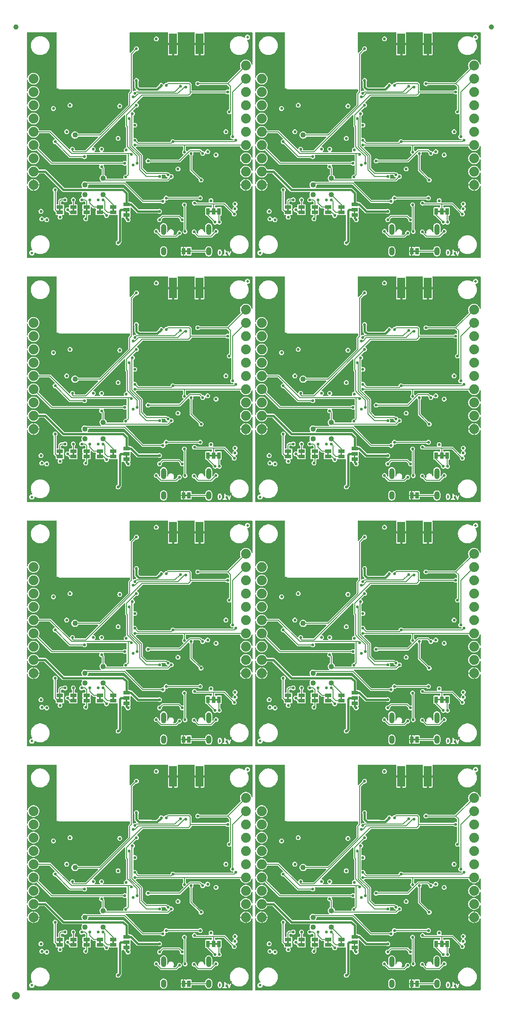
<source format=gbl>
%TF.GenerationSoftware,KiCad,Pcbnew,8.0.6*%
%TF.CreationDate,2024-11-18T21:06:19-07:00*%
%TF.ProjectId,SparkFun_RTK_Postcard_panelized,53706172-6b46-4756-9e5f-52544b5f506f,rev?*%
%TF.SameCoordinates,Original*%
%TF.FileFunction,Copper,L4,Bot*%
%TF.FilePolarity,Positive*%
%FSLAX46Y46*%
G04 Gerber Fmt 4.6, Leading zero omitted, Abs format (unit mm)*
G04 Created by KiCad (PCBNEW 8.0.6) date 2024-11-18 21:06:19*
%MOMM*%
%LPD*%
G01*
G04 APERTURE LIST*
G04 Aperture macros list*
%AMRoundRect*
0 Rectangle with rounded corners*
0 $1 Rounding radius*
0 $2 $3 $4 $5 $6 $7 $8 $9 X,Y pos of 4 corners*
0 Add a 4 corners polygon primitive as box body*
4,1,4,$2,$3,$4,$5,$6,$7,$8,$9,$2,$3,0*
0 Add four circle primitives for the rounded corners*
1,1,$1+$1,$2,$3*
1,1,$1+$1,$4,$5*
1,1,$1+$1,$6,$7*
1,1,$1+$1,$8,$9*
0 Add four rect primitives between the rounded corners*
20,1,$1+$1,$2,$3,$4,$5,0*
20,1,$1+$1,$4,$5,$6,$7,0*
20,1,$1+$1,$6,$7,$8,$9,0*
20,1,$1+$1,$8,$9,$2,$3,0*%
G04 Aperture macros list end*
%ADD10C,0.250000*%
%TA.AperFunction,EtchedComponent*%
%ADD11C,0.000000*%
%TD*%
%TA.AperFunction,SMDPad,CuDef*%
%ADD12C,1.000000*%
%TD*%
%TA.AperFunction,SMDPad,CuDef*%
%ADD13C,1.500000*%
%TD*%
%TA.AperFunction,SMDPad,CuDef*%
%ADD14RoundRect,0.508000X-0.000010X0.000010X-0.000010X-0.000010X0.000010X-0.000010X0.000010X0.000010X0*%
%TD*%
%TA.AperFunction,SMDPad,CuDef*%
%ADD15R,1.270000X0.660400*%
%TD*%
%TA.AperFunction,SMDPad,CuDef*%
%ADD16R,0.660400X1.270000*%
%TD*%
%TA.AperFunction,ComponentPad*%
%ADD17O,1.000000X1.600000*%
%TD*%
%TA.AperFunction,ComponentPad*%
%ADD18O,1.000000X2.100000*%
%TD*%
%TA.AperFunction,SMDPad,CuDef*%
%ADD19R,1.500000X4.000000*%
%TD*%
%TA.AperFunction,SMDPad,CuDef*%
%ADD20C,0.500000*%
%TD*%
%TA.AperFunction,ComponentPad*%
%ADD21C,1.879600*%
%TD*%
%TA.AperFunction,ViaPad*%
%ADD22C,0.560000*%
%TD*%
%TA.AperFunction,Conductor*%
%ADD23C,0.177800*%
%TD*%
%TA.AperFunction,Conductor*%
%ADD24C,0.406400*%
%TD*%
G04 APERTURE END LIST*
D10*
G36*
X80674168Y141536529D02*
G01*
X80693100Y141517596D01*
X80725510Y141452775D01*
X80766070Y141290539D01*
X80766070Y141083222D01*
X80725510Y140920985D01*
X80693100Y140856164D01*
X80674168Y140837231D01*
X80623466Y140811880D01*
X80587247Y140811880D01*
X80536543Y140837231D01*
X80517611Y140856163D01*
X80485201Y140920984D01*
X80444642Y141083222D01*
X80444642Y141290539D01*
X80485201Y141452777D01*
X80517611Y141517597D01*
X80536544Y141536529D01*
X80587246Y141561880D01*
X80623467Y141561880D01*
X80674168Y141536529D01*
G37*
G36*
X82901632Y140436880D02*
G01*
X80069642Y140436880D01*
X80069642Y141305928D01*
X80194642Y141305928D01*
X80194642Y141067833D01*
X80195061Y141063578D01*
X80194790Y141061757D01*
X80196139Y141052628D01*
X80197044Y141043447D01*
X80197748Y141041745D01*
X80198374Y141037516D01*
X80245993Y140847040D01*
X80246636Y140845240D01*
X80246700Y140844341D01*
X80250582Y140834194D01*
X80254238Y140823965D01*
X80254774Y140823240D01*
X80255458Y140821455D01*
X80303076Y140726218D01*
X80309685Y140715719D01*
X80310947Y140712673D01*
X80313762Y140709241D01*
X80316131Y140705480D01*
X80318625Y140703316D01*
X80326492Y140693731D01*
X80374110Y140646112D01*
X80383695Y140638245D01*
X80385859Y140635751D01*
X80389620Y140633383D01*
X80393052Y140630567D01*
X80396099Y140629304D01*
X80406596Y140622697D01*
X80501835Y140575077D01*
X80524720Y140566319D01*
X80529202Y140566000D01*
X80533351Y140564282D01*
X80557737Y140561880D01*
X80652975Y140561880D01*
X80677361Y140564282D01*
X80681512Y140566001D01*
X80685992Y140566320D01*
X80708878Y140575077D01*
X80804116Y140622697D01*
X80814612Y140629304D01*
X80817659Y140630567D01*
X80821091Y140633384D01*
X80824853Y140635752D01*
X80827016Y140638246D01*
X80836601Y140646112D01*
X80884220Y140693730D01*
X80892089Y140703318D01*
X80894581Y140705480D01*
X80896946Y140709237D01*
X80898611Y140711266D01*
X81149425Y140711266D01*
X81149425Y140662494D01*
X81168089Y140617434D01*
X81202577Y140582946D01*
X81247637Y140564282D01*
X81272023Y140561880D01*
X81843451Y140561880D01*
X81867837Y140564282D01*
X81912897Y140582946D01*
X81947385Y140617434D01*
X81966049Y140662494D01*
X81966049Y140711266D01*
X81947385Y140756326D01*
X81912897Y140790814D01*
X81867837Y140809478D01*
X81843451Y140811880D01*
X81682737Y140811880D01*
X81682737Y141343008D01*
X81692311Y141336982D01*
X81787549Y141289363D01*
X81810435Y141280605D01*
X81859084Y141277148D01*
X81905355Y141292571D01*
X81942200Y141324527D01*
X81947575Y141335278D01*
X82053127Y141335278D01*
X82059067Y141311505D01*
X82297162Y140644838D01*
X82307626Y140622681D01*
X82311836Y140618029D01*
X82314523Y140612358D01*
X82328082Y140600082D01*
X82340358Y140586523D01*
X82346030Y140583836D01*
X82350681Y140579626D01*
X82367905Y140573474D01*
X82384436Y140565644D01*
X82390701Y140565332D01*
X82396611Y140563222D01*
X82414886Y140564130D01*
X82433149Y140563223D01*
X82439055Y140565332D01*
X82445323Y140565644D01*
X82461855Y140573474D01*
X82479079Y140579626D01*
X82483730Y140583836D01*
X82489402Y140586523D01*
X82501677Y140600082D01*
X82515237Y140612358D01*
X82517923Y140618029D01*
X82522134Y140622681D01*
X82532598Y140644838D01*
X82770693Y141311505D01*
X82776632Y141335278D01*
X82774211Y141383990D01*
X82753332Y141428069D01*
X82717174Y141460801D01*
X82671244Y141477204D01*
X82622531Y141474783D01*
X82578453Y141453904D01*
X82545721Y141417746D01*
X82535257Y141395589D01*
X82414880Y141058532D01*
X82294503Y141395589D01*
X82284039Y141417746D01*
X82251307Y141453904D01*
X82207228Y141474783D01*
X82158516Y141477205D01*
X82112586Y141460801D01*
X82076428Y141428069D01*
X82055549Y141383990D01*
X82053127Y141335278D01*
X81947575Y141335278D01*
X81964011Y141368150D01*
X81967469Y141416800D01*
X81952046Y141463070D01*
X81920090Y141499915D01*
X81899352Y141512970D01*
X81822256Y141551517D01*
X81750115Y141623658D01*
X81661743Y141756218D01*
X81661687Y141756285D01*
X81661671Y141756326D01*
X81661580Y141756416D01*
X81646218Y141775176D01*
X81635933Y141782063D01*
X81627183Y141790814D01*
X81615870Y141795499D01*
X81605694Y141802315D01*
X81593555Y141804742D01*
X81582123Y141809478D01*
X81569878Y141809478D01*
X81557867Y141811880D01*
X81545725Y141809478D01*
X81533351Y141809478D01*
X81522037Y141804792D01*
X81510022Y141802415D01*
X81499723Y141795549D01*
X81488291Y141790814D01*
X81479632Y141782155D01*
X81469441Y141775361D01*
X81462553Y141765076D01*
X81453803Y141756326D01*
X81449117Y141745013D01*
X81442302Y141734837D01*
X81439874Y141722698D01*
X81435139Y141711266D01*
X81432762Y141687136D01*
X81432737Y141687010D01*
X81432745Y141686966D01*
X81432737Y141686880D01*
X81432737Y140811880D01*
X81272023Y140811880D01*
X81247637Y140809478D01*
X81202577Y140790814D01*
X81168089Y140756326D01*
X81149425Y140711266D01*
X80898611Y140711266D01*
X80899765Y140712672D01*
X80901028Y140715722D01*
X80907635Y140726217D01*
X80955254Y140821455D01*
X80955937Y140823240D01*
X80956474Y140823965D01*
X80960129Y140834194D01*
X80964012Y140844341D01*
X80964075Y140845240D01*
X80964719Y140847040D01*
X81012338Y141037516D01*
X81012963Y141041745D01*
X81013668Y141043447D01*
X81014572Y141052626D01*
X81015922Y141061756D01*
X81015650Y141063578D01*
X81016070Y141067833D01*
X81016070Y141305928D01*
X81015650Y141310182D01*
X81015922Y141312005D01*
X81014572Y141321134D01*
X81013668Y141330314D01*
X81012963Y141332015D01*
X81012338Y141336245D01*
X80964719Y141526721D01*
X80964075Y141528520D01*
X80964012Y141529420D01*
X80960129Y141539566D01*
X80956474Y141549796D01*
X80955937Y141550520D01*
X80955254Y141552306D01*
X80907635Y141647544D01*
X80901028Y141658038D01*
X80899765Y141661089D01*
X80896946Y141664523D01*
X80894581Y141668281D01*
X80892089Y141670442D01*
X80884220Y141680031D01*
X80836601Y141727649D01*
X80827015Y141735515D01*
X80824852Y141738010D01*
X80821090Y141740378D01*
X80817659Y141743194D01*
X80814612Y141744455D01*
X80804114Y141751065D01*
X80708877Y141798683D01*
X80685991Y141807441D01*
X80681509Y141807759D01*
X80677361Y141809478D01*
X80652975Y141811880D01*
X80557737Y141811880D01*
X80533351Y141809478D01*
X80529201Y141807759D01*
X80524721Y141807441D01*
X80501835Y141798683D01*
X80406597Y141751064D01*
X80396102Y141744457D01*
X80393052Y141743194D01*
X80389617Y141740375D01*
X80385860Y141738010D01*
X80383698Y141735518D01*
X80374110Y141727649D01*
X80326492Y141680030D01*
X80318625Y141670444D01*
X80316131Y141668281D01*
X80313762Y141664519D01*
X80310947Y141661088D01*
X80309685Y141658041D01*
X80303076Y141647543D01*
X80255458Y141552306D01*
X80254774Y141550520D01*
X80254238Y141549796D01*
X80250582Y141539566D01*
X80246700Y141529420D01*
X80246636Y141528520D01*
X80245993Y141526721D01*
X80198374Y141336245D01*
X80197748Y141332015D01*
X80197044Y141330314D01*
X80196139Y141321132D01*
X80194790Y141312004D01*
X80195061Y141310182D01*
X80194642Y141305928D01*
X80069642Y141305928D01*
X80069642Y141936880D01*
X82901632Y141936880D01*
X82901632Y140436880D01*
G37*
G36*
X80674168Y94808531D02*
G01*
X80693100Y94789598D01*
X80725510Y94724777D01*
X80766070Y94562540D01*
X80766070Y94355223D01*
X80725510Y94192987D01*
X80693099Y94128164D01*
X80674168Y94109232D01*
X80623467Y94083881D01*
X80587246Y94083881D01*
X80536544Y94109232D01*
X80517612Y94128164D01*
X80485201Y94192985D01*
X80444642Y94355223D01*
X80444642Y94562540D01*
X80485201Y94724778D01*
X80517611Y94789599D01*
X80536544Y94808531D01*
X80587246Y94833881D01*
X80623467Y94833881D01*
X80674168Y94808531D01*
G37*
G36*
X82901632Y93708881D02*
G01*
X80069642Y93708881D01*
X80069642Y94577929D01*
X80194642Y94577929D01*
X80194642Y94339834D01*
X80195061Y94335580D01*
X80194790Y94333758D01*
X80196139Y94324630D01*
X80197044Y94315448D01*
X80197748Y94313747D01*
X80198374Y94309517D01*
X80245993Y94119041D01*
X80246636Y94117242D01*
X80246700Y94116342D01*
X80250582Y94106196D01*
X80254238Y94095966D01*
X80254774Y94095242D01*
X80255458Y94093456D01*
X80303076Y93998219D01*
X80309683Y93987723D01*
X80310946Y93984675D01*
X80313763Y93981242D01*
X80316131Y93977481D01*
X80318625Y93975318D01*
X80326491Y93965733D01*
X80374110Y93918113D01*
X80383698Y93910244D01*
X80385860Y93907751D01*
X80389614Y93905388D01*
X80393051Y93902567D01*
X80396104Y93901303D01*
X80406597Y93894697D01*
X80501835Y93847078D01*
X80524721Y93838320D01*
X80529201Y93838002D01*
X80533351Y93836283D01*
X80557737Y93833881D01*
X80652975Y93833881D01*
X80677361Y93836283D01*
X80681509Y93838002D01*
X80685991Y93838320D01*
X80708877Y93847078D01*
X80804114Y93894696D01*
X80814610Y93901304D01*
X80817660Y93902567D01*
X80821093Y93905386D01*
X80824852Y93907751D01*
X80827014Y93910245D01*
X80836602Y93918113D01*
X80884221Y93965732D01*
X80892088Y93975320D01*
X80894581Y93977481D01*
X80896947Y93981241D01*
X80898610Y93983267D01*
X81149425Y93983267D01*
X81149425Y93934495D01*
X81168089Y93889435D01*
X81202577Y93854947D01*
X81247637Y93836283D01*
X81272023Y93833881D01*
X81843451Y93833881D01*
X81867837Y93836283D01*
X81912897Y93854947D01*
X81947385Y93889435D01*
X81966049Y93934495D01*
X81966049Y93983267D01*
X81947385Y94028327D01*
X81912897Y94062815D01*
X81867837Y94081479D01*
X81843451Y94083881D01*
X81682737Y94083881D01*
X81682737Y94615010D01*
X81692311Y94608983D01*
X81787549Y94561364D01*
X81810435Y94552606D01*
X81859084Y94549149D01*
X81905355Y94564572D01*
X81942200Y94596528D01*
X81947575Y94607279D01*
X82053127Y94607279D01*
X82059067Y94583506D01*
X82297162Y93916839D01*
X82307626Y93894682D01*
X82311836Y93890031D01*
X82314523Y93884359D01*
X82328082Y93872084D01*
X82340358Y93858524D01*
X82346030Y93855838D01*
X82350681Y93851627D01*
X82367905Y93845476D01*
X82384436Y93837645D01*
X82390701Y93837334D01*
X82396611Y93835223D01*
X82414886Y93836132D01*
X82433149Y93835224D01*
X82439055Y93837334D01*
X82445323Y93837645D01*
X82461855Y93845476D01*
X82479079Y93851627D01*
X82483730Y93855838D01*
X82489402Y93858524D01*
X82501677Y93872084D01*
X82515237Y93884359D01*
X82517923Y93890031D01*
X82522134Y93894682D01*
X82532598Y93916839D01*
X82770693Y94583506D01*
X82776632Y94607279D01*
X82774211Y94655991D01*
X82753332Y94700070D01*
X82717174Y94732802D01*
X82671244Y94749205D01*
X82622531Y94746784D01*
X82578453Y94725905D01*
X82545721Y94689747D01*
X82535257Y94667590D01*
X82414880Y94330534D01*
X82294503Y94667590D01*
X82284039Y94689747D01*
X82251307Y94725905D01*
X82207228Y94746784D01*
X82158516Y94749206D01*
X82112586Y94732802D01*
X82076428Y94700070D01*
X82055549Y94655991D01*
X82053127Y94607279D01*
X81947575Y94607279D01*
X81964011Y94640151D01*
X81967469Y94688801D01*
X81952046Y94735071D01*
X81920090Y94771916D01*
X81899352Y94784971D01*
X81822256Y94823519D01*
X81750115Y94895660D01*
X81661743Y95028219D01*
X81661687Y95028287D01*
X81661671Y95028327D01*
X81661580Y95028418D01*
X81646218Y95047177D01*
X81635933Y95054065D01*
X81627183Y95062815D01*
X81615870Y95067501D01*
X81605694Y95074316D01*
X81593555Y95076744D01*
X81582123Y95081479D01*
X81569878Y95081479D01*
X81557867Y95083881D01*
X81545725Y95081479D01*
X81533351Y95081479D01*
X81522037Y95076794D01*
X81510022Y95074416D01*
X81499723Y95067551D01*
X81488291Y95062815D01*
X81479632Y95054156D01*
X81469441Y95047362D01*
X81462553Y95037078D01*
X81453803Y95028327D01*
X81449117Y95017015D01*
X81442302Y95006838D01*
X81439874Y94994700D01*
X81435139Y94983267D01*
X81432762Y94959138D01*
X81432737Y94959011D01*
X81432745Y94958968D01*
X81432737Y94958881D01*
X81432737Y94083881D01*
X81272023Y94083881D01*
X81247637Y94081479D01*
X81202577Y94062815D01*
X81168089Y94028327D01*
X81149425Y93983267D01*
X80898610Y93983267D01*
X80899766Y93984675D01*
X80901028Y93987724D01*
X80907635Y93998218D01*
X80955254Y94093456D01*
X80955937Y94095242D01*
X80956474Y94095966D01*
X80960129Y94106196D01*
X80964012Y94116342D01*
X80964075Y94117242D01*
X80964719Y94119041D01*
X81012338Y94309517D01*
X81012963Y94313747D01*
X81013668Y94315448D01*
X81014572Y94324628D01*
X81015922Y94333757D01*
X81015650Y94335580D01*
X81016070Y94339834D01*
X81016070Y94577929D01*
X81015650Y94582184D01*
X81015922Y94584006D01*
X81014572Y94593136D01*
X81013668Y94602315D01*
X81012963Y94604017D01*
X81012338Y94608246D01*
X80964719Y94798722D01*
X80964075Y94800522D01*
X80964012Y94801421D01*
X80960129Y94811568D01*
X80956474Y94821797D01*
X80955937Y94822522D01*
X80955254Y94824307D01*
X80907635Y94919545D01*
X80901028Y94930040D01*
X80899765Y94933090D01*
X80896946Y94936525D01*
X80894581Y94940282D01*
X80892089Y94942444D01*
X80884220Y94952032D01*
X80836601Y94999650D01*
X80827015Y95007517D01*
X80824852Y95010011D01*
X80821090Y95012380D01*
X80817659Y95015195D01*
X80814612Y95016457D01*
X80804114Y95023066D01*
X80708877Y95070684D01*
X80685991Y95079442D01*
X80681509Y95079761D01*
X80677361Y95081479D01*
X80652975Y95083881D01*
X80557737Y95083881D01*
X80533351Y95081479D01*
X80529201Y95079761D01*
X80524721Y95079442D01*
X80501835Y95070684D01*
X80406597Y95023065D01*
X80396102Y95016459D01*
X80393052Y95015195D01*
X80389617Y95012377D01*
X80385860Y95010011D01*
X80383698Y95007520D01*
X80374110Y94999650D01*
X80326492Y94952031D01*
X80318625Y94942446D01*
X80316131Y94940282D01*
X80313762Y94936521D01*
X80310947Y94933089D01*
X80309685Y94930043D01*
X80303076Y94919544D01*
X80255458Y94824307D01*
X80254774Y94822522D01*
X80254238Y94821797D01*
X80250582Y94811568D01*
X80246700Y94801421D01*
X80246636Y94800522D01*
X80245993Y94798722D01*
X80198374Y94608246D01*
X80197748Y94604017D01*
X80197044Y94602315D01*
X80196139Y94593134D01*
X80194790Y94584005D01*
X80195061Y94582184D01*
X80194642Y94577929D01*
X80069642Y94577929D01*
X80069642Y95208881D01*
X82901632Y95208881D01*
X82901632Y93708881D01*
G37*
G36*
X80674168Y48080531D02*
G01*
X80693100Y48061598D01*
X80725510Y47996777D01*
X80766070Y47834540D01*
X80766070Y47627223D01*
X80725510Y47464987D01*
X80693099Y47400164D01*
X80674168Y47381232D01*
X80623467Y47355881D01*
X80587246Y47355881D01*
X80536544Y47381232D01*
X80517612Y47400164D01*
X80485201Y47464985D01*
X80444642Y47627223D01*
X80444642Y47834540D01*
X80485201Y47996778D01*
X80517611Y48061599D01*
X80536544Y48080531D01*
X80587246Y48105881D01*
X80623467Y48105881D01*
X80674168Y48080531D01*
G37*
G36*
X82901632Y46980881D02*
G01*
X80069642Y46980881D01*
X80069642Y47849929D01*
X80194642Y47849929D01*
X80194642Y47611834D01*
X80195061Y47607580D01*
X80194790Y47605758D01*
X80196139Y47596630D01*
X80197044Y47587448D01*
X80197748Y47585747D01*
X80198374Y47581517D01*
X80245993Y47391041D01*
X80246636Y47389242D01*
X80246700Y47388342D01*
X80250582Y47378196D01*
X80254238Y47367966D01*
X80254774Y47367242D01*
X80255458Y47365456D01*
X80303076Y47270219D01*
X80309683Y47259723D01*
X80310946Y47256675D01*
X80313763Y47253242D01*
X80316131Y47249481D01*
X80318625Y47247318D01*
X80326491Y47237733D01*
X80374110Y47190113D01*
X80383698Y47182244D01*
X80385860Y47179751D01*
X80389614Y47177388D01*
X80393051Y47174567D01*
X80396104Y47173303D01*
X80406597Y47166697D01*
X80501835Y47119078D01*
X80524721Y47110320D01*
X80529201Y47110002D01*
X80533351Y47108283D01*
X80557737Y47105881D01*
X80652975Y47105881D01*
X80677361Y47108283D01*
X80681509Y47110002D01*
X80685991Y47110320D01*
X80708877Y47119078D01*
X80804114Y47166696D01*
X80814610Y47173304D01*
X80817660Y47174567D01*
X80821093Y47177386D01*
X80824852Y47179751D01*
X80827014Y47182245D01*
X80836602Y47190113D01*
X80884221Y47237732D01*
X80892088Y47247320D01*
X80894581Y47249481D01*
X80896947Y47253241D01*
X80898610Y47255267D01*
X81149425Y47255267D01*
X81149425Y47206495D01*
X81168089Y47161435D01*
X81202577Y47126947D01*
X81247637Y47108283D01*
X81272023Y47105881D01*
X81843451Y47105881D01*
X81867837Y47108283D01*
X81912897Y47126947D01*
X81947385Y47161435D01*
X81966049Y47206495D01*
X81966049Y47255267D01*
X81947385Y47300327D01*
X81912897Y47334815D01*
X81867837Y47353479D01*
X81843451Y47355881D01*
X81682737Y47355881D01*
X81682737Y47887010D01*
X81692311Y47880983D01*
X81787549Y47833364D01*
X81810435Y47824606D01*
X81859084Y47821149D01*
X81905355Y47836572D01*
X81942200Y47868528D01*
X81947575Y47879279D01*
X82053127Y47879279D01*
X82059067Y47855506D01*
X82297162Y47188839D01*
X82307626Y47166682D01*
X82311836Y47162031D01*
X82314523Y47156359D01*
X82328082Y47144084D01*
X82340358Y47130524D01*
X82346030Y47127838D01*
X82350681Y47123627D01*
X82367905Y47117476D01*
X82384436Y47109645D01*
X82390701Y47109334D01*
X82396611Y47107223D01*
X82414886Y47108132D01*
X82433149Y47107224D01*
X82439055Y47109334D01*
X82445323Y47109645D01*
X82461855Y47117476D01*
X82479079Y47123627D01*
X82483730Y47127838D01*
X82489402Y47130524D01*
X82501677Y47144084D01*
X82515237Y47156359D01*
X82517923Y47162031D01*
X82522134Y47166682D01*
X82532598Y47188839D01*
X82770693Y47855506D01*
X82776632Y47879279D01*
X82774211Y47927991D01*
X82753332Y47972070D01*
X82717174Y48004802D01*
X82671244Y48021205D01*
X82622531Y48018784D01*
X82578453Y47997905D01*
X82545721Y47961747D01*
X82535257Y47939590D01*
X82414880Y47602534D01*
X82294503Y47939590D01*
X82284039Y47961747D01*
X82251307Y47997905D01*
X82207228Y48018784D01*
X82158516Y48021206D01*
X82112586Y48004802D01*
X82076428Y47972070D01*
X82055549Y47927991D01*
X82053127Y47879279D01*
X81947575Y47879279D01*
X81964011Y47912151D01*
X81967469Y47960801D01*
X81952046Y48007071D01*
X81920090Y48043916D01*
X81899352Y48056971D01*
X81822256Y48095519D01*
X81750115Y48167660D01*
X81661743Y48300219D01*
X81661687Y48300287D01*
X81661671Y48300327D01*
X81661580Y48300418D01*
X81646218Y48319177D01*
X81635933Y48326065D01*
X81627183Y48334815D01*
X81615870Y48339501D01*
X81605694Y48346316D01*
X81593555Y48348744D01*
X81582123Y48353479D01*
X81569878Y48353479D01*
X81557867Y48355881D01*
X81545725Y48353479D01*
X81533351Y48353479D01*
X81522037Y48348794D01*
X81510022Y48346416D01*
X81499723Y48339551D01*
X81488291Y48334815D01*
X81479632Y48326156D01*
X81469441Y48319362D01*
X81462553Y48309078D01*
X81453803Y48300327D01*
X81449117Y48289015D01*
X81442302Y48278838D01*
X81439874Y48266700D01*
X81435139Y48255267D01*
X81432762Y48231138D01*
X81432737Y48231011D01*
X81432745Y48230968D01*
X81432737Y48230881D01*
X81432737Y47355881D01*
X81272023Y47355881D01*
X81247637Y47353479D01*
X81202577Y47334815D01*
X81168089Y47300327D01*
X81149425Y47255267D01*
X80898610Y47255267D01*
X80899766Y47256675D01*
X80901028Y47259724D01*
X80907635Y47270218D01*
X80955254Y47365456D01*
X80955937Y47367242D01*
X80956474Y47367966D01*
X80960129Y47378196D01*
X80964012Y47388342D01*
X80964075Y47389242D01*
X80964719Y47391041D01*
X81012338Y47581517D01*
X81012963Y47585747D01*
X81013668Y47587448D01*
X81014572Y47596628D01*
X81015922Y47605757D01*
X81015650Y47607580D01*
X81016070Y47611834D01*
X81016070Y47849929D01*
X81015650Y47854184D01*
X81015922Y47856006D01*
X81014572Y47865136D01*
X81013668Y47874315D01*
X81012963Y47876017D01*
X81012338Y47880246D01*
X80964719Y48070722D01*
X80964075Y48072522D01*
X80964012Y48073421D01*
X80960129Y48083568D01*
X80956474Y48093797D01*
X80955937Y48094522D01*
X80955254Y48096307D01*
X80907635Y48191545D01*
X80901028Y48202040D01*
X80899765Y48205090D01*
X80896946Y48208525D01*
X80894581Y48212282D01*
X80892089Y48214444D01*
X80884220Y48224032D01*
X80836601Y48271650D01*
X80827015Y48279517D01*
X80824852Y48282011D01*
X80821090Y48284380D01*
X80817659Y48287195D01*
X80814612Y48288457D01*
X80804114Y48295066D01*
X80708877Y48342684D01*
X80685991Y48351442D01*
X80681509Y48351761D01*
X80677361Y48353479D01*
X80652975Y48355881D01*
X80557737Y48355881D01*
X80533351Y48353479D01*
X80529201Y48351761D01*
X80524721Y48351442D01*
X80501835Y48342684D01*
X80406597Y48295065D01*
X80396102Y48288459D01*
X80393052Y48287195D01*
X80389617Y48284377D01*
X80385860Y48282011D01*
X80383698Y48279520D01*
X80374110Y48271650D01*
X80326492Y48224031D01*
X80318625Y48214446D01*
X80316131Y48212282D01*
X80313762Y48208521D01*
X80310947Y48205089D01*
X80309685Y48202043D01*
X80303076Y48191544D01*
X80255458Y48096307D01*
X80254774Y48094522D01*
X80254238Y48093797D01*
X80250582Y48083568D01*
X80246700Y48073421D01*
X80246636Y48072522D01*
X80245993Y48070722D01*
X80198374Y47880246D01*
X80197748Y47876017D01*
X80197044Y47874315D01*
X80196139Y47865134D01*
X80194790Y47856005D01*
X80195061Y47854184D01*
X80194642Y47849929D01*
X80069642Y47849929D01*
X80069642Y48480881D01*
X82901632Y48480881D01*
X82901632Y46980881D01*
G37*
G36*
X80674168Y1352531D02*
G01*
X80693100Y1333598D01*
X80725510Y1268777D01*
X80766070Y1106540D01*
X80766070Y899223D01*
X80725510Y736987D01*
X80693099Y672164D01*
X80674168Y653232D01*
X80623467Y627881D01*
X80587246Y627881D01*
X80536544Y653232D01*
X80517612Y672164D01*
X80485201Y736985D01*
X80444642Y899223D01*
X80444642Y1106540D01*
X80485201Y1268778D01*
X80517611Y1333599D01*
X80536544Y1352531D01*
X80587246Y1377881D01*
X80623467Y1377881D01*
X80674168Y1352531D01*
G37*
G36*
X82901632Y252881D02*
G01*
X80069642Y252881D01*
X80069642Y1121929D01*
X80194642Y1121929D01*
X80194642Y883834D01*
X80195061Y879580D01*
X80194790Y877758D01*
X80196139Y868630D01*
X80197044Y859448D01*
X80197748Y857747D01*
X80198374Y853517D01*
X80245993Y663041D01*
X80246636Y661242D01*
X80246700Y660342D01*
X80250582Y650196D01*
X80254238Y639966D01*
X80254774Y639242D01*
X80255458Y637456D01*
X80303076Y542219D01*
X80309683Y531723D01*
X80310946Y528675D01*
X80313763Y525242D01*
X80316131Y521481D01*
X80318625Y519318D01*
X80326491Y509733D01*
X80374110Y462113D01*
X80383698Y454244D01*
X80385860Y451751D01*
X80389614Y449388D01*
X80393051Y446567D01*
X80396104Y445303D01*
X80406597Y438697D01*
X80501835Y391078D01*
X80524721Y382320D01*
X80529201Y382002D01*
X80533351Y380283D01*
X80557737Y377881D01*
X80652975Y377881D01*
X80677361Y380283D01*
X80681509Y382002D01*
X80685991Y382320D01*
X80708877Y391078D01*
X80804114Y438696D01*
X80814610Y445304D01*
X80817660Y446567D01*
X80821093Y449386D01*
X80824852Y451751D01*
X80827014Y454245D01*
X80836602Y462113D01*
X80884221Y509732D01*
X80892088Y519320D01*
X80894581Y521481D01*
X80896947Y525241D01*
X80898610Y527267D01*
X81149425Y527267D01*
X81149425Y478495D01*
X81168089Y433435D01*
X81202577Y398947D01*
X81247637Y380283D01*
X81272023Y377881D01*
X81843451Y377881D01*
X81867837Y380283D01*
X81912897Y398947D01*
X81947385Y433435D01*
X81966049Y478495D01*
X81966049Y527267D01*
X81947385Y572327D01*
X81912897Y606815D01*
X81867837Y625479D01*
X81843451Y627881D01*
X81682737Y627881D01*
X81682737Y1159010D01*
X81692311Y1152983D01*
X81787549Y1105364D01*
X81810435Y1096606D01*
X81859084Y1093149D01*
X81905355Y1108572D01*
X81942200Y1140528D01*
X81947575Y1151279D01*
X82053127Y1151279D01*
X82059067Y1127506D01*
X82297162Y460839D01*
X82307626Y438682D01*
X82311836Y434031D01*
X82314523Y428359D01*
X82328082Y416084D01*
X82340358Y402524D01*
X82346030Y399838D01*
X82350681Y395627D01*
X82367905Y389476D01*
X82384436Y381645D01*
X82390701Y381334D01*
X82396611Y379223D01*
X82414886Y380132D01*
X82433149Y379224D01*
X82439055Y381334D01*
X82445323Y381645D01*
X82461855Y389476D01*
X82479079Y395627D01*
X82483730Y399838D01*
X82489402Y402524D01*
X82501677Y416084D01*
X82515237Y428359D01*
X82517923Y434031D01*
X82522134Y438682D01*
X82532598Y460839D01*
X82770693Y1127506D01*
X82776632Y1151279D01*
X82774211Y1199991D01*
X82753332Y1244070D01*
X82717174Y1276802D01*
X82671244Y1293205D01*
X82622531Y1290784D01*
X82578453Y1269905D01*
X82545721Y1233747D01*
X82535257Y1211590D01*
X82414880Y874534D01*
X82294503Y1211590D01*
X82284039Y1233747D01*
X82251307Y1269905D01*
X82207228Y1290784D01*
X82158516Y1293206D01*
X82112586Y1276802D01*
X82076428Y1244070D01*
X82055549Y1199991D01*
X82053127Y1151279D01*
X81947575Y1151279D01*
X81964011Y1184151D01*
X81967469Y1232801D01*
X81952046Y1279071D01*
X81920090Y1315916D01*
X81899352Y1328971D01*
X81822256Y1367519D01*
X81750115Y1439660D01*
X81661743Y1572219D01*
X81661687Y1572287D01*
X81661671Y1572327D01*
X81661580Y1572418D01*
X81646218Y1591177D01*
X81635933Y1598065D01*
X81627183Y1606815D01*
X81615870Y1611501D01*
X81605694Y1618316D01*
X81593555Y1620744D01*
X81582123Y1625479D01*
X81569878Y1625479D01*
X81557867Y1627881D01*
X81545725Y1625479D01*
X81533351Y1625479D01*
X81522037Y1620794D01*
X81510022Y1618416D01*
X81499723Y1611551D01*
X81488291Y1606815D01*
X81479632Y1598156D01*
X81469441Y1591362D01*
X81462553Y1581078D01*
X81453803Y1572327D01*
X81449117Y1561015D01*
X81442302Y1550838D01*
X81439874Y1538700D01*
X81435139Y1527267D01*
X81432762Y1503138D01*
X81432737Y1503011D01*
X81432745Y1502968D01*
X81432737Y1502881D01*
X81432737Y627881D01*
X81272023Y627881D01*
X81247637Y625479D01*
X81202577Y606815D01*
X81168089Y572327D01*
X81149425Y527267D01*
X80898610Y527267D01*
X80899766Y528675D01*
X80901028Y531724D01*
X80907635Y542218D01*
X80955254Y637456D01*
X80955937Y639242D01*
X80956474Y639966D01*
X80960129Y650196D01*
X80964012Y660342D01*
X80964075Y661242D01*
X80964719Y663041D01*
X81012338Y853517D01*
X81012963Y857747D01*
X81013668Y859448D01*
X81014572Y868628D01*
X81015922Y877757D01*
X81015650Y879580D01*
X81016070Y883834D01*
X81016070Y1121929D01*
X81015650Y1126184D01*
X81015922Y1128006D01*
X81014572Y1137136D01*
X81013668Y1146315D01*
X81012963Y1148017D01*
X81012338Y1152246D01*
X80964719Y1342722D01*
X80964075Y1344522D01*
X80964012Y1345421D01*
X80960129Y1355568D01*
X80956474Y1365797D01*
X80955937Y1366522D01*
X80955254Y1368307D01*
X80907635Y1463545D01*
X80901028Y1474040D01*
X80899765Y1477090D01*
X80896946Y1480525D01*
X80894581Y1484282D01*
X80892089Y1486444D01*
X80884220Y1496032D01*
X80836601Y1543650D01*
X80827015Y1551517D01*
X80824852Y1554011D01*
X80821090Y1556380D01*
X80817659Y1559195D01*
X80814612Y1560457D01*
X80804114Y1567066D01*
X80708877Y1614684D01*
X80685991Y1623442D01*
X80681509Y1623761D01*
X80677361Y1625479D01*
X80652975Y1627881D01*
X80557737Y1627881D01*
X80533351Y1625479D01*
X80529201Y1623761D01*
X80524721Y1623442D01*
X80501835Y1614684D01*
X80406597Y1567065D01*
X80396102Y1560459D01*
X80393052Y1559195D01*
X80389617Y1556377D01*
X80385860Y1554011D01*
X80383698Y1551520D01*
X80374110Y1543650D01*
X80326492Y1496031D01*
X80318625Y1486446D01*
X80316131Y1484282D01*
X80313762Y1480521D01*
X80310947Y1477089D01*
X80309685Y1474043D01*
X80303076Y1463544D01*
X80255458Y1368307D01*
X80254774Y1366522D01*
X80254238Y1365797D01*
X80250582Y1355568D01*
X80246700Y1345421D01*
X80246636Y1344522D01*
X80245993Y1342722D01*
X80198374Y1152246D01*
X80197748Y1148017D01*
X80197044Y1146315D01*
X80196139Y1137134D01*
X80194790Y1128005D01*
X80195061Y1126184D01*
X80194642Y1121929D01*
X80069642Y1121929D01*
X80069642Y1752881D01*
X82901632Y1752881D01*
X82901632Y252881D01*
G37*
G36*
X36994168Y141536529D02*
G01*
X37013100Y141517596D01*
X37045510Y141452775D01*
X37086070Y141290539D01*
X37086070Y141083222D01*
X37045510Y140920985D01*
X37013100Y140856164D01*
X36994168Y140837231D01*
X36943466Y140811880D01*
X36907247Y140811880D01*
X36856543Y140837231D01*
X36837611Y140856163D01*
X36805201Y140920984D01*
X36764642Y141083222D01*
X36764642Y141290539D01*
X36805201Y141452777D01*
X36837611Y141517597D01*
X36856544Y141536529D01*
X36907246Y141561880D01*
X36943467Y141561880D01*
X36994168Y141536529D01*
G37*
G36*
X39221632Y140436880D02*
G01*
X36389642Y140436880D01*
X36389642Y141305928D01*
X36514642Y141305928D01*
X36514642Y141067833D01*
X36515061Y141063578D01*
X36514790Y141061757D01*
X36516139Y141052628D01*
X36517044Y141043447D01*
X36517748Y141041745D01*
X36518374Y141037516D01*
X36565993Y140847040D01*
X36566636Y140845240D01*
X36566700Y140844341D01*
X36570582Y140834194D01*
X36574238Y140823965D01*
X36574774Y140823240D01*
X36575458Y140821455D01*
X36623076Y140726218D01*
X36629685Y140715719D01*
X36630947Y140712673D01*
X36633762Y140709241D01*
X36636131Y140705480D01*
X36638625Y140703316D01*
X36646492Y140693731D01*
X36694110Y140646112D01*
X36703695Y140638245D01*
X36705859Y140635751D01*
X36709620Y140633383D01*
X36713052Y140630567D01*
X36716099Y140629304D01*
X36726596Y140622697D01*
X36821835Y140575077D01*
X36844720Y140566319D01*
X36849202Y140566000D01*
X36853351Y140564282D01*
X36877737Y140561880D01*
X36972975Y140561880D01*
X36997361Y140564282D01*
X37001512Y140566001D01*
X37005992Y140566320D01*
X37028878Y140575077D01*
X37124116Y140622697D01*
X37134612Y140629304D01*
X37137659Y140630567D01*
X37141091Y140633384D01*
X37144853Y140635752D01*
X37147016Y140638246D01*
X37156601Y140646112D01*
X37204220Y140693730D01*
X37212089Y140703318D01*
X37214581Y140705480D01*
X37216946Y140709237D01*
X37218611Y140711266D01*
X37469425Y140711266D01*
X37469425Y140662494D01*
X37488089Y140617434D01*
X37522577Y140582946D01*
X37567637Y140564282D01*
X37592023Y140561880D01*
X38163451Y140561880D01*
X38187837Y140564282D01*
X38232897Y140582946D01*
X38267385Y140617434D01*
X38286049Y140662494D01*
X38286049Y140711266D01*
X38267385Y140756326D01*
X38232897Y140790814D01*
X38187837Y140809478D01*
X38163451Y140811880D01*
X38002737Y140811880D01*
X38002737Y141343008D01*
X38012311Y141336982D01*
X38107549Y141289363D01*
X38130435Y141280605D01*
X38179084Y141277148D01*
X38225355Y141292571D01*
X38262200Y141324527D01*
X38267575Y141335278D01*
X38373127Y141335278D01*
X38379067Y141311505D01*
X38617162Y140644838D01*
X38627626Y140622681D01*
X38631836Y140618029D01*
X38634523Y140612358D01*
X38648082Y140600082D01*
X38660358Y140586523D01*
X38666030Y140583836D01*
X38670681Y140579626D01*
X38687905Y140573474D01*
X38704436Y140565644D01*
X38710701Y140565332D01*
X38716611Y140563222D01*
X38734886Y140564130D01*
X38753149Y140563223D01*
X38759055Y140565332D01*
X38765323Y140565644D01*
X38781855Y140573474D01*
X38799079Y140579626D01*
X38803730Y140583836D01*
X38809402Y140586523D01*
X38821677Y140600082D01*
X38835237Y140612358D01*
X38837923Y140618029D01*
X38842134Y140622681D01*
X38852598Y140644838D01*
X39090693Y141311505D01*
X39096632Y141335278D01*
X39094211Y141383990D01*
X39073332Y141428069D01*
X39037174Y141460801D01*
X38991244Y141477204D01*
X38942531Y141474783D01*
X38898453Y141453904D01*
X38865721Y141417746D01*
X38855257Y141395589D01*
X38734880Y141058532D01*
X38614503Y141395589D01*
X38604039Y141417746D01*
X38571307Y141453904D01*
X38527228Y141474783D01*
X38478516Y141477205D01*
X38432586Y141460801D01*
X38396428Y141428069D01*
X38375549Y141383990D01*
X38373127Y141335278D01*
X38267575Y141335278D01*
X38284011Y141368150D01*
X38287469Y141416800D01*
X38272046Y141463070D01*
X38240090Y141499915D01*
X38219352Y141512970D01*
X38142256Y141551517D01*
X38070115Y141623658D01*
X37981743Y141756218D01*
X37981687Y141756285D01*
X37981671Y141756326D01*
X37981580Y141756416D01*
X37966218Y141775176D01*
X37955933Y141782063D01*
X37947183Y141790814D01*
X37935870Y141795499D01*
X37925694Y141802315D01*
X37913555Y141804742D01*
X37902123Y141809478D01*
X37889878Y141809478D01*
X37877867Y141811880D01*
X37865725Y141809478D01*
X37853351Y141809478D01*
X37842037Y141804792D01*
X37830022Y141802415D01*
X37819723Y141795549D01*
X37808291Y141790814D01*
X37799632Y141782155D01*
X37789441Y141775361D01*
X37782553Y141765076D01*
X37773803Y141756326D01*
X37769117Y141745013D01*
X37762302Y141734837D01*
X37759874Y141722698D01*
X37755139Y141711266D01*
X37752762Y141687136D01*
X37752737Y141687010D01*
X37752745Y141686966D01*
X37752737Y141686880D01*
X37752737Y140811880D01*
X37592023Y140811880D01*
X37567637Y140809478D01*
X37522577Y140790814D01*
X37488089Y140756326D01*
X37469425Y140711266D01*
X37218611Y140711266D01*
X37219765Y140712672D01*
X37221028Y140715722D01*
X37227635Y140726217D01*
X37275254Y140821455D01*
X37275937Y140823240D01*
X37276474Y140823965D01*
X37280129Y140834194D01*
X37284012Y140844341D01*
X37284075Y140845240D01*
X37284719Y140847040D01*
X37332338Y141037516D01*
X37332963Y141041745D01*
X37333668Y141043447D01*
X37334572Y141052626D01*
X37335922Y141061756D01*
X37335650Y141063578D01*
X37336070Y141067833D01*
X37336070Y141305928D01*
X37335650Y141310182D01*
X37335922Y141312005D01*
X37334572Y141321134D01*
X37333668Y141330314D01*
X37332963Y141332015D01*
X37332338Y141336245D01*
X37284719Y141526721D01*
X37284075Y141528520D01*
X37284012Y141529420D01*
X37280129Y141539566D01*
X37276474Y141549796D01*
X37275937Y141550520D01*
X37275254Y141552306D01*
X37227635Y141647544D01*
X37221028Y141658038D01*
X37219765Y141661089D01*
X37216946Y141664523D01*
X37214581Y141668281D01*
X37212089Y141670442D01*
X37204220Y141680031D01*
X37156601Y141727649D01*
X37147015Y141735515D01*
X37144852Y141738010D01*
X37141090Y141740378D01*
X37137659Y141743194D01*
X37134612Y141744455D01*
X37124114Y141751065D01*
X37028877Y141798683D01*
X37005991Y141807441D01*
X37001509Y141807759D01*
X36997361Y141809478D01*
X36972975Y141811880D01*
X36877737Y141811880D01*
X36853351Y141809478D01*
X36849201Y141807759D01*
X36844721Y141807441D01*
X36821835Y141798683D01*
X36726597Y141751064D01*
X36716102Y141744457D01*
X36713052Y141743194D01*
X36709617Y141740375D01*
X36705860Y141738010D01*
X36703698Y141735518D01*
X36694110Y141727649D01*
X36646492Y141680030D01*
X36638625Y141670444D01*
X36636131Y141668281D01*
X36633762Y141664519D01*
X36630947Y141661088D01*
X36629685Y141658041D01*
X36623076Y141647543D01*
X36575458Y141552306D01*
X36574774Y141550520D01*
X36574238Y141549796D01*
X36570582Y141539566D01*
X36566700Y141529420D01*
X36566636Y141528520D01*
X36565993Y141526721D01*
X36518374Y141336245D01*
X36517748Y141332015D01*
X36517044Y141330314D01*
X36516139Y141321132D01*
X36514790Y141312004D01*
X36515061Y141310182D01*
X36514642Y141305928D01*
X36389642Y141305928D01*
X36389642Y141936880D01*
X39221632Y141936880D01*
X39221632Y140436880D01*
G37*
G36*
X36994168Y94808531D02*
G01*
X37013100Y94789598D01*
X37045510Y94724777D01*
X37086070Y94562540D01*
X37086070Y94355223D01*
X37045510Y94192987D01*
X37013099Y94128164D01*
X36994168Y94109232D01*
X36943467Y94083881D01*
X36907246Y94083881D01*
X36856544Y94109232D01*
X36837612Y94128164D01*
X36805201Y94192985D01*
X36764642Y94355223D01*
X36764642Y94562540D01*
X36805201Y94724778D01*
X36837611Y94789599D01*
X36856544Y94808531D01*
X36907246Y94833881D01*
X36943467Y94833881D01*
X36994168Y94808531D01*
G37*
G36*
X39221632Y93708881D02*
G01*
X36389642Y93708881D01*
X36389642Y94577929D01*
X36514642Y94577929D01*
X36514642Y94339834D01*
X36515061Y94335580D01*
X36514790Y94333758D01*
X36516139Y94324630D01*
X36517044Y94315448D01*
X36517748Y94313747D01*
X36518374Y94309517D01*
X36565993Y94119041D01*
X36566636Y94117242D01*
X36566700Y94116342D01*
X36570582Y94106196D01*
X36574238Y94095966D01*
X36574774Y94095242D01*
X36575458Y94093456D01*
X36623076Y93998219D01*
X36629683Y93987723D01*
X36630946Y93984675D01*
X36633763Y93981242D01*
X36636131Y93977481D01*
X36638625Y93975318D01*
X36646491Y93965733D01*
X36694110Y93918113D01*
X36703698Y93910244D01*
X36705860Y93907751D01*
X36709614Y93905388D01*
X36713051Y93902567D01*
X36716104Y93901303D01*
X36726597Y93894697D01*
X36821835Y93847078D01*
X36844721Y93838320D01*
X36849201Y93838002D01*
X36853351Y93836283D01*
X36877737Y93833881D01*
X36972975Y93833881D01*
X36997361Y93836283D01*
X37001509Y93838002D01*
X37005991Y93838320D01*
X37028877Y93847078D01*
X37124114Y93894696D01*
X37134610Y93901304D01*
X37137660Y93902567D01*
X37141093Y93905386D01*
X37144852Y93907751D01*
X37147014Y93910245D01*
X37156602Y93918113D01*
X37204221Y93965732D01*
X37212088Y93975320D01*
X37214581Y93977481D01*
X37216947Y93981241D01*
X37218610Y93983267D01*
X37469425Y93983267D01*
X37469425Y93934495D01*
X37488089Y93889435D01*
X37522577Y93854947D01*
X37567637Y93836283D01*
X37592023Y93833881D01*
X38163451Y93833881D01*
X38187837Y93836283D01*
X38232897Y93854947D01*
X38267385Y93889435D01*
X38286049Y93934495D01*
X38286049Y93983267D01*
X38267385Y94028327D01*
X38232897Y94062815D01*
X38187837Y94081479D01*
X38163451Y94083881D01*
X38002737Y94083881D01*
X38002737Y94615010D01*
X38012311Y94608983D01*
X38107549Y94561364D01*
X38130435Y94552606D01*
X38179084Y94549149D01*
X38225355Y94564572D01*
X38262200Y94596528D01*
X38267575Y94607279D01*
X38373127Y94607279D01*
X38379067Y94583506D01*
X38617162Y93916839D01*
X38627626Y93894682D01*
X38631836Y93890031D01*
X38634523Y93884359D01*
X38648082Y93872084D01*
X38660358Y93858524D01*
X38666030Y93855838D01*
X38670681Y93851627D01*
X38687905Y93845476D01*
X38704436Y93837645D01*
X38710701Y93837334D01*
X38716611Y93835223D01*
X38734886Y93836132D01*
X38753149Y93835224D01*
X38759055Y93837334D01*
X38765323Y93837645D01*
X38781855Y93845476D01*
X38799079Y93851627D01*
X38803730Y93855838D01*
X38809402Y93858524D01*
X38821677Y93872084D01*
X38835237Y93884359D01*
X38837923Y93890031D01*
X38842134Y93894682D01*
X38852598Y93916839D01*
X39090693Y94583506D01*
X39096632Y94607279D01*
X39094211Y94655991D01*
X39073332Y94700070D01*
X39037174Y94732802D01*
X38991244Y94749205D01*
X38942531Y94746784D01*
X38898453Y94725905D01*
X38865721Y94689747D01*
X38855257Y94667590D01*
X38734880Y94330534D01*
X38614503Y94667590D01*
X38604039Y94689747D01*
X38571307Y94725905D01*
X38527228Y94746784D01*
X38478516Y94749206D01*
X38432586Y94732802D01*
X38396428Y94700070D01*
X38375549Y94655991D01*
X38373127Y94607279D01*
X38267575Y94607279D01*
X38284011Y94640151D01*
X38287469Y94688801D01*
X38272046Y94735071D01*
X38240090Y94771916D01*
X38219352Y94784971D01*
X38142256Y94823519D01*
X38070115Y94895660D01*
X37981743Y95028219D01*
X37981687Y95028287D01*
X37981671Y95028327D01*
X37981580Y95028418D01*
X37966218Y95047177D01*
X37955933Y95054065D01*
X37947183Y95062815D01*
X37935870Y95067501D01*
X37925694Y95074316D01*
X37913555Y95076744D01*
X37902123Y95081479D01*
X37889878Y95081479D01*
X37877867Y95083881D01*
X37865725Y95081479D01*
X37853351Y95081479D01*
X37842037Y95076794D01*
X37830022Y95074416D01*
X37819723Y95067551D01*
X37808291Y95062815D01*
X37799632Y95054156D01*
X37789441Y95047362D01*
X37782553Y95037078D01*
X37773803Y95028327D01*
X37769117Y95017015D01*
X37762302Y95006838D01*
X37759874Y94994700D01*
X37755139Y94983267D01*
X37752762Y94959138D01*
X37752737Y94959011D01*
X37752745Y94958968D01*
X37752737Y94958881D01*
X37752737Y94083881D01*
X37592023Y94083881D01*
X37567637Y94081479D01*
X37522577Y94062815D01*
X37488089Y94028327D01*
X37469425Y93983267D01*
X37218610Y93983267D01*
X37219766Y93984675D01*
X37221028Y93987724D01*
X37227635Y93998218D01*
X37275254Y94093456D01*
X37275937Y94095242D01*
X37276474Y94095966D01*
X37280129Y94106196D01*
X37284012Y94116342D01*
X37284075Y94117242D01*
X37284719Y94119041D01*
X37332338Y94309517D01*
X37332963Y94313747D01*
X37333668Y94315448D01*
X37334572Y94324628D01*
X37335922Y94333757D01*
X37335650Y94335580D01*
X37336070Y94339834D01*
X37336070Y94577929D01*
X37335650Y94582184D01*
X37335922Y94584006D01*
X37334572Y94593136D01*
X37333668Y94602315D01*
X37332963Y94604017D01*
X37332338Y94608246D01*
X37284719Y94798722D01*
X37284075Y94800522D01*
X37284012Y94801421D01*
X37280129Y94811568D01*
X37276474Y94821797D01*
X37275937Y94822522D01*
X37275254Y94824307D01*
X37227635Y94919545D01*
X37221028Y94930040D01*
X37219765Y94933090D01*
X37216946Y94936525D01*
X37214581Y94940282D01*
X37212089Y94942444D01*
X37204220Y94952032D01*
X37156601Y94999650D01*
X37147015Y95007517D01*
X37144852Y95010011D01*
X37141090Y95012380D01*
X37137659Y95015195D01*
X37134612Y95016457D01*
X37124114Y95023066D01*
X37028877Y95070684D01*
X37005991Y95079442D01*
X37001509Y95079761D01*
X36997361Y95081479D01*
X36972975Y95083881D01*
X36877737Y95083881D01*
X36853351Y95081479D01*
X36849201Y95079761D01*
X36844721Y95079442D01*
X36821835Y95070684D01*
X36726597Y95023065D01*
X36716102Y95016459D01*
X36713052Y95015195D01*
X36709617Y95012377D01*
X36705860Y95010011D01*
X36703698Y95007520D01*
X36694110Y94999650D01*
X36646492Y94952031D01*
X36638625Y94942446D01*
X36636131Y94940282D01*
X36633762Y94936521D01*
X36630947Y94933089D01*
X36629685Y94930043D01*
X36623076Y94919544D01*
X36575458Y94824307D01*
X36574774Y94822522D01*
X36574238Y94821797D01*
X36570582Y94811568D01*
X36566700Y94801421D01*
X36566636Y94800522D01*
X36565993Y94798722D01*
X36518374Y94608246D01*
X36517748Y94604017D01*
X36517044Y94602315D01*
X36516139Y94593134D01*
X36514790Y94584005D01*
X36515061Y94582184D01*
X36514642Y94577929D01*
X36389642Y94577929D01*
X36389642Y95208881D01*
X39221632Y95208881D01*
X39221632Y93708881D01*
G37*
G36*
X36994168Y48080531D02*
G01*
X37013100Y48061598D01*
X37045510Y47996777D01*
X37086070Y47834540D01*
X37086070Y47627223D01*
X37045510Y47464987D01*
X37013099Y47400164D01*
X36994168Y47381232D01*
X36943467Y47355881D01*
X36907246Y47355881D01*
X36856544Y47381232D01*
X36837612Y47400164D01*
X36805201Y47464985D01*
X36764642Y47627223D01*
X36764642Y47834540D01*
X36805201Y47996778D01*
X36837611Y48061599D01*
X36856544Y48080531D01*
X36907246Y48105881D01*
X36943467Y48105881D01*
X36994168Y48080531D01*
G37*
G36*
X39221632Y46980881D02*
G01*
X36389642Y46980881D01*
X36389642Y47849929D01*
X36514642Y47849929D01*
X36514642Y47611834D01*
X36515061Y47607580D01*
X36514790Y47605758D01*
X36516139Y47596630D01*
X36517044Y47587448D01*
X36517748Y47585747D01*
X36518374Y47581517D01*
X36565993Y47391041D01*
X36566636Y47389242D01*
X36566700Y47388342D01*
X36570582Y47378196D01*
X36574238Y47367966D01*
X36574774Y47367242D01*
X36575458Y47365456D01*
X36623076Y47270219D01*
X36629683Y47259723D01*
X36630946Y47256675D01*
X36633763Y47253242D01*
X36636131Y47249481D01*
X36638625Y47247318D01*
X36646491Y47237733D01*
X36694110Y47190113D01*
X36703698Y47182244D01*
X36705860Y47179751D01*
X36709614Y47177388D01*
X36713051Y47174567D01*
X36716104Y47173303D01*
X36726597Y47166697D01*
X36821835Y47119078D01*
X36844721Y47110320D01*
X36849201Y47110002D01*
X36853351Y47108283D01*
X36877737Y47105881D01*
X36972975Y47105881D01*
X36997361Y47108283D01*
X37001509Y47110002D01*
X37005991Y47110320D01*
X37028877Y47119078D01*
X37124114Y47166696D01*
X37134610Y47173304D01*
X37137660Y47174567D01*
X37141093Y47177386D01*
X37144852Y47179751D01*
X37147014Y47182245D01*
X37156602Y47190113D01*
X37204221Y47237732D01*
X37212088Y47247320D01*
X37214581Y47249481D01*
X37216947Y47253241D01*
X37218610Y47255267D01*
X37469425Y47255267D01*
X37469425Y47206495D01*
X37488089Y47161435D01*
X37522577Y47126947D01*
X37567637Y47108283D01*
X37592023Y47105881D01*
X38163451Y47105881D01*
X38187837Y47108283D01*
X38232897Y47126947D01*
X38267385Y47161435D01*
X38286049Y47206495D01*
X38286049Y47255267D01*
X38267385Y47300327D01*
X38232897Y47334815D01*
X38187837Y47353479D01*
X38163451Y47355881D01*
X38002737Y47355881D01*
X38002737Y47887010D01*
X38012311Y47880983D01*
X38107549Y47833364D01*
X38130435Y47824606D01*
X38179084Y47821149D01*
X38225355Y47836572D01*
X38262200Y47868528D01*
X38267575Y47879279D01*
X38373127Y47879279D01*
X38379067Y47855506D01*
X38617162Y47188839D01*
X38627626Y47166682D01*
X38631836Y47162031D01*
X38634523Y47156359D01*
X38648082Y47144084D01*
X38660358Y47130524D01*
X38666030Y47127838D01*
X38670681Y47123627D01*
X38687905Y47117476D01*
X38704436Y47109645D01*
X38710701Y47109334D01*
X38716611Y47107223D01*
X38734886Y47108132D01*
X38753149Y47107224D01*
X38759055Y47109334D01*
X38765323Y47109645D01*
X38781855Y47117476D01*
X38799079Y47123627D01*
X38803730Y47127838D01*
X38809402Y47130524D01*
X38821677Y47144084D01*
X38835237Y47156359D01*
X38837923Y47162031D01*
X38842134Y47166682D01*
X38852598Y47188839D01*
X39090693Y47855506D01*
X39096632Y47879279D01*
X39094211Y47927991D01*
X39073332Y47972070D01*
X39037174Y48004802D01*
X38991244Y48021205D01*
X38942531Y48018784D01*
X38898453Y47997905D01*
X38865721Y47961747D01*
X38855257Y47939590D01*
X38734880Y47602534D01*
X38614503Y47939590D01*
X38604039Y47961747D01*
X38571307Y47997905D01*
X38527228Y48018784D01*
X38478516Y48021206D01*
X38432586Y48004802D01*
X38396428Y47972070D01*
X38375549Y47927991D01*
X38373127Y47879279D01*
X38267575Y47879279D01*
X38284011Y47912151D01*
X38287469Y47960801D01*
X38272046Y48007071D01*
X38240090Y48043916D01*
X38219352Y48056971D01*
X38142256Y48095519D01*
X38070115Y48167660D01*
X37981743Y48300219D01*
X37981687Y48300287D01*
X37981671Y48300327D01*
X37981580Y48300418D01*
X37966218Y48319177D01*
X37955933Y48326065D01*
X37947183Y48334815D01*
X37935870Y48339501D01*
X37925694Y48346316D01*
X37913555Y48348744D01*
X37902123Y48353479D01*
X37889878Y48353479D01*
X37877867Y48355881D01*
X37865725Y48353479D01*
X37853351Y48353479D01*
X37842037Y48348794D01*
X37830022Y48346416D01*
X37819723Y48339551D01*
X37808291Y48334815D01*
X37799632Y48326156D01*
X37789441Y48319362D01*
X37782553Y48309078D01*
X37773803Y48300327D01*
X37769117Y48289015D01*
X37762302Y48278838D01*
X37759874Y48266700D01*
X37755139Y48255267D01*
X37752762Y48231138D01*
X37752737Y48231011D01*
X37752745Y48230968D01*
X37752737Y48230881D01*
X37752737Y47355881D01*
X37592023Y47355881D01*
X37567637Y47353479D01*
X37522577Y47334815D01*
X37488089Y47300327D01*
X37469425Y47255267D01*
X37218610Y47255267D01*
X37219766Y47256675D01*
X37221028Y47259724D01*
X37227635Y47270218D01*
X37275254Y47365456D01*
X37275937Y47367242D01*
X37276474Y47367966D01*
X37280129Y47378196D01*
X37284012Y47388342D01*
X37284075Y47389242D01*
X37284719Y47391041D01*
X37332338Y47581517D01*
X37332963Y47585747D01*
X37333668Y47587448D01*
X37334572Y47596628D01*
X37335922Y47605757D01*
X37335650Y47607580D01*
X37336070Y47611834D01*
X37336070Y47849929D01*
X37335650Y47854184D01*
X37335922Y47856006D01*
X37334572Y47865136D01*
X37333668Y47874315D01*
X37332963Y47876017D01*
X37332338Y47880246D01*
X37284719Y48070722D01*
X37284075Y48072522D01*
X37284012Y48073421D01*
X37280129Y48083568D01*
X37276474Y48093797D01*
X37275937Y48094522D01*
X37275254Y48096307D01*
X37227635Y48191545D01*
X37221028Y48202040D01*
X37219765Y48205090D01*
X37216946Y48208525D01*
X37214581Y48212282D01*
X37212089Y48214444D01*
X37204220Y48224032D01*
X37156601Y48271650D01*
X37147015Y48279517D01*
X37144852Y48282011D01*
X37141090Y48284380D01*
X37137659Y48287195D01*
X37134612Y48288457D01*
X37124114Y48295066D01*
X37028877Y48342684D01*
X37005991Y48351442D01*
X37001509Y48351761D01*
X36997361Y48353479D01*
X36972975Y48355881D01*
X36877737Y48355881D01*
X36853351Y48353479D01*
X36849201Y48351761D01*
X36844721Y48351442D01*
X36821835Y48342684D01*
X36726597Y48295065D01*
X36716102Y48288459D01*
X36713052Y48287195D01*
X36709617Y48284377D01*
X36705860Y48282011D01*
X36703698Y48279520D01*
X36694110Y48271650D01*
X36646492Y48224031D01*
X36638625Y48214446D01*
X36636131Y48212282D01*
X36633762Y48208521D01*
X36630947Y48205089D01*
X36629685Y48202043D01*
X36623076Y48191544D01*
X36575458Y48096307D01*
X36574774Y48094522D01*
X36574238Y48093797D01*
X36570582Y48083568D01*
X36566700Y48073421D01*
X36566636Y48072522D01*
X36565993Y48070722D01*
X36518374Y47880246D01*
X36517748Y47876017D01*
X36517044Y47874315D01*
X36516139Y47865134D01*
X36514790Y47856005D01*
X36515061Y47854184D01*
X36514642Y47849929D01*
X36389642Y47849929D01*
X36389642Y48480881D01*
X39221632Y48480881D01*
X39221632Y46980881D01*
G37*
G36*
X36994168Y1352531D02*
G01*
X37013100Y1333598D01*
X37045510Y1268777D01*
X37086070Y1106540D01*
X37086070Y899223D01*
X37045510Y736987D01*
X37013099Y672164D01*
X36994168Y653232D01*
X36943467Y627881D01*
X36907246Y627881D01*
X36856544Y653232D01*
X36837612Y672164D01*
X36805201Y736985D01*
X36764642Y899223D01*
X36764642Y1106540D01*
X36805201Y1268778D01*
X36837611Y1333599D01*
X36856544Y1352531D01*
X36907246Y1377881D01*
X36943467Y1377881D01*
X36994168Y1352531D01*
G37*
G36*
X39221632Y252881D02*
G01*
X36389642Y252881D01*
X36389642Y1121929D01*
X36514642Y1121929D01*
X36514642Y883834D01*
X36515061Y879580D01*
X36514790Y877758D01*
X36516139Y868630D01*
X36517044Y859448D01*
X36517748Y857747D01*
X36518374Y853517D01*
X36565993Y663041D01*
X36566636Y661242D01*
X36566700Y660342D01*
X36570582Y650196D01*
X36574238Y639966D01*
X36574774Y639242D01*
X36575458Y637456D01*
X36623076Y542219D01*
X36629683Y531723D01*
X36630946Y528675D01*
X36633763Y525242D01*
X36636131Y521481D01*
X36638625Y519318D01*
X36646491Y509733D01*
X36694110Y462113D01*
X36703698Y454244D01*
X36705860Y451751D01*
X36709614Y449388D01*
X36713051Y446567D01*
X36716104Y445303D01*
X36726597Y438697D01*
X36821835Y391078D01*
X36844721Y382320D01*
X36849201Y382002D01*
X36853351Y380283D01*
X36877737Y377881D01*
X36972975Y377881D01*
X36997361Y380283D01*
X37001509Y382002D01*
X37005991Y382320D01*
X37028877Y391078D01*
X37124114Y438696D01*
X37134610Y445304D01*
X37137660Y446567D01*
X37141093Y449386D01*
X37144852Y451751D01*
X37147014Y454245D01*
X37156602Y462113D01*
X37204221Y509732D01*
X37212088Y519320D01*
X37214581Y521481D01*
X37216947Y525241D01*
X37218610Y527267D01*
X37469425Y527267D01*
X37469425Y478495D01*
X37488089Y433435D01*
X37522577Y398947D01*
X37567637Y380283D01*
X37592023Y377881D01*
X38163451Y377881D01*
X38187837Y380283D01*
X38232897Y398947D01*
X38267385Y433435D01*
X38286049Y478495D01*
X38286049Y527267D01*
X38267385Y572327D01*
X38232897Y606815D01*
X38187837Y625479D01*
X38163451Y627881D01*
X38002737Y627881D01*
X38002737Y1159010D01*
X38012311Y1152983D01*
X38107549Y1105364D01*
X38130435Y1096606D01*
X38179084Y1093149D01*
X38225355Y1108572D01*
X38262200Y1140528D01*
X38267575Y1151279D01*
X38373127Y1151279D01*
X38379067Y1127506D01*
X38617162Y460839D01*
X38627626Y438682D01*
X38631836Y434031D01*
X38634523Y428359D01*
X38648082Y416084D01*
X38660358Y402524D01*
X38666030Y399838D01*
X38670681Y395627D01*
X38687905Y389476D01*
X38704436Y381645D01*
X38710701Y381334D01*
X38716611Y379223D01*
X38734886Y380132D01*
X38753149Y379224D01*
X38759055Y381334D01*
X38765323Y381645D01*
X38781855Y389476D01*
X38799079Y395627D01*
X38803730Y399838D01*
X38809402Y402524D01*
X38821677Y416084D01*
X38835237Y428359D01*
X38837923Y434031D01*
X38842134Y438682D01*
X38852598Y460839D01*
X39090693Y1127506D01*
X39096632Y1151279D01*
X39094211Y1199991D01*
X39073332Y1244070D01*
X39037174Y1276802D01*
X38991244Y1293205D01*
X38942531Y1290784D01*
X38898453Y1269905D01*
X38865721Y1233747D01*
X38855257Y1211590D01*
X38734880Y874534D01*
X38614503Y1211590D01*
X38604039Y1233747D01*
X38571307Y1269905D01*
X38527228Y1290784D01*
X38478516Y1293206D01*
X38432586Y1276802D01*
X38396428Y1244070D01*
X38375549Y1199991D01*
X38373127Y1151279D01*
X38267575Y1151279D01*
X38284011Y1184151D01*
X38287469Y1232801D01*
X38272046Y1279071D01*
X38240090Y1315916D01*
X38219352Y1328971D01*
X38142256Y1367519D01*
X38070115Y1439660D01*
X37981743Y1572219D01*
X37981687Y1572287D01*
X37981671Y1572327D01*
X37981580Y1572418D01*
X37966218Y1591177D01*
X37955933Y1598065D01*
X37947183Y1606815D01*
X37935870Y1611501D01*
X37925694Y1618316D01*
X37913555Y1620744D01*
X37902123Y1625479D01*
X37889878Y1625479D01*
X37877867Y1627881D01*
X37865725Y1625479D01*
X37853351Y1625479D01*
X37842037Y1620794D01*
X37830022Y1618416D01*
X37819723Y1611551D01*
X37808291Y1606815D01*
X37799632Y1598156D01*
X37789441Y1591362D01*
X37782553Y1581078D01*
X37773803Y1572327D01*
X37769117Y1561015D01*
X37762302Y1550838D01*
X37759874Y1538700D01*
X37755139Y1527267D01*
X37752762Y1503138D01*
X37752737Y1503011D01*
X37752745Y1502968D01*
X37752737Y1502881D01*
X37752737Y627881D01*
X37592023Y627881D01*
X37567637Y625479D01*
X37522577Y606815D01*
X37488089Y572327D01*
X37469425Y527267D01*
X37218610Y527267D01*
X37219766Y528675D01*
X37221028Y531724D01*
X37227635Y542218D01*
X37275254Y637456D01*
X37275937Y639242D01*
X37276474Y639966D01*
X37280129Y650196D01*
X37284012Y660342D01*
X37284075Y661242D01*
X37284719Y663041D01*
X37332338Y853517D01*
X37332963Y857747D01*
X37333668Y859448D01*
X37334572Y868628D01*
X37335922Y877757D01*
X37335650Y879580D01*
X37336070Y883834D01*
X37336070Y1121929D01*
X37335650Y1126184D01*
X37335922Y1128006D01*
X37334572Y1137136D01*
X37333668Y1146315D01*
X37332963Y1148017D01*
X37332338Y1152246D01*
X37284719Y1342722D01*
X37284075Y1344522D01*
X37284012Y1345421D01*
X37280129Y1355568D01*
X37276474Y1365797D01*
X37275937Y1366522D01*
X37275254Y1368307D01*
X37227635Y1463545D01*
X37221028Y1474040D01*
X37219765Y1477090D01*
X37216946Y1480525D01*
X37214581Y1484282D01*
X37212089Y1486444D01*
X37204220Y1496032D01*
X37156601Y1543650D01*
X37147015Y1551517D01*
X37144852Y1554011D01*
X37141090Y1556380D01*
X37137659Y1559195D01*
X37134612Y1560457D01*
X37124114Y1567066D01*
X37028877Y1614684D01*
X37005991Y1623442D01*
X37001509Y1623761D01*
X36997361Y1625479D01*
X36972975Y1627881D01*
X36877737Y1627881D01*
X36853351Y1625479D01*
X36849201Y1623761D01*
X36844721Y1623442D01*
X36821835Y1614684D01*
X36726597Y1567065D01*
X36716102Y1560459D01*
X36713052Y1559195D01*
X36709617Y1556377D01*
X36705860Y1554011D01*
X36703698Y1551520D01*
X36694110Y1543650D01*
X36646492Y1496031D01*
X36638625Y1486446D01*
X36636131Y1484282D01*
X36633762Y1480521D01*
X36630947Y1477089D01*
X36629685Y1474043D01*
X36623076Y1463544D01*
X36575458Y1368307D01*
X36574774Y1366522D01*
X36574238Y1365797D01*
X36570582Y1355568D01*
X36566700Y1345421D01*
X36566636Y1344522D01*
X36565993Y1342722D01*
X36518374Y1152246D01*
X36517748Y1148017D01*
X36517044Y1146315D01*
X36516139Y1137134D01*
X36514790Y1128005D01*
X36515061Y1126184D01*
X36514642Y1121929D01*
X36389642Y1121929D01*
X36389642Y1752881D01*
X39221632Y1752881D01*
X39221632Y252881D01*
G37*
D11*
%TA.AperFunction,EtchedComponent*%
%TO.C,JP5*%
G36*
X52720000Y149141500D02*
G01*
X52420000Y149141500D01*
X52420000Y149641500D01*
X52720000Y149641500D01*
X52720000Y149141500D01*
G37*
%TD.AperFunction*%
%TA.AperFunction,EtchedComponent*%
G36*
X52720000Y102413500D02*
G01*
X52420000Y102413500D01*
X52420000Y102913500D01*
X52720000Y102913500D01*
X52720000Y102413500D01*
G37*
%TD.AperFunction*%
%TA.AperFunction,EtchedComponent*%
G36*
X52720000Y55685500D02*
G01*
X52420000Y55685500D01*
X52420000Y56185500D01*
X52720000Y56185500D01*
X52720000Y55685500D01*
G37*
%TD.AperFunction*%
%TA.AperFunction,EtchedComponent*%
G36*
X52720000Y8957500D02*
G01*
X52420000Y8957500D01*
X52420000Y9457500D01*
X52720000Y9457500D01*
X52720000Y8957500D01*
G37*
%TD.AperFunction*%
%TA.AperFunction,EtchedComponent*%
G36*
X9040000Y149141500D02*
G01*
X8740000Y149141500D01*
X8740000Y149641500D01*
X9040000Y149641500D01*
X9040000Y149141500D01*
G37*
%TD.AperFunction*%
%TA.AperFunction,EtchedComponent*%
G36*
X9040000Y102413500D02*
G01*
X8740000Y102413500D01*
X8740000Y102913500D01*
X9040000Y102913500D01*
X9040000Y102413500D01*
G37*
%TD.AperFunction*%
%TA.AperFunction,EtchedComponent*%
G36*
X9040000Y55685500D02*
G01*
X8740000Y55685500D01*
X8740000Y56185500D01*
X9040000Y56185500D01*
X9040000Y55685500D01*
G37*
%TD.AperFunction*%
%TA.AperFunction,EtchedComponent*%
%TO.C,JP6*%
G36*
X79128050Y148924000D02*
G01*
X78628050Y148924000D01*
X78628050Y149224000D01*
X79128050Y149224000D01*
X79128050Y148924000D01*
G37*
%TD.AperFunction*%
%TA.AperFunction,EtchedComponent*%
G36*
X80160750Y148901000D02*
G01*
X79660750Y148901000D01*
X79660750Y149201000D01*
X80160750Y149201000D01*
X80160750Y148901000D01*
G37*
%TD.AperFunction*%
%TA.AperFunction,EtchedComponent*%
G36*
X79128050Y102196000D02*
G01*
X78628050Y102196000D01*
X78628050Y102496000D01*
X79128050Y102496000D01*
X79128050Y102196000D01*
G37*
%TD.AperFunction*%
%TA.AperFunction,EtchedComponent*%
G36*
X80160750Y102173000D02*
G01*
X79660750Y102173000D01*
X79660750Y102473000D01*
X80160750Y102473000D01*
X80160750Y102173000D01*
G37*
%TD.AperFunction*%
%TA.AperFunction,EtchedComponent*%
G36*
X79128050Y55468000D02*
G01*
X78628050Y55468000D01*
X78628050Y55768000D01*
X79128050Y55768000D01*
X79128050Y55468000D01*
G37*
%TD.AperFunction*%
%TA.AperFunction,EtchedComponent*%
G36*
X80160750Y55445000D02*
G01*
X79660750Y55445000D01*
X79660750Y55745000D01*
X80160750Y55745000D01*
X80160750Y55445000D01*
G37*
%TD.AperFunction*%
%TA.AperFunction,EtchedComponent*%
G36*
X79128050Y8740000D02*
G01*
X78628050Y8740000D01*
X78628050Y9040000D01*
X79128050Y9040000D01*
X79128050Y8740000D01*
G37*
%TD.AperFunction*%
%TA.AperFunction,EtchedComponent*%
G36*
X80160750Y8717000D02*
G01*
X79660750Y8717000D01*
X79660750Y9017000D01*
X80160750Y9017000D01*
X80160750Y8717000D01*
G37*
%TD.AperFunction*%
%TA.AperFunction,EtchedComponent*%
G36*
X35448050Y148924000D02*
G01*
X34948050Y148924000D01*
X34948050Y149224000D01*
X35448050Y149224000D01*
X35448050Y148924000D01*
G37*
%TD.AperFunction*%
%TA.AperFunction,EtchedComponent*%
G36*
X36480750Y148901000D02*
G01*
X35980750Y148901000D01*
X35980750Y149201000D01*
X36480750Y149201000D01*
X36480750Y148901000D01*
G37*
%TD.AperFunction*%
%TA.AperFunction,EtchedComponent*%
G36*
X35448050Y102196000D02*
G01*
X34948050Y102196000D01*
X34948050Y102496000D01*
X35448050Y102496000D01*
X35448050Y102196000D01*
G37*
%TD.AperFunction*%
%TA.AperFunction,EtchedComponent*%
G36*
X36480750Y102173000D02*
G01*
X35980750Y102173000D01*
X35980750Y102473000D01*
X36480750Y102473000D01*
X36480750Y102173000D01*
G37*
%TD.AperFunction*%
%TA.AperFunction,EtchedComponent*%
G36*
X35448050Y55468000D02*
G01*
X34948050Y55468000D01*
X34948050Y55768000D01*
X35448050Y55768000D01*
X35448050Y55468000D01*
G37*
%TD.AperFunction*%
%TA.AperFunction,EtchedComponent*%
G36*
X36480750Y55445000D02*
G01*
X35980750Y55445000D01*
X35980750Y55745000D01*
X36480750Y55745000D01*
X36480750Y55445000D01*
G37*
%TD.AperFunction*%
%TA.AperFunction,EtchedComponent*%
%TO.C,JP2*%
G36*
X57800000Y149141500D02*
G01*
X57500000Y149141500D01*
X57500000Y149641500D01*
X57800000Y149641500D01*
X57800000Y149141500D01*
G37*
%TD.AperFunction*%
%TA.AperFunction,EtchedComponent*%
G36*
X57800000Y102413500D02*
G01*
X57500000Y102413500D01*
X57500000Y102913500D01*
X57800000Y102913500D01*
X57800000Y102413500D01*
G37*
%TD.AperFunction*%
%TA.AperFunction,EtchedComponent*%
G36*
X57800000Y55685500D02*
G01*
X57500000Y55685500D01*
X57500000Y56185500D01*
X57800000Y56185500D01*
X57800000Y55685500D01*
G37*
%TD.AperFunction*%
%TA.AperFunction,EtchedComponent*%
G36*
X57800000Y8957500D02*
G01*
X57500000Y8957500D01*
X57500000Y9457500D01*
X57800000Y9457500D01*
X57800000Y8957500D01*
G37*
%TD.AperFunction*%
%TA.AperFunction,EtchedComponent*%
G36*
X14120000Y149141500D02*
G01*
X13820000Y149141500D01*
X13820000Y149641500D01*
X14120000Y149641500D01*
X14120000Y149141500D01*
G37*
%TD.AperFunction*%
%TA.AperFunction,EtchedComponent*%
G36*
X14120000Y102413500D02*
G01*
X13820000Y102413500D01*
X13820000Y102913500D01*
X14120000Y102913500D01*
X14120000Y102413500D01*
G37*
%TD.AperFunction*%
%TA.AperFunction,EtchedComponent*%
G36*
X14120000Y55685500D02*
G01*
X13820000Y55685500D01*
X13820000Y56185500D01*
X14120000Y56185500D01*
X14120000Y55685500D01*
G37*
%TD.AperFunction*%
%TA.AperFunction,EtchedComponent*%
%TO.C,JP1*%
G36*
X50133750Y149141500D02*
G01*
X49833750Y149141500D01*
X49833750Y149641500D01*
X50133750Y149641500D01*
X50133750Y149141500D01*
G37*
%TD.AperFunction*%
%TA.AperFunction,EtchedComponent*%
G36*
X50133750Y102413500D02*
G01*
X49833750Y102413500D01*
X49833750Y102913500D01*
X50133750Y102913500D01*
X50133750Y102413500D01*
G37*
%TD.AperFunction*%
%TA.AperFunction,EtchedComponent*%
G36*
X50133750Y55685500D02*
G01*
X49833750Y55685500D01*
X49833750Y56185500D01*
X50133750Y56185500D01*
X50133750Y55685500D01*
G37*
%TD.AperFunction*%
%TA.AperFunction,EtchedComponent*%
G36*
X50133750Y8957500D02*
G01*
X49833750Y8957500D01*
X49833750Y9457500D01*
X50133750Y9457500D01*
X50133750Y8957500D01*
G37*
%TD.AperFunction*%
%TA.AperFunction,EtchedComponent*%
G36*
X6453750Y149141500D02*
G01*
X6153750Y149141500D01*
X6153750Y149641500D01*
X6453750Y149641500D01*
X6453750Y149141500D01*
G37*
%TD.AperFunction*%
%TA.AperFunction,EtchedComponent*%
G36*
X6453750Y102413500D02*
G01*
X6153750Y102413500D01*
X6153750Y102913500D01*
X6453750Y102913500D01*
X6453750Y102413500D01*
G37*
%TD.AperFunction*%
%TA.AperFunction,EtchedComponent*%
G36*
X6453750Y55685500D02*
G01*
X6153750Y55685500D01*
X6153750Y56185500D01*
X6453750Y56185500D01*
X6453750Y55685500D01*
G37*
%TD.AperFunction*%
%TA.AperFunction,EtchedComponent*%
%TO.C,JP7*%
G36*
X74410000Y141300250D02*
G01*
X73910000Y141300250D01*
X73910000Y141600250D01*
X74410000Y141600250D01*
X74410000Y141300250D01*
G37*
%TD.AperFunction*%
%TA.AperFunction,EtchedComponent*%
G36*
X74410000Y94572250D02*
G01*
X73910000Y94572250D01*
X73910000Y94872250D01*
X74410000Y94872250D01*
X74410000Y94572250D01*
G37*
%TD.AperFunction*%
%TA.AperFunction,EtchedComponent*%
G36*
X74410000Y47844250D02*
G01*
X73910000Y47844250D01*
X73910000Y48144250D01*
X74410000Y48144250D01*
X74410000Y47844250D01*
G37*
%TD.AperFunction*%
%TA.AperFunction,EtchedComponent*%
G36*
X74410000Y1116250D02*
G01*
X73910000Y1116250D01*
X73910000Y1416250D01*
X74410000Y1416250D01*
X74410000Y1116250D01*
G37*
%TD.AperFunction*%
%TA.AperFunction,EtchedComponent*%
G36*
X30730000Y141300250D02*
G01*
X30230000Y141300250D01*
X30230000Y141600250D01*
X30730000Y141600250D01*
X30730000Y141300250D01*
G37*
%TD.AperFunction*%
%TA.AperFunction,EtchedComponent*%
G36*
X30730000Y94572250D02*
G01*
X30230000Y94572250D01*
X30230000Y94872250D01*
X30730000Y94872250D01*
X30730000Y94572250D01*
G37*
%TD.AperFunction*%
%TA.AperFunction,EtchedComponent*%
G36*
X30730000Y47844250D02*
G01*
X30230000Y47844250D01*
X30230000Y48144250D01*
X30730000Y48144250D01*
X30730000Y47844250D01*
G37*
%TD.AperFunction*%
%TA.AperFunction,EtchedComponent*%
%TO.C,JP8*%
G36*
X60340000Y149141500D02*
G01*
X60040000Y149141500D01*
X60040000Y149641500D01*
X60340000Y149641500D01*
X60340000Y149141500D01*
G37*
%TD.AperFunction*%
%TA.AperFunction,EtchedComponent*%
G36*
X60340000Y102413500D02*
G01*
X60040000Y102413500D01*
X60040000Y102913500D01*
X60340000Y102913500D01*
X60340000Y102413500D01*
G37*
%TD.AperFunction*%
%TA.AperFunction,EtchedComponent*%
G36*
X60340000Y55685500D02*
G01*
X60040000Y55685500D01*
X60040000Y56185500D01*
X60340000Y56185500D01*
X60340000Y55685500D01*
G37*
%TD.AperFunction*%
%TA.AperFunction,EtchedComponent*%
G36*
X60340000Y8957500D02*
G01*
X60040000Y8957500D01*
X60040000Y9457500D01*
X60340000Y9457500D01*
X60340000Y8957500D01*
G37*
%TD.AperFunction*%
%TA.AperFunction,EtchedComponent*%
G36*
X16660000Y149141500D02*
G01*
X16360000Y149141500D01*
X16360000Y149641500D01*
X16660000Y149641500D01*
X16660000Y149141500D01*
G37*
%TD.AperFunction*%
%TA.AperFunction,EtchedComponent*%
G36*
X16660000Y102413500D02*
G01*
X16360000Y102413500D01*
X16360000Y102913500D01*
X16660000Y102913500D01*
X16660000Y102413500D01*
G37*
%TD.AperFunction*%
%TA.AperFunction,EtchedComponent*%
G36*
X16660000Y55685500D02*
G01*
X16360000Y55685500D01*
X16360000Y56185500D01*
X16660000Y56185500D01*
X16660000Y55685500D01*
G37*
%TD.AperFunction*%
%TA.AperFunction,EtchedComponent*%
%TO.C,JP3*%
G36*
X55260000Y149141500D02*
G01*
X54960000Y149141500D01*
X54960000Y149641500D01*
X55260000Y149641500D01*
X55260000Y149141500D01*
G37*
%TD.AperFunction*%
%TA.AperFunction,EtchedComponent*%
G36*
X55260000Y102413500D02*
G01*
X54960000Y102413500D01*
X54960000Y102913500D01*
X55260000Y102913500D01*
X55260000Y102413500D01*
G37*
%TD.AperFunction*%
%TA.AperFunction,EtchedComponent*%
G36*
X55260000Y55685500D02*
G01*
X54960000Y55685500D01*
X54960000Y56185500D01*
X55260000Y56185500D01*
X55260000Y55685500D01*
G37*
%TD.AperFunction*%
%TA.AperFunction,EtchedComponent*%
G36*
X55260000Y8957500D02*
G01*
X54960000Y8957500D01*
X54960000Y9457500D01*
X55260000Y9457500D01*
X55260000Y8957500D01*
G37*
%TD.AperFunction*%
%TA.AperFunction,EtchedComponent*%
G36*
X11580000Y149141500D02*
G01*
X11280000Y149141500D01*
X11280000Y149641500D01*
X11580000Y149641500D01*
X11580000Y149141500D01*
G37*
%TD.AperFunction*%
%TA.AperFunction,EtchedComponent*%
G36*
X11580000Y102413500D02*
G01*
X11280000Y102413500D01*
X11280000Y102913500D01*
X11580000Y102913500D01*
X11580000Y102413500D01*
G37*
%TD.AperFunction*%
%TA.AperFunction,EtchedComponent*%
G36*
X11580000Y55685500D02*
G01*
X11280000Y55685500D01*
X11280000Y56185500D01*
X11580000Y56185500D01*
X11580000Y55685500D01*
G37*
%TD.AperFunction*%
%TA.AperFunction,EtchedComponent*%
%TO.C,JP4*%
G36*
X62880000Y148620800D02*
G01*
X62580000Y148620800D01*
X62580000Y149120800D01*
X62880000Y149120800D01*
X62880000Y148620800D01*
G37*
%TD.AperFunction*%
%TA.AperFunction,EtchedComponent*%
G36*
X62880000Y101892800D02*
G01*
X62580000Y101892800D01*
X62580000Y102392800D01*
X62880000Y102392800D01*
X62880000Y101892800D01*
G37*
%TD.AperFunction*%
%TA.AperFunction,EtchedComponent*%
G36*
X62880000Y55164800D02*
G01*
X62580000Y55164800D01*
X62580000Y55664800D01*
X62880000Y55664800D01*
X62880000Y55164800D01*
G37*
%TD.AperFunction*%
%TA.AperFunction,EtchedComponent*%
G36*
X62880000Y8436800D02*
G01*
X62580000Y8436800D01*
X62580000Y8936800D01*
X62880000Y8936800D01*
X62880000Y8436800D01*
G37*
%TD.AperFunction*%
%TA.AperFunction,EtchedComponent*%
G36*
X19200000Y148620800D02*
G01*
X18900000Y148620800D01*
X18900000Y149120800D01*
X19200000Y149120800D01*
X19200000Y148620800D01*
G37*
%TD.AperFunction*%
%TA.AperFunction,EtchedComponent*%
G36*
X19200000Y101892800D02*
G01*
X18900000Y101892800D01*
X18900000Y102392800D01*
X19200000Y102392800D01*
X19200000Y101892800D01*
G37*
%TD.AperFunction*%
%TA.AperFunction,EtchedComponent*%
G36*
X19200000Y55164800D02*
G01*
X18900000Y55164800D01*
X18900000Y55664800D01*
X19200000Y55664800D01*
X19200000Y55164800D01*
G37*
%TD.AperFunction*%
%TA.AperFunction,EtchedComponent*%
G36*
X19200000Y8436800D02*
G01*
X18900000Y8436800D01*
X18900000Y8936800D01*
X19200000Y8936800D01*
X19200000Y8436800D01*
G37*
%TD.AperFunction*%
%TA.AperFunction,EtchedComponent*%
%TO.C,JP3*%
G36*
X11580000Y8957500D02*
G01*
X11280000Y8957500D01*
X11280000Y9457500D01*
X11580000Y9457500D01*
X11580000Y8957500D01*
G37*
%TD.AperFunction*%
%TA.AperFunction,EtchedComponent*%
%TO.C,JP8*%
G36*
X16660000Y8957500D02*
G01*
X16360000Y8957500D01*
X16360000Y9457500D01*
X16660000Y9457500D01*
X16660000Y8957500D01*
G37*
%TD.AperFunction*%
%TA.AperFunction,EtchedComponent*%
%TO.C,JP7*%
G36*
X30730000Y1116250D02*
G01*
X30230000Y1116250D01*
X30230000Y1416250D01*
X30730000Y1416250D01*
X30730000Y1116250D01*
G37*
%TD.AperFunction*%
%TA.AperFunction,EtchedComponent*%
%TO.C,JP1*%
G36*
X6453750Y8957500D02*
G01*
X6153750Y8957500D01*
X6153750Y9457500D01*
X6453750Y9457500D01*
X6453750Y8957500D01*
G37*
%TD.AperFunction*%
%TA.AperFunction,EtchedComponent*%
%TO.C,JP2*%
G36*
X14120000Y8957500D02*
G01*
X13820000Y8957500D01*
X13820000Y9457500D01*
X14120000Y9457500D01*
X14120000Y8957500D01*
G37*
%TD.AperFunction*%
%TA.AperFunction,EtchedComponent*%
%TO.C,JP6*%
G36*
X35448050Y8740000D02*
G01*
X34948050Y8740000D01*
X34948050Y9040000D01*
X35448050Y9040000D01*
X35448050Y8740000D01*
G37*
%TD.AperFunction*%
%TA.AperFunction,EtchedComponent*%
G36*
X36480750Y8717000D02*
G01*
X35980750Y8717000D01*
X35980750Y9017000D01*
X36480750Y9017000D01*
X36480750Y8717000D01*
G37*
%TD.AperFunction*%
%TA.AperFunction,EtchedComponent*%
%TO.C,JP5*%
G36*
X9040000Y8957500D02*
G01*
X8740000Y8957500D01*
X8740000Y9457500D01*
X9040000Y9457500D01*
X9040000Y8957500D01*
G37*
%TD.AperFunction*%
%TD*%
D12*
%TO.P,,*%
%TO.N,*%
X88947500Y184412000D03*
%TD*%
%TO.P,,*%
%TO.N,*%
X-2087500Y184412000D03*
%TD*%
D13*
%TO.P,,*%
%TO.N,*%
X-2087500Y-1048000D03*
%TD*%
D14*
%TO.P,TP6,1,1*%
%TO.N,ESP35{slash}DeviceSense*%
X52887500Y163679000D03*
%TD*%
%TO.P,TP6,1,1*%
%TO.N,ESP35{slash}DeviceSense*%
X52887500Y116951000D03*
%TD*%
%TO.P,TP6,1,1*%
%TO.N,ESP35{slash}DeviceSense*%
X52887500Y70223000D03*
%TD*%
%TO.P,TP6,1,1*%
%TO.N,ESP35{slash}DeviceSense*%
X52887500Y23495000D03*
%TD*%
%TO.P,TP6,1,1*%
%TO.N,ESP35{slash}DeviceSense*%
X9207500Y163679000D03*
%TD*%
%TO.P,TP6,1,1*%
%TO.N,ESP35{slash}DeviceSense*%
X9207500Y116951000D03*
%TD*%
%TO.P,TP6,1,1*%
%TO.N,ESP35{slash}DeviceSense*%
X9207500Y70223000D03*
%TD*%
D15*
%TO.P,JP5,1,A*%
%TO.N,Net-(JP5-A)*%
X52570000Y149912200D03*
%TO.P,JP5,2,B*%
%TO.N,LG-RTK*%
X52570000Y148870800D03*
%TD*%
%TO.P,JP5,1,A*%
%TO.N,Net-(JP5-A)*%
X52570000Y103184200D03*
%TO.P,JP5,2,B*%
%TO.N,LG-RTK*%
X52570000Y102142800D03*
%TD*%
%TO.P,JP5,1,A*%
%TO.N,Net-(JP5-A)*%
X52570000Y56456200D03*
%TO.P,JP5,2,B*%
%TO.N,LG-RTK*%
X52570000Y55414800D03*
%TD*%
%TO.P,JP5,1,A*%
%TO.N,Net-(JP5-A)*%
X52570000Y9728200D03*
%TO.P,JP5,2,B*%
%TO.N,LG-RTK*%
X52570000Y8686800D03*
%TD*%
%TO.P,JP5,1,A*%
%TO.N,Net-(JP5-A)*%
X8890000Y149912200D03*
%TO.P,JP5,2,B*%
%TO.N,LG-RTK*%
X8890000Y148870800D03*
%TD*%
%TO.P,JP5,1,A*%
%TO.N,Net-(JP5-A)*%
X8890000Y103184200D03*
%TO.P,JP5,2,B*%
%TO.N,LG-RTK*%
X8890000Y102142800D03*
%TD*%
%TO.P,JP5,1,A*%
%TO.N,Net-(JP5-A)*%
X8890000Y56456200D03*
%TO.P,JP5,2,B*%
%TO.N,LG-RTK*%
X8890000Y55414800D03*
%TD*%
D16*
%TO.P,JP6,1,A*%
%TO.N,Net-(JP6-A)*%
X78357350Y149074000D03*
%TO.P,JP6,2,C*%
%TO.N,3.3V*%
X79398750Y149074000D03*
%TO.P,JP6,3,B*%
%TO.N,Net-(JP6-B)*%
X80440150Y149074000D03*
%TD*%
%TO.P,JP6,1,A*%
%TO.N,Net-(JP6-A)*%
X78357350Y102346000D03*
%TO.P,JP6,2,C*%
%TO.N,3.3V*%
X79398750Y102346000D03*
%TO.P,JP6,3,B*%
%TO.N,Net-(JP6-B)*%
X80440150Y102346000D03*
%TD*%
%TO.P,JP6,1,A*%
%TO.N,Net-(JP6-A)*%
X78357350Y55618000D03*
%TO.P,JP6,2,C*%
%TO.N,3.3V*%
X79398750Y55618000D03*
%TO.P,JP6,3,B*%
%TO.N,Net-(JP6-B)*%
X80440150Y55618000D03*
%TD*%
%TO.P,JP6,1,A*%
%TO.N,Net-(JP6-A)*%
X78357350Y8890000D03*
%TO.P,JP6,2,C*%
%TO.N,3.3V*%
X79398750Y8890000D03*
%TO.P,JP6,3,B*%
%TO.N,Net-(JP6-B)*%
X80440150Y8890000D03*
%TD*%
%TO.P,JP6,1,A*%
%TO.N,Net-(JP6-A)*%
X34677350Y149074000D03*
%TO.P,JP6,2,C*%
%TO.N,3.3V*%
X35718750Y149074000D03*
%TO.P,JP6,3,B*%
%TO.N,Net-(JP6-B)*%
X36760150Y149074000D03*
%TD*%
%TO.P,JP6,1,A*%
%TO.N,Net-(JP6-A)*%
X34677350Y102346000D03*
%TO.P,JP6,2,C*%
%TO.N,3.3V*%
X35718750Y102346000D03*
%TO.P,JP6,3,B*%
%TO.N,Net-(JP6-B)*%
X36760150Y102346000D03*
%TD*%
%TO.P,JP6,1,A*%
%TO.N,Net-(JP6-A)*%
X34677350Y55618000D03*
%TO.P,JP6,2,C*%
%TO.N,3.3V*%
X35718750Y55618000D03*
%TO.P,JP6,3,B*%
%TO.N,Net-(JP6-B)*%
X36760150Y55618000D03*
%TD*%
D15*
%TO.P,JP2,1,A*%
%TO.N,Net-(JP2-A)*%
X57650000Y149912200D03*
%TO.P,JP2,2,B*%
%TO.N,3.3V*%
X57650000Y148870800D03*
%TD*%
%TO.P,JP2,1,A*%
%TO.N,Net-(JP2-A)*%
X57650000Y103184200D03*
%TO.P,JP2,2,B*%
%TO.N,3.3V*%
X57650000Y102142800D03*
%TD*%
%TO.P,JP2,1,A*%
%TO.N,Net-(JP2-A)*%
X57650000Y56456200D03*
%TO.P,JP2,2,B*%
%TO.N,3.3V*%
X57650000Y55414800D03*
%TD*%
%TO.P,JP2,1,A*%
%TO.N,Net-(JP2-A)*%
X57650000Y9728200D03*
%TO.P,JP2,2,B*%
%TO.N,3.3V*%
X57650000Y8686800D03*
%TD*%
%TO.P,JP2,1,A*%
%TO.N,Net-(JP2-A)*%
X13970000Y149912200D03*
%TO.P,JP2,2,B*%
%TO.N,3.3V*%
X13970000Y148870800D03*
%TD*%
%TO.P,JP2,1,A*%
%TO.N,Net-(JP2-A)*%
X13970000Y103184200D03*
%TO.P,JP2,2,B*%
%TO.N,3.3V*%
X13970000Y102142800D03*
%TD*%
%TO.P,JP2,1,A*%
%TO.N,Net-(JP2-A)*%
X13970000Y56456200D03*
%TO.P,JP2,2,B*%
%TO.N,3.3V*%
X13970000Y55414800D03*
%TD*%
D14*
%TO.P,TP3,1,1*%
%TO.N,ESP_~{RESET}*%
X54792500Y152249000D03*
%TD*%
%TO.P,TP3,1,1*%
%TO.N,ESP_~{RESET}*%
X54792500Y105521000D03*
%TD*%
%TO.P,TP3,1,1*%
%TO.N,ESP_~{RESET}*%
X54792500Y58793000D03*
%TD*%
%TO.P,TP3,1,1*%
%TO.N,ESP_~{RESET}*%
X54792500Y12065000D03*
%TD*%
%TO.P,TP3,1,1*%
%TO.N,ESP_~{RESET}*%
X11112500Y152249000D03*
%TD*%
%TO.P,TP3,1,1*%
%TO.N,ESP_~{RESET}*%
X11112500Y105521000D03*
%TD*%
%TO.P,TP3,1,1*%
%TO.N,ESP_~{RESET}*%
X11112500Y58793000D03*
%TD*%
D15*
%TO.P,JP1,1,A*%
%TO.N,Net-(JP1-A)*%
X49983750Y149912200D03*
%TO.P,JP1,2,B*%
%TO.N,BT_STATUS*%
X49983750Y148870800D03*
%TD*%
%TO.P,JP1,1,A*%
%TO.N,Net-(JP1-A)*%
X49983750Y103184200D03*
%TO.P,JP1,2,B*%
%TO.N,BT_STATUS*%
X49983750Y102142800D03*
%TD*%
%TO.P,JP1,1,A*%
%TO.N,Net-(JP1-A)*%
X49983750Y56456200D03*
%TO.P,JP1,2,B*%
%TO.N,BT_STATUS*%
X49983750Y55414800D03*
%TD*%
%TO.P,JP1,1,A*%
%TO.N,Net-(JP1-A)*%
X49983750Y9728200D03*
%TO.P,JP1,2,B*%
%TO.N,BT_STATUS*%
X49983750Y8686800D03*
%TD*%
%TO.P,JP1,1,A*%
%TO.N,Net-(JP1-A)*%
X6303750Y149912200D03*
%TO.P,JP1,2,B*%
%TO.N,BT_STATUS*%
X6303750Y148870800D03*
%TD*%
%TO.P,JP1,1,A*%
%TO.N,Net-(JP1-A)*%
X6303750Y103184200D03*
%TO.P,JP1,2,B*%
%TO.N,BT_STATUS*%
X6303750Y102142800D03*
%TD*%
%TO.P,JP1,1,A*%
%TO.N,Net-(JP1-A)*%
X6303750Y56456200D03*
%TO.P,JP1,2,B*%
%TO.N,BT_STATUS*%
X6303750Y55414800D03*
%TD*%
D14*
%TO.P,TP4,1,1*%
%TO.N,ESP0{slash}~{BOOT}*%
X58285000Y152249000D03*
%TD*%
%TO.P,TP4,1,1*%
%TO.N,ESP0{slash}~{BOOT}*%
X58285000Y105521000D03*
%TD*%
%TO.P,TP4,1,1*%
%TO.N,ESP0{slash}~{BOOT}*%
X58285000Y58793000D03*
%TD*%
%TO.P,TP4,1,1*%
%TO.N,ESP0{slash}~{BOOT}*%
X58285000Y12065000D03*
%TD*%
%TO.P,TP4,1,1*%
%TO.N,ESP0{slash}~{BOOT}*%
X14605000Y152249000D03*
%TD*%
%TO.P,TP4,1,1*%
%TO.N,ESP0{slash}~{BOOT}*%
X14605000Y105521000D03*
%TD*%
%TO.P,TP4,1,1*%
%TO.N,ESP0{slash}~{BOOT}*%
X14605000Y58793000D03*
%TD*%
%TO.P,TP2,1,1*%
%TO.N,CH342-~{DTR}*%
X54792500Y154154000D03*
%TD*%
%TO.P,TP2,1,1*%
%TO.N,CH342-~{DTR}*%
X54792500Y107426000D03*
%TD*%
%TO.P,TP2,1,1*%
%TO.N,CH342-~{DTR}*%
X54792500Y60698000D03*
%TD*%
%TO.P,TP2,1,1*%
%TO.N,CH342-~{DTR}*%
X54792500Y13970000D03*
%TD*%
%TO.P,TP2,1,1*%
%TO.N,CH342-~{DTR}*%
X11112500Y154154000D03*
%TD*%
%TO.P,TP2,1,1*%
%TO.N,CH342-~{DTR}*%
X11112500Y107426000D03*
%TD*%
%TO.P,TP2,1,1*%
%TO.N,CH342-~{DTR}*%
X11112500Y60698000D03*
%TD*%
D16*
%TO.P,JP7,1,A*%
%TO.N,GND*%
X73639300Y141450250D03*
%TO.P,JP7,2,B*%
%TO.N,Net-(J1-SHIELD)*%
X74680700Y141450250D03*
%TD*%
%TO.P,JP7,1,A*%
%TO.N,GND*%
X73639300Y94722250D03*
%TO.P,JP7,2,B*%
%TO.N,Net-(J1-SHIELD)*%
X74680700Y94722250D03*
%TD*%
%TO.P,JP7,1,A*%
%TO.N,GND*%
X73639300Y47994250D03*
%TO.P,JP7,2,B*%
%TO.N,Net-(J1-SHIELD)*%
X74680700Y47994250D03*
%TD*%
%TO.P,JP7,1,A*%
%TO.N,GND*%
X73639300Y1266250D03*
%TO.P,JP7,2,B*%
%TO.N,Net-(J1-SHIELD)*%
X74680700Y1266250D03*
%TD*%
%TO.P,JP7,1,A*%
%TO.N,GND*%
X29959300Y141450250D03*
%TO.P,JP7,2,B*%
%TO.N,Net-(J1-SHIELD)*%
X31000700Y141450250D03*
%TD*%
%TO.P,JP7,1,A*%
%TO.N,GND*%
X29959300Y94722250D03*
%TO.P,JP7,2,B*%
%TO.N,Net-(J1-SHIELD)*%
X31000700Y94722250D03*
%TD*%
%TO.P,JP7,1,A*%
%TO.N,GND*%
X29959300Y47994250D03*
%TO.P,JP7,2,B*%
%TO.N,Net-(J1-SHIELD)*%
X31000700Y47994250D03*
%TD*%
D15*
%TO.P,JP8,1,A*%
%TO.N,Net-(JP8-A)*%
X60190000Y148870800D03*
%TO.P,JP8,2,B*%
%TO.N,ESP0{slash}~{BOOT}*%
X60190000Y149912200D03*
%TD*%
%TO.P,JP8,1,A*%
%TO.N,Net-(JP8-A)*%
X60190000Y102142800D03*
%TO.P,JP8,2,B*%
%TO.N,ESP0{slash}~{BOOT}*%
X60190000Y103184200D03*
%TD*%
%TO.P,JP8,1,A*%
%TO.N,Net-(JP8-A)*%
X60190000Y55414800D03*
%TO.P,JP8,2,B*%
%TO.N,ESP0{slash}~{BOOT}*%
X60190000Y56456200D03*
%TD*%
%TO.P,JP8,1,A*%
%TO.N,Net-(JP8-A)*%
X60190000Y8686800D03*
%TO.P,JP8,2,B*%
%TO.N,ESP0{slash}~{BOOT}*%
X60190000Y9728200D03*
%TD*%
%TO.P,JP8,1,A*%
%TO.N,Net-(JP8-A)*%
X16510000Y148870800D03*
%TO.P,JP8,2,B*%
%TO.N,ESP0{slash}~{BOOT}*%
X16510000Y149912200D03*
%TD*%
%TO.P,JP8,1,A*%
%TO.N,Net-(JP8-A)*%
X16510000Y102142800D03*
%TO.P,JP8,2,B*%
%TO.N,ESP0{slash}~{BOOT}*%
X16510000Y103184200D03*
%TD*%
%TO.P,JP8,1,A*%
%TO.N,Net-(JP8-A)*%
X16510000Y55414800D03*
%TO.P,JP8,2,B*%
%TO.N,ESP0{slash}~{BOOT}*%
X16510000Y56456200D03*
%TD*%
%TO.P,JP3,1,A*%
%TO.N,Net-(JP3-A)*%
X55110000Y149912200D03*
%TO.P,JP3,2,B*%
%TO.N,LG-PPS*%
X55110000Y148870800D03*
%TD*%
%TO.P,JP3,1,A*%
%TO.N,Net-(JP3-A)*%
X55110000Y103184200D03*
%TO.P,JP3,2,B*%
%TO.N,LG-PPS*%
X55110000Y102142800D03*
%TD*%
%TO.P,JP3,1,A*%
%TO.N,Net-(JP3-A)*%
X55110000Y56456200D03*
%TO.P,JP3,2,B*%
%TO.N,LG-PPS*%
X55110000Y55414800D03*
%TD*%
%TO.P,JP3,1,A*%
%TO.N,Net-(JP3-A)*%
X55110000Y9728200D03*
%TO.P,JP3,2,B*%
%TO.N,LG-PPS*%
X55110000Y8686800D03*
%TD*%
%TO.P,JP3,1,A*%
%TO.N,Net-(JP3-A)*%
X11430000Y149912200D03*
%TO.P,JP3,2,B*%
%TO.N,LG-PPS*%
X11430000Y148870800D03*
%TD*%
%TO.P,JP3,1,A*%
%TO.N,Net-(JP3-A)*%
X11430000Y103184200D03*
%TO.P,JP3,2,B*%
%TO.N,LG-PPS*%
X11430000Y102142800D03*
%TD*%
%TO.P,JP3,1,A*%
%TO.N,Net-(JP3-A)*%
X11430000Y56456200D03*
%TO.P,JP3,2,B*%
%TO.N,LG-PPS*%
X11430000Y55414800D03*
%TD*%
D14*
%TO.P,TP1,1,1*%
%TO.N,CH342-~{RTS}*%
X58285000Y155424000D03*
%TD*%
%TO.P,TP1,1,1*%
%TO.N,CH342-~{RTS}*%
X58285000Y108696000D03*
%TD*%
%TO.P,TP1,1,1*%
%TO.N,CH342-~{RTS}*%
X58285000Y61968000D03*
%TD*%
%TO.P,TP1,1,1*%
%TO.N,CH342-~{RTS}*%
X58285000Y15240000D03*
%TD*%
%TO.P,TP1,1,1*%
%TO.N,CH342-~{RTS}*%
X14605000Y155424000D03*
%TD*%
%TO.P,TP1,1,1*%
%TO.N,CH342-~{RTS}*%
X14605000Y108696000D03*
%TD*%
%TO.P,TP1,1,1*%
%TO.N,CH342-~{RTS}*%
X14605000Y61968000D03*
%TD*%
D15*
%TO.P,JP4,1,A*%
%TO.N,3.3V*%
X62730000Y148350100D03*
%TO.P,JP4,2,C*%
%TO.N,Net-(J8-Pin_1)*%
X62730000Y149391500D03*
%TO.P,JP4,3,B*%
%TO.N,5V*%
X62730000Y150432900D03*
%TD*%
%TO.P,JP4,1,A*%
%TO.N,3.3V*%
X62730000Y101622100D03*
%TO.P,JP4,2,C*%
%TO.N,Net-(J8-Pin_1)*%
X62730000Y102663500D03*
%TO.P,JP4,3,B*%
%TO.N,5V*%
X62730000Y103704900D03*
%TD*%
%TO.P,JP4,1,A*%
%TO.N,3.3V*%
X62730000Y54894100D03*
%TO.P,JP4,2,C*%
%TO.N,Net-(J8-Pin_1)*%
X62730000Y55935500D03*
%TO.P,JP4,3,B*%
%TO.N,5V*%
X62730000Y56976900D03*
%TD*%
%TO.P,JP4,1,A*%
%TO.N,3.3V*%
X62730000Y8166100D03*
%TO.P,JP4,2,C*%
%TO.N,Net-(J8-Pin_1)*%
X62730000Y9207500D03*
%TO.P,JP4,3,B*%
%TO.N,5V*%
X62730000Y10248900D03*
%TD*%
%TO.P,JP4,1,A*%
%TO.N,3.3V*%
X19050000Y148350100D03*
%TO.P,JP4,2,C*%
%TO.N,Net-(J8-Pin_1)*%
X19050000Y149391500D03*
%TO.P,JP4,3,B*%
%TO.N,5V*%
X19050000Y150432900D03*
%TD*%
%TO.P,JP4,1,A*%
%TO.N,3.3V*%
X19050000Y101622100D03*
%TO.P,JP4,2,C*%
%TO.N,Net-(J8-Pin_1)*%
X19050000Y102663500D03*
%TO.P,JP4,3,B*%
%TO.N,5V*%
X19050000Y103704900D03*
%TD*%
%TO.P,JP4,1,A*%
%TO.N,3.3V*%
X19050000Y54894100D03*
%TO.P,JP4,2,C*%
%TO.N,Net-(J8-Pin_1)*%
X19050000Y55935500D03*
%TO.P,JP4,3,B*%
%TO.N,5V*%
X19050000Y56976900D03*
%TD*%
D17*
%TO.P,J1,NC1,NC*%
%TO.N,unconnected-(J1-NC-PadNC1)*%
X69842000Y141439000D03*
D18*
%TO.P,J1,NC2,NC*%
%TO.N,unconnected-(J1-NC-PadNC2)*%
X69842000Y145619000D03*
%TO.P,J1,NC3,NC*%
%TO.N,unconnected-(J1-NC-PadNC3)*%
X78478000Y145619000D03*
D17*
%TO.P,J1,S,SHIELD*%
%TO.N,Net-(J1-SHIELD)*%
X78478000Y141439000D03*
%TD*%
%TO.P,J1,NC1,NC*%
%TO.N,unconnected-(J1-NC-PadNC1)*%
X69842000Y94711000D03*
D18*
%TO.P,J1,NC2,NC*%
%TO.N,unconnected-(J1-NC-PadNC2)*%
X69842000Y98891000D03*
%TO.P,J1,NC3,NC*%
%TO.N,unconnected-(J1-NC-PadNC3)*%
X78478000Y98891000D03*
D17*
%TO.P,J1,S,SHIELD*%
%TO.N,Net-(J1-SHIELD)*%
X78478000Y94711000D03*
%TD*%
%TO.P,J1,NC1,NC*%
%TO.N,unconnected-(J1-NC-PadNC1)*%
X69842000Y47983000D03*
D18*
%TO.P,J1,NC2,NC*%
%TO.N,unconnected-(J1-NC-PadNC2)*%
X69842000Y52163000D03*
%TO.P,J1,NC3,NC*%
%TO.N,unconnected-(J1-NC-PadNC3)*%
X78478000Y52163000D03*
D17*
%TO.P,J1,S,SHIELD*%
%TO.N,Net-(J1-SHIELD)*%
X78478000Y47983000D03*
%TD*%
%TO.P,J1,NC1,NC*%
%TO.N,unconnected-(J1-NC-PadNC1)*%
X69842000Y1255000D03*
D18*
%TO.P,J1,NC2,NC*%
%TO.N,unconnected-(J1-NC-PadNC2)*%
X69842000Y5435000D03*
%TO.P,J1,NC3,NC*%
%TO.N,unconnected-(J1-NC-PadNC3)*%
X78478000Y5435000D03*
D17*
%TO.P,J1,S,SHIELD*%
%TO.N,Net-(J1-SHIELD)*%
X78478000Y1255000D03*
%TD*%
%TO.P,J1,NC1,NC*%
%TO.N,unconnected-(J1-NC-PadNC1)*%
X26162000Y141439000D03*
D18*
%TO.P,J1,NC2,NC*%
%TO.N,unconnected-(J1-NC-PadNC2)*%
X26162000Y145619000D03*
%TO.P,J1,NC3,NC*%
%TO.N,unconnected-(J1-NC-PadNC3)*%
X34798000Y145619000D03*
D17*
%TO.P,J1,S,SHIELD*%
%TO.N,Net-(J1-SHIELD)*%
X34798000Y141439000D03*
%TD*%
%TO.P,J1,NC1,NC*%
%TO.N,unconnected-(J1-NC-PadNC1)*%
X26162000Y94711000D03*
D18*
%TO.P,J1,NC2,NC*%
%TO.N,unconnected-(J1-NC-PadNC2)*%
X26162000Y98891000D03*
%TO.P,J1,NC3,NC*%
%TO.N,unconnected-(J1-NC-PadNC3)*%
X34798000Y98891000D03*
D17*
%TO.P,J1,S,SHIELD*%
%TO.N,Net-(J1-SHIELD)*%
X34798000Y94711000D03*
%TD*%
%TO.P,J1,NC1,NC*%
%TO.N,unconnected-(J1-NC-PadNC1)*%
X26162000Y47983000D03*
D18*
%TO.P,J1,NC2,NC*%
%TO.N,unconnected-(J1-NC-PadNC2)*%
X26162000Y52163000D03*
%TO.P,J1,NC3,NC*%
%TO.N,unconnected-(J1-NC-PadNC3)*%
X34798000Y52163000D03*
D17*
%TO.P,J1,S,SHIELD*%
%TO.N,Net-(J1-SHIELD)*%
X34798000Y47983000D03*
%TD*%
D19*
%TO.P,J2,2,Ext*%
%TO.N,GND*%
X71620000Y181141500D03*
X76700000Y181141500D03*
%TD*%
%TO.P,J2,2,Ext*%
%TO.N,GND*%
X71620000Y134413500D03*
X76700000Y134413500D03*
%TD*%
%TO.P,J2,2,Ext*%
%TO.N,GND*%
X71620000Y87685500D03*
X76700000Y87685500D03*
%TD*%
%TO.P,J2,2,Ext*%
%TO.N,GND*%
X71620000Y40957500D03*
X76700000Y40957500D03*
%TD*%
%TO.P,J2,2,Ext*%
%TO.N,GND*%
X27940000Y181141500D03*
X33020000Y181141500D03*
%TD*%
%TO.P,J2,2,Ext*%
%TO.N,GND*%
X27940000Y134413500D03*
X33020000Y134413500D03*
%TD*%
%TO.P,J2,2,Ext*%
%TO.N,GND*%
X27940000Y87685500D03*
X33020000Y87685500D03*
%TD*%
D20*
%TO.P,FID1,*%
%TO.N,*%
X85907500Y182411500D03*
%TD*%
%TO.P,FID1,*%
%TO.N,*%
X85907500Y135683500D03*
%TD*%
%TO.P,FID1,*%
%TO.N,*%
X85907500Y88955500D03*
%TD*%
%TO.P,FID1,*%
%TO.N,*%
X85907500Y42227500D03*
%TD*%
%TO.P,FID1,*%
%TO.N,*%
X42227500Y182411500D03*
%TD*%
%TO.P,FID1,*%
%TO.N,*%
X42227500Y135683500D03*
%TD*%
%TO.P,FID1,*%
%TO.N,*%
X42227500Y88955500D03*
%TD*%
%TO.P,FID2,*%
%TO.N,*%
X44632500Y141136500D03*
%TD*%
%TO.P,FID2,*%
%TO.N,*%
X44632500Y94408500D03*
%TD*%
%TO.P,FID2,*%
%TO.N,*%
X44632500Y47680500D03*
%TD*%
%TO.P,FID2,*%
%TO.N,*%
X44632500Y952500D03*
%TD*%
%TO.P,FID2,*%
%TO.N,*%
X952500Y141136500D03*
%TD*%
%TO.P,FID2,*%
%TO.N,*%
X952500Y94408500D03*
%TD*%
%TO.P,FID2,*%
%TO.N,*%
X952500Y47680500D03*
%TD*%
D21*
%TO.P,J11,1,Pin_1*%
%TO.N,LG-EVENT*%
X85590000Y177014000D03*
%TO.P,J11,2,Pin_2*%
%TO.N,3V3_EN*%
X85590000Y174474000D03*
%TO.P,J11,3,Pin_3*%
%TO.N,LG-~{RESET}*%
X85590000Y171934000D03*
%TO.P,J11,4,Pin_4*%
%TO.N,LG-PPS*%
X85590000Y169394000D03*
%TO.P,J11,5,Pin_5*%
%TO.N,LG-RTK*%
X85590000Y166854000D03*
%TO.P,J11,6,Pin_6*%
%TO.N,ESP14{slash}AIO*%
X85590000Y164314000D03*
%TO.P,J11,7,Pin_7*%
%TO.N,SCL_0*%
X85590000Y161774000D03*
%TO.P,J11,8,Pin_8*%
%TO.N,SDA_0*%
X85590000Y159234000D03*
%TO.P,J11,9,Pin_9*%
%TO.N,3.3V*%
X85590000Y156694000D03*
%TO.P,J11,10,Pin_10*%
%TO.N,GND*%
X85590000Y154154000D03*
%TD*%
%TO.P,J11,1,Pin_1*%
%TO.N,LG-EVENT*%
X85590000Y130286000D03*
%TO.P,J11,2,Pin_2*%
%TO.N,3V3_EN*%
X85590000Y127746000D03*
%TO.P,J11,3,Pin_3*%
%TO.N,LG-~{RESET}*%
X85590000Y125206000D03*
%TO.P,J11,4,Pin_4*%
%TO.N,LG-PPS*%
X85590000Y122666000D03*
%TO.P,J11,5,Pin_5*%
%TO.N,LG-RTK*%
X85590000Y120126000D03*
%TO.P,J11,6,Pin_6*%
%TO.N,ESP14{slash}AIO*%
X85590000Y117586000D03*
%TO.P,J11,7,Pin_7*%
%TO.N,SCL_0*%
X85590000Y115046000D03*
%TO.P,J11,8,Pin_8*%
%TO.N,SDA_0*%
X85590000Y112506000D03*
%TO.P,J11,9,Pin_9*%
%TO.N,3.3V*%
X85590000Y109966000D03*
%TO.P,J11,10,Pin_10*%
%TO.N,GND*%
X85590000Y107426000D03*
%TD*%
%TO.P,J11,1,Pin_1*%
%TO.N,LG-EVENT*%
X85590000Y83558000D03*
%TO.P,J11,2,Pin_2*%
%TO.N,3V3_EN*%
X85590000Y81018000D03*
%TO.P,J11,3,Pin_3*%
%TO.N,LG-~{RESET}*%
X85590000Y78478000D03*
%TO.P,J11,4,Pin_4*%
%TO.N,LG-PPS*%
X85590000Y75938000D03*
%TO.P,J11,5,Pin_5*%
%TO.N,LG-RTK*%
X85590000Y73398000D03*
%TO.P,J11,6,Pin_6*%
%TO.N,ESP14{slash}AIO*%
X85590000Y70858000D03*
%TO.P,J11,7,Pin_7*%
%TO.N,SCL_0*%
X85590000Y68318000D03*
%TO.P,J11,8,Pin_8*%
%TO.N,SDA_0*%
X85590000Y65778000D03*
%TO.P,J11,9,Pin_9*%
%TO.N,3.3V*%
X85590000Y63238000D03*
%TO.P,J11,10,Pin_10*%
%TO.N,GND*%
X85590000Y60698000D03*
%TD*%
%TO.P,J11,1,Pin_1*%
%TO.N,LG-EVENT*%
X85590000Y36830000D03*
%TO.P,J11,2,Pin_2*%
%TO.N,3V3_EN*%
X85590000Y34290000D03*
%TO.P,J11,3,Pin_3*%
%TO.N,LG-~{RESET}*%
X85590000Y31750000D03*
%TO.P,J11,4,Pin_4*%
%TO.N,LG-PPS*%
X85590000Y29210000D03*
%TO.P,J11,5,Pin_5*%
%TO.N,LG-RTK*%
X85590000Y26670000D03*
%TO.P,J11,6,Pin_6*%
%TO.N,ESP14{slash}AIO*%
X85590000Y24130000D03*
%TO.P,J11,7,Pin_7*%
%TO.N,SCL_0*%
X85590000Y21590000D03*
%TO.P,J11,8,Pin_8*%
%TO.N,SDA_0*%
X85590000Y19050000D03*
%TO.P,J11,9,Pin_9*%
%TO.N,3.3V*%
X85590000Y16510000D03*
%TO.P,J11,10,Pin_10*%
%TO.N,GND*%
X85590000Y13970000D03*
%TD*%
%TO.P,J11,1,Pin_1*%
%TO.N,LG-EVENT*%
X41910000Y177014000D03*
%TO.P,J11,2,Pin_2*%
%TO.N,3V3_EN*%
X41910000Y174474000D03*
%TO.P,J11,3,Pin_3*%
%TO.N,LG-~{RESET}*%
X41910000Y171934000D03*
%TO.P,J11,4,Pin_4*%
%TO.N,LG-PPS*%
X41910000Y169394000D03*
%TO.P,J11,5,Pin_5*%
%TO.N,LG-RTK*%
X41910000Y166854000D03*
%TO.P,J11,6,Pin_6*%
%TO.N,ESP14{slash}AIO*%
X41910000Y164314000D03*
%TO.P,J11,7,Pin_7*%
%TO.N,SCL_0*%
X41910000Y161774000D03*
%TO.P,J11,8,Pin_8*%
%TO.N,SDA_0*%
X41910000Y159234000D03*
%TO.P,J11,9,Pin_9*%
%TO.N,3.3V*%
X41910000Y156694000D03*
%TO.P,J11,10,Pin_10*%
%TO.N,GND*%
X41910000Y154154000D03*
%TD*%
%TO.P,J11,1,Pin_1*%
%TO.N,LG-EVENT*%
X41910000Y130286000D03*
%TO.P,J11,2,Pin_2*%
%TO.N,3V3_EN*%
X41910000Y127746000D03*
%TO.P,J11,3,Pin_3*%
%TO.N,LG-~{RESET}*%
X41910000Y125206000D03*
%TO.P,J11,4,Pin_4*%
%TO.N,LG-PPS*%
X41910000Y122666000D03*
%TO.P,J11,5,Pin_5*%
%TO.N,LG-RTK*%
X41910000Y120126000D03*
%TO.P,J11,6,Pin_6*%
%TO.N,ESP14{slash}AIO*%
X41910000Y117586000D03*
%TO.P,J11,7,Pin_7*%
%TO.N,SCL_0*%
X41910000Y115046000D03*
%TO.P,J11,8,Pin_8*%
%TO.N,SDA_0*%
X41910000Y112506000D03*
%TO.P,J11,9,Pin_9*%
%TO.N,3.3V*%
X41910000Y109966000D03*
%TO.P,J11,10,Pin_10*%
%TO.N,GND*%
X41910000Y107426000D03*
%TD*%
%TO.P,J11,1,Pin_1*%
%TO.N,LG-EVENT*%
X41910000Y83558000D03*
%TO.P,J11,2,Pin_2*%
%TO.N,3V3_EN*%
X41910000Y81018000D03*
%TO.P,J11,3,Pin_3*%
%TO.N,LG-~{RESET}*%
X41910000Y78478000D03*
%TO.P,J11,4,Pin_4*%
%TO.N,LG-PPS*%
X41910000Y75938000D03*
%TO.P,J11,5,Pin_5*%
%TO.N,LG-RTK*%
X41910000Y73398000D03*
%TO.P,J11,6,Pin_6*%
%TO.N,ESP14{slash}AIO*%
X41910000Y70858000D03*
%TO.P,J11,7,Pin_7*%
%TO.N,SCL_0*%
X41910000Y68318000D03*
%TO.P,J11,8,Pin_8*%
%TO.N,SDA_0*%
X41910000Y65778000D03*
%TO.P,J11,9,Pin_9*%
%TO.N,3.3V*%
X41910000Y63238000D03*
%TO.P,J11,10,Pin_10*%
%TO.N,GND*%
X41910000Y60698000D03*
%TD*%
%TO.P,J5,1,1*%
%TO.N,GND*%
X44950000Y154154000D03*
%TO.P,J5,2,2*%
%TO.N,5V*%
X44950000Y156694000D03*
%TO.P,J5,3,3*%
%TO.N,unconnected-(J5-Pad3)*%
X44950000Y159234000D03*
%TO.P,J5,4,4*%
%TO.N,LG-RXD3*%
X44950000Y161774000D03*
%TO.P,J5,5,5*%
%TO.N,LG-TXD3*%
X44950000Y164314000D03*
%TO.P,J5,6,6*%
%TO.N,SHLD_~{CS}*%
X44950000Y166854000D03*
%TO.P,J5,7,7*%
%TO.N,SHLD_PICO*%
X44950000Y169394000D03*
%TO.P,J5,8,8*%
%TO.N,SHLD_POCI*%
X44950000Y171934000D03*
%TO.P,J5,9,9*%
%TO.N,SHLD_SCK*%
X44950000Y174474000D03*
%TD*%
%TO.P,J5,1,1*%
%TO.N,GND*%
X44950000Y107426000D03*
%TO.P,J5,2,2*%
%TO.N,5V*%
X44950000Y109966000D03*
%TO.P,J5,3,3*%
%TO.N,unconnected-(J5-Pad3)*%
X44950000Y112506000D03*
%TO.P,J5,4,4*%
%TO.N,LG-RXD3*%
X44950000Y115046000D03*
%TO.P,J5,5,5*%
%TO.N,LG-TXD3*%
X44950000Y117586000D03*
%TO.P,J5,6,6*%
%TO.N,SHLD_~{CS}*%
X44950000Y120126000D03*
%TO.P,J5,7,7*%
%TO.N,SHLD_PICO*%
X44950000Y122666000D03*
%TO.P,J5,8,8*%
%TO.N,SHLD_POCI*%
X44950000Y125206000D03*
%TO.P,J5,9,9*%
%TO.N,SHLD_SCK*%
X44950000Y127746000D03*
%TD*%
%TO.P,J5,1,1*%
%TO.N,GND*%
X44950000Y60698000D03*
%TO.P,J5,2,2*%
%TO.N,5V*%
X44950000Y63238000D03*
%TO.P,J5,3,3*%
%TO.N,unconnected-(J5-Pad3)*%
X44950000Y65778000D03*
%TO.P,J5,4,4*%
%TO.N,LG-RXD3*%
X44950000Y68318000D03*
%TO.P,J5,5,5*%
%TO.N,LG-TXD3*%
X44950000Y70858000D03*
%TO.P,J5,6,6*%
%TO.N,SHLD_~{CS}*%
X44950000Y73398000D03*
%TO.P,J5,7,7*%
%TO.N,SHLD_PICO*%
X44950000Y75938000D03*
%TO.P,J5,8,8*%
%TO.N,SHLD_POCI*%
X44950000Y78478000D03*
%TO.P,J5,9,9*%
%TO.N,SHLD_SCK*%
X44950000Y81018000D03*
%TD*%
%TO.P,J5,1,1*%
%TO.N,GND*%
X44950000Y13970000D03*
%TO.P,J5,2,2*%
%TO.N,5V*%
X44950000Y16510000D03*
%TO.P,J5,3,3*%
%TO.N,unconnected-(J5-Pad3)*%
X44950000Y19050000D03*
%TO.P,J5,4,4*%
%TO.N,LG-RXD3*%
X44950000Y21590000D03*
%TO.P,J5,5,5*%
%TO.N,LG-TXD3*%
X44950000Y24130000D03*
%TO.P,J5,6,6*%
%TO.N,SHLD_~{CS}*%
X44950000Y26670000D03*
%TO.P,J5,7,7*%
%TO.N,SHLD_PICO*%
X44950000Y29210000D03*
%TO.P,J5,8,8*%
%TO.N,SHLD_POCI*%
X44950000Y31750000D03*
%TO.P,J5,9,9*%
%TO.N,SHLD_SCK*%
X44950000Y34290000D03*
%TD*%
%TO.P,J5,1,1*%
%TO.N,GND*%
X1270000Y154154000D03*
%TO.P,J5,2,2*%
%TO.N,5V*%
X1270000Y156694000D03*
%TO.P,J5,3,3*%
%TO.N,unconnected-(J5-Pad3)*%
X1270000Y159234000D03*
%TO.P,J5,4,4*%
%TO.N,LG-RXD3*%
X1270000Y161774000D03*
%TO.P,J5,5,5*%
%TO.N,LG-TXD3*%
X1270000Y164314000D03*
%TO.P,J5,6,6*%
%TO.N,SHLD_~{CS}*%
X1270000Y166854000D03*
%TO.P,J5,7,7*%
%TO.N,SHLD_PICO*%
X1270000Y169394000D03*
%TO.P,J5,8,8*%
%TO.N,SHLD_POCI*%
X1270000Y171934000D03*
%TO.P,J5,9,9*%
%TO.N,SHLD_SCK*%
X1270000Y174474000D03*
%TD*%
%TO.P,J5,1,1*%
%TO.N,GND*%
X1270000Y107426000D03*
%TO.P,J5,2,2*%
%TO.N,5V*%
X1270000Y109966000D03*
%TO.P,J5,3,3*%
%TO.N,unconnected-(J5-Pad3)*%
X1270000Y112506000D03*
%TO.P,J5,4,4*%
%TO.N,LG-RXD3*%
X1270000Y115046000D03*
%TO.P,J5,5,5*%
%TO.N,LG-TXD3*%
X1270000Y117586000D03*
%TO.P,J5,6,6*%
%TO.N,SHLD_~{CS}*%
X1270000Y120126000D03*
%TO.P,J5,7,7*%
%TO.N,SHLD_PICO*%
X1270000Y122666000D03*
%TO.P,J5,8,8*%
%TO.N,SHLD_POCI*%
X1270000Y125206000D03*
%TO.P,J5,9,9*%
%TO.N,SHLD_SCK*%
X1270000Y127746000D03*
%TD*%
%TO.P,J5,1,1*%
%TO.N,GND*%
X1270000Y60698000D03*
%TO.P,J5,2,2*%
%TO.N,5V*%
X1270000Y63238000D03*
%TO.P,J5,3,3*%
%TO.N,unconnected-(J5-Pad3)*%
X1270000Y65778000D03*
%TO.P,J5,4,4*%
%TO.N,LG-RXD3*%
X1270000Y68318000D03*
%TO.P,J5,5,5*%
%TO.N,LG-TXD3*%
X1270000Y70858000D03*
%TO.P,J5,6,6*%
%TO.N,SHLD_~{CS}*%
X1270000Y73398000D03*
%TO.P,J5,7,7*%
%TO.N,SHLD_PICO*%
X1270000Y75938000D03*
%TO.P,J5,8,8*%
%TO.N,SHLD_POCI*%
X1270000Y78478000D03*
%TO.P,J5,9,9*%
%TO.N,SHLD_SCK*%
X1270000Y81018000D03*
%TD*%
%TO.P,J5,1,1*%
%TO.N,GND*%
X1270000Y13970000D03*
%TO.P,J5,2,2*%
%TO.N,5V*%
X1270000Y16510000D03*
%TO.P,J5,3,3*%
%TO.N,unconnected-(J5-Pad3)*%
X1270000Y19050000D03*
%TO.P,J5,4,4*%
%TO.N,LG-RXD3*%
X1270000Y21590000D03*
%TO.P,J5,5,5*%
%TO.N,LG-TXD3*%
X1270000Y24130000D03*
%TO.P,J5,6,6*%
%TO.N,SHLD_~{CS}*%
X1270000Y26670000D03*
%TO.P,J5,7,7*%
%TO.N,SHLD_PICO*%
X1270000Y29210000D03*
%TO.P,J5,8,8*%
%TO.N,SHLD_POCI*%
X1270000Y31750000D03*
%TO.P,J5,9,9*%
%TO.N,SHLD_SCK*%
X1270000Y34290000D03*
%TD*%
%TO.P,J11,1,Pin_1*%
%TO.N,LG-EVENT*%
X41910000Y36830000D03*
%TO.P,J11,2,Pin_2*%
%TO.N,3V3_EN*%
X41910000Y34290000D03*
%TO.P,J11,3,Pin_3*%
%TO.N,LG-~{RESET}*%
X41910000Y31750000D03*
%TO.P,J11,4,Pin_4*%
%TO.N,LG-PPS*%
X41910000Y29210000D03*
%TO.P,J11,5,Pin_5*%
%TO.N,LG-RTK*%
X41910000Y26670000D03*
%TO.P,J11,6,Pin_6*%
%TO.N,ESP14{slash}AIO*%
X41910000Y24130000D03*
%TO.P,J11,7,Pin_7*%
%TO.N,SCL_0*%
X41910000Y21590000D03*
%TO.P,J11,8,Pin_8*%
%TO.N,SDA_0*%
X41910000Y19050000D03*
%TO.P,J11,9,Pin_9*%
%TO.N,3.3V*%
X41910000Y16510000D03*
%TO.P,J11,10,Pin_10*%
%TO.N,GND*%
X41910000Y13970000D03*
%TD*%
D20*
%TO.P,FID2,*%
%TO.N,*%
X952500Y952500D03*
%TD*%
%TO.P,FID1,*%
%TO.N,*%
X42227500Y42227500D03*
%TD*%
D19*
%TO.P,J2,2,Ext*%
%TO.N,GND*%
X27940000Y40957500D03*
X33020000Y40957500D03*
%TD*%
D17*
%TO.P,J1,NC1,NC*%
%TO.N,unconnected-(J1-NC-PadNC1)*%
X26162000Y1255000D03*
D18*
%TO.P,J1,NC2,NC*%
%TO.N,unconnected-(J1-NC-PadNC2)*%
X26162000Y5435000D03*
%TO.P,J1,NC3,NC*%
%TO.N,unconnected-(J1-NC-PadNC3)*%
X34798000Y5435000D03*
D17*
%TO.P,J1,S,SHIELD*%
%TO.N,Net-(J1-SHIELD)*%
X34798000Y1255000D03*
%TD*%
D15*
%TO.P,JP4,1,A*%
%TO.N,3.3V*%
X19050000Y8166100D03*
%TO.P,JP4,2,C*%
%TO.N,Net-(J8-Pin_1)*%
X19050000Y9207500D03*
%TO.P,JP4,3,B*%
%TO.N,5V*%
X19050000Y10248900D03*
%TD*%
D14*
%TO.P,TP1,1,1*%
%TO.N,CH342-~{RTS}*%
X14605000Y15240000D03*
%TD*%
D15*
%TO.P,JP3,1,A*%
%TO.N,Net-(JP3-A)*%
X11430000Y9728200D03*
%TO.P,JP3,2,B*%
%TO.N,LG-PPS*%
X11430000Y8686800D03*
%TD*%
%TO.P,JP8,1,A*%
%TO.N,Net-(JP8-A)*%
X16510000Y8686800D03*
%TO.P,JP8,2,B*%
%TO.N,ESP0{slash}~{BOOT}*%
X16510000Y9728200D03*
%TD*%
D16*
%TO.P,JP7,1,A*%
%TO.N,GND*%
X29959300Y1266250D03*
%TO.P,JP7,2,B*%
%TO.N,Net-(J1-SHIELD)*%
X31000700Y1266250D03*
%TD*%
D14*
%TO.P,TP2,1,1*%
%TO.N,CH342-~{DTR}*%
X11112500Y13970000D03*
%TD*%
%TO.P,TP4,1,1*%
%TO.N,ESP0{slash}~{BOOT}*%
X14605000Y12065000D03*
%TD*%
D15*
%TO.P,JP1,1,A*%
%TO.N,Net-(JP1-A)*%
X6303750Y9728200D03*
%TO.P,JP1,2,B*%
%TO.N,BT_STATUS*%
X6303750Y8686800D03*
%TD*%
D14*
%TO.P,TP3,1,1*%
%TO.N,ESP_~{RESET}*%
X11112500Y12065000D03*
%TD*%
D15*
%TO.P,JP2,1,A*%
%TO.N,Net-(JP2-A)*%
X13970000Y9728200D03*
%TO.P,JP2,2,B*%
%TO.N,3.3V*%
X13970000Y8686800D03*
%TD*%
D16*
%TO.P,JP6,1,A*%
%TO.N,Net-(JP6-A)*%
X34677350Y8890000D03*
%TO.P,JP6,2,C*%
%TO.N,3.3V*%
X35718750Y8890000D03*
%TO.P,JP6,3,B*%
%TO.N,Net-(JP6-B)*%
X36760150Y8890000D03*
%TD*%
D15*
%TO.P,JP5,1,A*%
%TO.N,Net-(JP5-A)*%
X8890000Y9728200D03*
%TO.P,JP5,2,B*%
%TO.N,LG-RTK*%
X8890000Y8686800D03*
%TD*%
D14*
%TO.P,TP6,1,1*%
%TO.N,ESP35{slash}DeviceSense*%
X9207500Y23495000D03*
%TD*%
D22*
%TO.N,Net-(JP6-A)*%
X79716250Y147010250D03*
X79716250Y100282250D03*
X79716250Y53554250D03*
X79716250Y6826250D03*
X36036250Y147010250D03*
X36036250Y100282250D03*
X36036250Y53554250D03*
%TO.N,Net-(JP6-B)*%
X80510000Y147010250D03*
X80510000Y100282250D03*
X80510000Y53554250D03*
X80510000Y6826250D03*
X36830000Y147010250D03*
X36830000Y100282250D03*
X36830000Y53554250D03*
%TO.N,SDA_0*%
X83685000Y162726500D03*
X83685000Y115998500D03*
X83685000Y69270500D03*
X83685000Y22542500D03*
X40005000Y162726500D03*
X40005000Y115998500D03*
X40005000Y69270500D03*
X64317500Y162726500D03*
X64317500Y115998500D03*
X64317500Y69270500D03*
X64317500Y22542500D03*
X20637500Y162726500D03*
X20637500Y115998500D03*
X20637500Y69270500D03*
X71620000Y162409000D03*
X71620000Y115681000D03*
X71620000Y68953000D03*
X71620000Y22225000D03*
X27940000Y162409000D03*
X27940000Y115681000D03*
X27940000Y68953000D03*
%TO.N,SCL_0*%
X73842500Y160390300D03*
X73842500Y113662300D03*
X73842500Y66934300D03*
X73842500Y20206300D03*
X30162500Y160390300D03*
X30162500Y113662300D03*
X30162500Y66934300D03*
X64317500Y161774000D03*
X64317500Y115046000D03*
X64317500Y68318000D03*
X64317500Y21590000D03*
X20637500Y161774000D03*
X20637500Y115046000D03*
X20637500Y68318000D03*
%TO.N,SCL_1*%
X47490000Y147486500D03*
X47490000Y100758500D03*
X47490000Y54030500D03*
X47490000Y7302500D03*
X3810000Y147486500D03*
X3810000Y100758500D03*
X3810000Y54030500D03*
X61460000Y169235250D03*
X61460000Y122507250D03*
X61460000Y75779250D03*
X61460000Y29051250D03*
X17780000Y169235250D03*
X17780000Y122507250D03*
X17780000Y75779250D03*
X83526250Y150502750D03*
X83526250Y103774750D03*
X83526250Y57046750D03*
X83526250Y10318750D03*
X39846250Y150502750D03*
X39846250Y103774750D03*
X39846250Y57046750D03*
%TO.N,SDA_1*%
X83526250Y149550250D03*
X83526250Y102822250D03*
X83526250Y56094250D03*
X83526250Y9366250D03*
X39846250Y149550250D03*
X39846250Y102822250D03*
X39846250Y56094250D03*
X46537500Y147645250D03*
X46537500Y100917250D03*
X46537500Y54189250D03*
X46537500Y7461250D03*
X2857500Y147645250D03*
X2857500Y100917250D03*
X2857500Y54189250D03*
X57967500Y160980250D03*
X57967500Y114252250D03*
X57967500Y67524250D03*
X57967500Y20796250D03*
X14287500Y160980250D03*
X14287500Y114252250D03*
X14287500Y67524250D03*
X50030000Y147962750D03*
X50030000Y101234750D03*
X50030000Y54506750D03*
X50030000Y7778750D03*
X6350000Y147962750D03*
X6350000Y101234750D03*
X6350000Y54506750D03*
%TO.N,BT_STATUS*%
X61142500Y163044000D03*
X61142500Y116316000D03*
X61142500Y69588000D03*
X61142500Y22860000D03*
X17462500Y163044000D03*
X17462500Y116316000D03*
X17462500Y69588000D03*
X49077500Y153201500D03*
X49077500Y106473500D03*
X49077500Y59745500D03*
X49077500Y13017500D03*
X5397500Y153201500D03*
X5397500Y106473500D03*
X5397500Y59745500D03*
%TO.N,Net-(JP1-A)*%
X50982500Y151296500D03*
X50982500Y104568500D03*
X50982500Y57840500D03*
X50982500Y11112500D03*
X7302500Y151296500D03*
X7302500Y104568500D03*
X7302500Y57840500D03*
%TO.N,LG-PPS*%
X64748700Y158281500D03*
X64748700Y111553500D03*
X64748700Y64825500D03*
X64748700Y18097500D03*
X21068700Y158281500D03*
X21068700Y111553500D03*
X21068700Y64825500D03*
X54951250Y147645250D03*
X54951250Y100917250D03*
X54951250Y54189250D03*
X54951250Y7461250D03*
X11271250Y147645250D03*
X11271250Y100917250D03*
X11271250Y54189250D03*
%TO.N,ESP35{slash}DeviceSense*%
X64635000Y180189000D03*
X64635000Y133461000D03*
X64635000Y86733000D03*
X64635000Y40005000D03*
X20955000Y180189000D03*
X20955000Y133461000D03*
X20955000Y86733000D03*
X52887500Y163679000D03*
X52887500Y116951000D03*
X52887500Y70223000D03*
X52887500Y23495000D03*
X9207500Y163679000D03*
X9207500Y116951000D03*
X9207500Y70223000D03*
%TO.N,ESP1{slash}TX*%
X63886300Y167806500D03*
X63886300Y121078500D03*
X63886300Y74350500D03*
X63886300Y27622500D03*
X20206300Y167806500D03*
X20206300Y121078500D03*
X20206300Y74350500D03*
X70667500Y156059000D03*
X70667500Y109331000D03*
X70667500Y62603000D03*
X70667500Y15875000D03*
X26987500Y156059000D03*
X26987500Y109331000D03*
X26987500Y62603000D03*
%TO.N,ESP3{slash}RX*%
X69080000Y155740404D03*
X69080000Y109012404D03*
X69080000Y62284404D03*
X69080000Y15556404D03*
X25400000Y155740404D03*
X25400000Y109012404D03*
X25400000Y62284404D03*
X63274900Y166854000D03*
X63274900Y120126000D03*
X63274900Y73398000D03*
X63274900Y26670000D03*
X19594900Y166854000D03*
X19594900Y120126000D03*
X19594900Y73398000D03*
%TO.N,LG-TXD1*%
X77017500Y155106500D03*
X77017500Y108378500D03*
X77017500Y61650500D03*
X77017500Y14922500D03*
X33337500Y155106500D03*
X33337500Y108378500D03*
X33337500Y61650500D03*
X75112500Y160186500D03*
X75112500Y113458500D03*
X75112500Y66730500D03*
X75112500Y20002500D03*
X31432500Y160186500D03*
X31432500Y113458500D03*
X31432500Y66730500D03*
%TO.N,LG-TXD2*%
X64000000Y170981500D03*
X64000000Y124253500D03*
X64000000Y77525500D03*
X64000000Y30797500D03*
X20320000Y170981500D03*
X20320000Y124253500D03*
X20320000Y77525500D03*
X74072500Y172886500D03*
X74072500Y126158500D03*
X74072500Y79430500D03*
X74072500Y32702500D03*
X30392500Y172886500D03*
X30392500Y126158500D03*
X30392500Y79430500D03*
%TO.N,LG-RXD2*%
X73048750Y173045250D03*
X73048750Y126317250D03*
X73048750Y79589250D03*
X73048750Y32861250D03*
X29368750Y173045250D03*
X29368750Y126317250D03*
X29368750Y79589250D03*
X64317500Y171693903D03*
X64317500Y124965903D03*
X64317500Y78237903D03*
X64317500Y31509903D03*
X20637500Y171693903D03*
X20637500Y124965903D03*
X20637500Y78237903D03*
%TO.N,Net-(JP8-A)*%
X58285000Y151296500D03*
X58285000Y104568500D03*
X58285000Y57840500D03*
X58285000Y11112500D03*
X14605000Y151296500D03*
X14605000Y104568500D03*
X14605000Y57840500D03*
%TO.N,Net-(U4-V3)*%
X76858750Y151614000D03*
X76858750Y104886000D03*
X76858750Y58158000D03*
X76858750Y11430000D03*
X33178750Y151614000D03*
X33178750Y104886000D03*
X33178750Y58158000D03*
X70350000Y151614000D03*
X70350000Y104886000D03*
X70350000Y58158000D03*
X70350000Y11430000D03*
X26670000Y151614000D03*
X26670000Y104886000D03*
X26670000Y58158000D03*
%TO.N,CH342-~{DTR}*%
X54792500Y154154000D03*
X54792500Y107426000D03*
X54792500Y60698000D03*
X54792500Y13970000D03*
X11112500Y154154000D03*
X11112500Y107426000D03*
X11112500Y60698000D03*
X69715000Y150979000D03*
X69715000Y104251000D03*
X69715000Y57523000D03*
X69715000Y10795000D03*
X26035000Y150979000D03*
X26035000Y104251000D03*
X26035000Y57523000D03*
%TO.N,CH342-~{RTS}*%
X57967500Y157646500D03*
X57967500Y110918500D03*
X57967500Y64190500D03*
X57967500Y17462500D03*
X14287500Y157646500D03*
X14287500Y110918500D03*
X14287500Y64190500D03*
X71304692Y155740404D03*
X71304692Y109012404D03*
X71304692Y62284404D03*
X71304692Y15556404D03*
X27624692Y155740404D03*
X27624692Y109012404D03*
X27624692Y62284404D03*
%TO.N,Net-(J8-Pin_1)*%
X61142500Y143041500D03*
X61142500Y96313500D03*
X61142500Y49585500D03*
X61142500Y2857500D03*
X17462500Y143041500D03*
X17462500Y96313500D03*
X17462500Y49585500D03*
%TO.N,3V3_EN*%
X83050000Y163361500D03*
X83050000Y116633500D03*
X83050000Y69905500D03*
X83050000Y23177500D03*
X39370000Y163361500D03*
X39370000Y116633500D03*
X39370000Y69905500D03*
%TO.N,ESP0{slash}~{BOOT}*%
X58285000Y152249000D03*
X58285000Y105521000D03*
X58285000Y58793000D03*
X58285000Y12065000D03*
X14605000Y152249000D03*
X14605000Y105521000D03*
X14605000Y58793000D03*
%TO.N,LG-RTK*%
X51458750Y149391500D03*
X51458750Y102663500D03*
X51458750Y55935500D03*
X51458750Y9207500D03*
X7778750Y149391500D03*
X7778750Y102663500D03*
X7778750Y55935500D03*
%TO.N,LG-~{RESET}*%
X52411250Y160980250D03*
X52411250Y114252250D03*
X52411250Y67524250D03*
X52411250Y20796250D03*
X8731250Y160980250D03*
X8731250Y114252250D03*
X8731250Y67524250D03*
X82097500Y171934000D03*
X82097500Y125206000D03*
X82097500Y78478000D03*
X82097500Y31750000D03*
X38417500Y171934000D03*
X38417500Y125206000D03*
X38417500Y78478000D03*
X70350000Y173204000D03*
X70350000Y126476000D03*
X70350000Y79748000D03*
X70350000Y33020000D03*
X26670000Y173204000D03*
X26670000Y126476000D03*
X26670000Y79748000D03*
%TO.N,Net-(JP5-A)*%
X52570000Y151296500D03*
X52570000Y104568500D03*
X52570000Y57840500D03*
X52570000Y11112500D03*
X8890000Y151296500D03*
X8890000Y104568500D03*
X8890000Y57840500D03*
%TO.N,Net-(JP3-A)*%
X54157500Y151296500D03*
X54157500Y104568500D03*
X54157500Y57840500D03*
X54157500Y11112500D03*
X10477500Y151296500D03*
X10477500Y104568500D03*
X10477500Y57840500D03*
%TO.N,Net-(JP2-A)*%
X55745000Y151296500D03*
X55745000Y104568500D03*
X55745000Y57840500D03*
X55745000Y11112500D03*
X12065000Y151296500D03*
X12065000Y104568500D03*
X12065000Y57840500D03*
%TO.N,Net-(J1-CC1)*%
X72890000Y144946500D03*
X72890000Y98218500D03*
X72890000Y51490500D03*
X72890000Y4762500D03*
X29210000Y144946500D03*
X29210000Y98218500D03*
X29210000Y51490500D03*
X68445000Y145264000D03*
X68445000Y98536000D03*
X68445000Y51808000D03*
X68445000Y5080000D03*
X24765000Y145264000D03*
X24765000Y98536000D03*
X24765000Y51808000D03*
%TO.N,Net-(J1-CC2)*%
X75693604Y145132971D03*
X75693604Y98404971D03*
X75693604Y51676971D03*
X75693604Y4948971D03*
X32013604Y145132971D03*
X32013604Y98404971D03*
X32013604Y51676971D03*
X79875000Y145264000D03*
X79875000Y98536000D03*
X79875000Y51808000D03*
X79875000Y5080000D03*
X36195000Y145264000D03*
X36195000Y98536000D03*
X36195000Y51808000D03*
%TO.N,Net-(U1-I{slash}O3)*%
X73425082Y147486500D03*
X73425082Y100758500D03*
X73425082Y54030500D03*
X73425082Y7302500D03*
X29745082Y147486500D03*
X29745082Y100758500D03*
X29745082Y54030500D03*
X69080000Y147486500D03*
X69080000Y100758500D03*
X69080000Y54030500D03*
X69080000Y7302500D03*
X25400000Y147486500D03*
X25400000Y100758500D03*
X25400000Y54030500D03*
%TO.N,ESP14{slash}AIO*%
X81780000Y164314000D03*
X81780000Y117586000D03*
X81780000Y70858000D03*
X81780000Y24130000D03*
X38100000Y164314000D03*
X38100000Y117586000D03*
X38100000Y70858000D03*
X56380000Y160980250D03*
X56380000Y114252250D03*
X56380000Y67524250D03*
X56380000Y20796250D03*
X12700000Y160980250D03*
X12700000Y114252250D03*
X12700000Y67524250D03*
%TO.N,Net-(U1-I{slash}O4)*%
X73833777Y150335277D03*
X73833777Y103607277D03*
X73833777Y56879277D03*
X73833777Y10151277D03*
X30153777Y150335277D03*
X30153777Y103607277D03*
X30153777Y56879277D03*
X73946382Y145214806D03*
X73946382Y98486806D03*
X73946382Y51758806D03*
X73946382Y5030806D03*
X30266382Y145214806D03*
X30266382Y98486806D03*
X30266382Y51758806D03*
%TO.N,3.3V*%
X75747500Y150661500D03*
X75747500Y103933500D03*
X75747500Y57205500D03*
X75747500Y10477500D03*
X32067500Y150661500D03*
X32067500Y103933500D03*
X32067500Y57205500D03*
X78287500Y160504000D03*
X78287500Y113776000D03*
X78287500Y67048000D03*
X78287500Y20320000D03*
X34607500Y160504000D03*
X34607500Y113776000D03*
X34607500Y67048000D03*
X63047500Y147486500D03*
X63047500Y100758500D03*
X63047500Y54030500D03*
X63047500Y7302500D03*
X19367500Y147486500D03*
X19367500Y100758500D03*
X19367500Y54030500D03*
X48760000Y168759000D03*
X48760000Y122031000D03*
X48760000Y75303000D03*
X48760000Y28575000D03*
X5080000Y168759000D03*
X5080000Y122031000D03*
X5080000Y75303000D03*
X58920000Y148280250D03*
X58920000Y101552250D03*
X58920000Y54824250D03*
X58920000Y8096250D03*
X15240000Y148280250D03*
X15240000Y101552250D03*
X15240000Y54824250D03*
X83367500Y148574000D03*
X83367500Y101846000D03*
X83367500Y55118000D03*
X83367500Y8390000D03*
X39687500Y148574000D03*
X39687500Y101846000D03*
X39687500Y55118000D03*
X57332500Y151296500D03*
X57332500Y104568500D03*
X57332500Y57840500D03*
X57332500Y11112500D03*
X13652500Y151296500D03*
X13652500Y104568500D03*
X13652500Y57840500D03*
X68445000Y182094000D03*
X68445000Y135366000D03*
X68445000Y88638000D03*
X68445000Y41910000D03*
X24765000Y182094000D03*
X24765000Y135366000D03*
X24765000Y88638000D03*
X46378750Y149074000D03*
X46378750Y102346000D03*
X46378750Y55618000D03*
X46378750Y8890000D03*
X2698750Y149074000D03*
X2698750Y102346000D03*
X2698750Y55618000D03*
X79875000Y159869000D03*
X79875000Y113141000D03*
X79875000Y66413000D03*
X79875000Y19685000D03*
X36195000Y159869000D03*
X36195000Y113141000D03*
X36195000Y66413000D03*
X64000000Y157964000D03*
X64000000Y111236000D03*
X64000000Y64508000D03*
X64000000Y17780000D03*
X20320000Y157964000D03*
X20320000Y111236000D03*
X20320000Y64508000D03*
X72598186Y157190296D03*
X72598186Y110462296D03*
X72598186Y63734296D03*
X72598186Y17006296D03*
X28918186Y157190296D03*
X28918186Y110462296D03*
X28918186Y63734296D03*
%TO.N,LG-EVENT*%
X76382500Y173521500D03*
X76382500Y126793500D03*
X76382500Y80065500D03*
X76382500Y33337500D03*
X32702500Y173521500D03*
X32702500Y126793500D03*
X32702500Y80065500D03*
%TO.N,LG-TXD3*%
X62616300Y155663550D03*
X62616300Y108935550D03*
X62616300Y62207550D03*
X62616300Y15479550D03*
X18936300Y155663550D03*
X18936300Y108935550D03*
X18936300Y62207550D03*
X63682500Y159961200D03*
X63682500Y113233200D03*
X63682500Y66505200D03*
X63682500Y19777200D03*
X20002500Y159961200D03*
X20002500Y113233200D03*
X20002500Y66505200D03*
%TO.N,LG-RXD3*%
X62412500Y158281500D03*
X62412500Y111553500D03*
X62412500Y64825500D03*
X62412500Y18097500D03*
X18732500Y158281500D03*
X18732500Y111553500D03*
X18732500Y64825500D03*
%TO.N,ESP_~{RESET}*%
X49077500Y162409000D03*
X49077500Y115681000D03*
X49077500Y68953000D03*
X49077500Y22225000D03*
X5397500Y162409000D03*
X5397500Y115681000D03*
X5397500Y68953000D03*
X54723452Y159555843D03*
X54723452Y112827843D03*
X54723452Y66099843D03*
X54723452Y19371843D03*
X11043452Y159555843D03*
X11043452Y112827843D03*
X11043452Y66099843D03*
X54792500Y152249000D03*
X54792500Y105521000D03*
X54792500Y58793000D03*
X54792500Y12065000D03*
X11112500Y152249000D03*
X11112500Y105521000D03*
X11112500Y58793000D03*
%TO.N,5V*%
X78922500Y151137750D03*
X78922500Y104409750D03*
X78922500Y57681750D03*
X78922500Y10953750D03*
X35242500Y151137750D03*
X35242500Y104409750D03*
X35242500Y57681750D03*
X69080000Y149074000D03*
X69080000Y102346000D03*
X69080000Y55618000D03*
X69080000Y8890000D03*
X25400000Y149074000D03*
X25400000Y102346000D03*
X25400000Y55618000D03*
%TO.N,V_BCKP*%
X77335000Y160186500D03*
X77335000Y113458500D03*
X77335000Y66730500D03*
X77335000Y20002500D03*
X33655000Y160186500D03*
X33655000Y113458500D03*
X33655000Y66730500D03*
X66857500Y158739000D03*
X66857500Y112011000D03*
X66857500Y65283000D03*
X66857500Y18555000D03*
X23177500Y158739000D03*
X23177500Y112011000D03*
X23177500Y65283000D03*
%TO.N,VCC_RF*%
X64635000Y174156500D03*
X64635000Y127428500D03*
X64635000Y80700500D03*
X64635000Y33972500D03*
X20955000Y174156500D03*
X20955000Y127428500D03*
X20955000Y80700500D03*
X69397500Y173204000D03*
X69397500Y126476000D03*
X69397500Y79748000D03*
X69397500Y33020000D03*
X25717500Y173204000D03*
X25717500Y126476000D03*
X25717500Y79748000D03*
%TO.N,GND*%
X77625000Y167659000D03*
X77625000Y120931000D03*
X77625000Y74203000D03*
X77625000Y27475000D03*
X33945000Y167659000D03*
X33945000Y120931000D03*
X33945000Y74203000D03*
X70425000Y167659000D03*
X70425000Y120931000D03*
X70425000Y74203000D03*
X70425000Y27475000D03*
X26745000Y167659000D03*
X26745000Y120931000D03*
X26745000Y74203000D03*
X79025000Y170664000D03*
X79025000Y123936000D03*
X79025000Y77208000D03*
X79025000Y30480000D03*
X35345000Y170664000D03*
X35345000Y123936000D03*
X35345000Y77208000D03*
X76225000Y169159000D03*
X76225000Y122431000D03*
X76225000Y75703000D03*
X76225000Y28975000D03*
X32545000Y169159000D03*
X32545000Y122431000D03*
X32545000Y75703000D03*
X72890000Y159869000D03*
X72890000Y113141000D03*
X72890000Y66413000D03*
X72890000Y19685000D03*
X29210000Y159869000D03*
X29210000Y113141000D03*
X29210000Y66413000D03*
X72890000Y181141500D03*
X72890000Y134413500D03*
X72890000Y87685500D03*
X72890000Y40957500D03*
X29210000Y181141500D03*
X29210000Y134413500D03*
X29210000Y87685500D03*
X59872500Y168759000D03*
X59872500Y122031000D03*
X59872500Y75303000D03*
X59872500Y28575000D03*
X16192500Y168759000D03*
X16192500Y122031000D03*
X16192500Y75303000D03*
X67625000Y164659000D03*
X67625000Y117931000D03*
X67625000Y71203000D03*
X67625000Y24475000D03*
X23945000Y164659000D03*
X23945000Y117931000D03*
X23945000Y71203000D03*
X66225000Y166159000D03*
X66225000Y119431000D03*
X66225000Y72703000D03*
X66225000Y25975000D03*
X22545000Y166159000D03*
X22545000Y119431000D03*
X22545000Y72703000D03*
X70958698Y147234218D03*
X70958698Y100506218D03*
X70958698Y53778218D03*
X70958698Y7050218D03*
X27278698Y147234218D03*
X27278698Y100506218D03*
X27278698Y53778218D03*
X76065000Y176379000D03*
X76065000Y129651000D03*
X76065000Y82923000D03*
X76065000Y36195000D03*
X32385000Y176379000D03*
X32385000Y129651000D03*
X32385000Y82923000D03*
X74160000Y153519000D03*
X74160000Y106791000D03*
X74160000Y60063000D03*
X74160000Y13335000D03*
X30480000Y153519000D03*
X30480000Y106791000D03*
X30480000Y60063000D03*
X66225000Y170664000D03*
X66225000Y123936000D03*
X66225000Y77208000D03*
X66225000Y30480000D03*
X22545000Y170664000D03*
X22545000Y123936000D03*
X22545000Y77208000D03*
X59872500Y166854000D03*
X59872500Y120126000D03*
X59872500Y73398000D03*
X59872500Y26670000D03*
X16192500Y166854000D03*
X16192500Y120126000D03*
X16192500Y73398000D03*
X78128750Y179395250D03*
X78128750Y132667250D03*
X78128750Y85939250D03*
X78128750Y39211250D03*
X34448750Y179395250D03*
X34448750Y132667250D03*
X34448750Y85939250D03*
X77625000Y170664000D03*
X77625000Y123936000D03*
X77625000Y77208000D03*
X77625000Y30480000D03*
X33945000Y170664000D03*
X33945000Y123936000D03*
X33945000Y77208000D03*
X76225000Y170664000D03*
X76225000Y123936000D03*
X76225000Y77208000D03*
X76225000Y30480000D03*
X32545000Y170664000D03*
X32545000Y123936000D03*
X32545000Y77208000D03*
X70191250Y179395250D03*
X70191250Y132667250D03*
X70191250Y85939250D03*
X70191250Y39211250D03*
X26511250Y179395250D03*
X26511250Y132667250D03*
X26511250Y85939250D03*
X71620000Y159869000D03*
X71620000Y113141000D03*
X71620000Y66413000D03*
X71620000Y19685000D03*
X27940000Y159869000D03*
X27940000Y113141000D03*
X27940000Y66413000D03*
X70667500Y143676500D03*
X70667500Y96948500D03*
X70667500Y50220500D03*
X70667500Y3492500D03*
X26987500Y143676500D03*
X26987500Y96948500D03*
X26987500Y50220500D03*
X70667500Y176220250D03*
X70667500Y129492250D03*
X70667500Y82764250D03*
X70667500Y36036250D03*
X26987500Y176220250D03*
X26987500Y129492250D03*
X26987500Y82764250D03*
X79025000Y164659000D03*
X79025000Y117931000D03*
X79025000Y71203000D03*
X79025000Y24475000D03*
X35345000Y164659000D03*
X35345000Y117931000D03*
X35345000Y71203000D03*
X80986250Y174474000D03*
X80986250Y127746000D03*
X80986250Y81018000D03*
X80986250Y34290000D03*
X37306250Y174474000D03*
X37306250Y127746000D03*
X37306250Y81018000D03*
X76225000Y166159000D03*
X76225000Y119431000D03*
X76225000Y72703000D03*
X76225000Y25975000D03*
X32545000Y166159000D03*
X32545000Y119431000D03*
X32545000Y72703000D03*
X55427500Y170664000D03*
X55427500Y123936000D03*
X55427500Y77208000D03*
X55427500Y30480000D03*
X11747500Y170664000D03*
X11747500Y123936000D03*
X11747500Y77208000D03*
X49395000Y170981500D03*
X49395000Y124253500D03*
X49395000Y77525500D03*
X49395000Y30797500D03*
X5715000Y170981500D03*
X5715000Y124253500D03*
X5715000Y77525500D03*
X70425000Y170664000D03*
X70425000Y123936000D03*
X70425000Y77208000D03*
X70425000Y30480000D03*
X26745000Y170664000D03*
X26745000Y123936000D03*
X26745000Y77208000D03*
X79240000Y160504000D03*
X79240000Y113776000D03*
X79240000Y67048000D03*
X79240000Y20320000D03*
X35560000Y160504000D03*
X35560000Y113776000D03*
X35560000Y67048000D03*
X74825000Y167659000D03*
X74825000Y120931000D03*
X74825000Y74203000D03*
X74825000Y27475000D03*
X31145000Y167659000D03*
X31145000Y120931000D03*
X31145000Y74203000D03*
X50665000Y152249000D03*
X50665000Y105521000D03*
X50665000Y58793000D03*
X50665000Y12065000D03*
X6985000Y152249000D03*
X6985000Y105521000D03*
X6985000Y58793000D03*
X47490000Y150661500D03*
X47490000Y103933500D03*
X47490000Y57205500D03*
X47490000Y10477500D03*
X3810000Y150661500D03*
X3810000Y103933500D03*
X3810000Y57205500D03*
X61142500Y170664000D03*
X61142500Y123936000D03*
X61142500Y77208000D03*
X61142500Y30480000D03*
X17462500Y170664000D03*
X17462500Y123936000D03*
X17462500Y77208000D03*
X71825000Y166159000D03*
X71825000Y119431000D03*
X71825000Y72703000D03*
X71825000Y25975000D03*
X28145000Y166159000D03*
X28145000Y119431000D03*
X28145000Y72703000D03*
X68762500Y157011500D03*
X68762500Y110283500D03*
X68762500Y63555500D03*
X68762500Y16827500D03*
X25082500Y157011500D03*
X25082500Y110283500D03*
X25082500Y63555500D03*
X71778750Y170664000D03*
X71778750Y123936000D03*
X71778750Y77208000D03*
X71778750Y30480000D03*
X28098750Y170664000D03*
X28098750Y123936000D03*
X28098750Y77208000D03*
X73225000Y166159000D03*
X73225000Y119431000D03*
X73225000Y72703000D03*
X73225000Y25975000D03*
X29545000Y166159000D03*
X29545000Y119431000D03*
X29545000Y72703000D03*
X61777500Y160821500D03*
X61777500Y114093500D03*
X61777500Y67365500D03*
X61777500Y20637500D03*
X18097500Y160821500D03*
X18097500Y114093500D03*
X18097500Y67365500D03*
X79025000Y169159000D03*
X79025000Y122431000D03*
X79025000Y75703000D03*
X79025000Y28975000D03*
X35345000Y169159000D03*
X35345000Y122431000D03*
X35345000Y75703000D03*
X72413750Y178442750D03*
X72413750Y131714750D03*
X72413750Y84986750D03*
X72413750Y38258750D03*
X28733750Y178442750D03*
X28733750Y131714750D03*
X28733750Y84986750D03*
X77625000Y166159000D03*
X77625000Y119431000D03*
X77625000Y72703000D03*
X77625000Y25975000D03*
X33945000Y166159000D03*
X33945000Y119431000D03*
X33945000Y72703000D03*
X74795000Y170664000D03*
X74795000Y123936000D03*
X74795000Y77208000D03*
X74795000Y30480000D03*
X31115000Y170664000D03*
X31115000Y123936000D03*
X31115000Y77208000D03*
X70425000Y166159000D03*
X70425000Y119431000D03*
X70425000Y72703000D03*
X70425000Y25975000D03*
X26745000Y166159000D03*
X26745000Y119431000D03*
X26745000Y72703000D03*
X77652500Y143676500D03*
X77652500Y96948500D03*
X77652500Y50220500D03*
X77652500Y3492500D03*
X33972500Y143676500D03*
X33972500Y96948500D03*
X33972500Y50220500D03*
X52887500Y166854000D03*
X52887500Y120126000D03*
X52887500Y73398000D03*
X52887500Y26670000D03*
X9207500Y166854000D03*
X9207500Y120126000D03*
X9207500Y73398000D03*
X60190000Y170664000D03*
X60190000Y123936000D03*
X60190000Y77208000D03*
X60190000Y30480000D03*
X16510000Y170664000D03*
X16510000Y123936000D03*
X16510000Y77208000D03*
X79557500Y141454000D03*
X79557500Y94726000D03*
X79557500Y47998000D03*
X79557500Y1270000D03*
X35877500Y141454000D03*
X35877500Y94726000D03*
X35877500Y47998000D03*
X69025000Y164659000D03*
X69025000Y117931000D03*
X69025000Y71203000D03*
X69025000Y24475000D03*
X25345000Y164659000D03*
X25345000Y117931000D03*
X25345000Y71203000D03*
X69025000Y170664000D03*
X69025000Y123936000D03*
X69025000Y77208000D03*
X69025000Y30480000D03*
X25345000Y170664000D03*
X25345000Y123936000D03*
X25345000Y77208000D03*
X72255000Y174791500D03*
X72255000Y128063500D03*
X72255000Y81335500D03*
X72255000Y34607500D03*
X28575000Y174791500D03*
X28575000Y128063500D03*
X28575000Y81335500D03*
X60825000Y164949000D03*
X60825000Y118221000D03*
X60825000Y71493000D03*
X60825000Y24765000D03*
X17145000Y164949000D03*
X17145000Y118221000D03*
X17145000Y71493000D03*
X73366250Y170664000D03*
X73366250Y123936000D03*
X73366250Y77208000D03*
X73366250Y30480000D03*
X29686250Y170664000D03*
X29686250Y123936000D03*
X29686250Y77208000D03*
X67810000Y147169000D03*
X67810000Y100441000D03*
X67810000Y53713000D03*
X67810000Y6985000D03*
X24130000Y147169000D03*
X24130000Y100441000D03*
X24130000Y53713000D03*
X68286250Y174315250D03*
X68286250Y127587250D03*
X68286250Y80859250D03*
X68286250Y34131250D03*
X24606250Y174315250D03*
X24606250Y127587250D03*
X24606250Y80859250D03*
X80827500Y157011500D03*
X80827500Y110283500D03*
X80827500Y63555500D03*
X80827500Y16827500D03*
X37147500Y157011500D03*
X37147500Y110283500D03*
X37147500Y63555500D03*
X67625000Y170664000D03*
X67625000Y123936000D03*
X67625000Y77208000D03*
X67625000Y30480000D03*
X23945000Y170664000D03*
X23945000Y123936000D03*
X23945000Y77208000D03*
X69025000Y169159000D03*
X69025000Y122431000D03*
X69025000Y75703000D03*
X69025000Y28975000D03*
X25345000Y169159000D03*
X25345000Y122431000D03*
X25345000Y75703000D03*
X69873750Y173997750D03*
X69873750Y127269750D03*
X69873750Y80541750D03*
X69873750Y33813750D03*
X26193750Y173997750D03*
X26193750Y127269750D03*
X26193750Y80541750D03*
X67625000Y169159000D03*
X67625000Y122431000D03*
X67625000Y75703000D03*
X67625000Y28975000D03*
X23945000Y169159000D03*
X23945000Y122431000D03*
X23945000Y75703000D03*
X58285000Y170664000D03*
X58285000Y123936000D03*
X58285000Y77208000D03*
X58285000Y30480000D03*
X14605000Y170664000D03*
X14605000Y123936000D03*
X14605000Y77208000D03*
X71825000Y169159000D03*
X71825000Y122431000D03*
X71825000Y75703000D03*
X71825000Y28975000D03*
X28145000Y169159000D03*
X28145000Y122431000D03*
X28145000Y75703000D03*
X78128750Y182094000D03*
X78128750Y135366000D03*
X78128750Y88638000D03*
X78128750Y41910000D03*
X34448750Y182094000D03*
X34448750Y135366000D03*
X34448750Y88638000D03*
X58602500Y144629000D03*
X58602500Y97901000D03*
X58602500Y51173000D03*
X58602500Y4445000D03*
X14922500Y144629000D03*
X14922500Y97901000D03*
X14922500Y51173000D03*
X76858750Y158916500D03*
X76858750Y112188500D03*
X76858750Y65460500D03*
X76858750Y18732500D03*
X33178750Y158916500D03*
X33178750Y112188500D03*
X33178750Y65460500D03*
X67810000Y173045250D03*
X67810000Y126317250D03*
X67810000Y79589250D03*
X67810000Y32861250D03*
X24130000Y173045250D03*
X24130000Y126317250D03*
X24130000Y79589250D03*
X64952500Y143359000D03*
X64952500Y96631000D03*
X64952500Y49903000D03*
X64952500Y3175000D03*
X21272500Y143359000D03*
X21272500Y96631000D03*
X21272500Y49903000D03*
X49553750Y161139000D03*
X49553750Y114411000D03*
X49553750Y67683000D03*
X49553750Y20955000D03*
X5873750Y161139000D03*
X5873750Y114411000D03*
X5873750Y67683000D03*
X80986250Y177014000D03*
X80986250Y130286000D03*
X80986250Y83558000D03*
X80986250Y36830000D03*
X37306250Y177014000D03*
X37306250Y130286000D03*
X37306250Y83558000D03*
X65905000Y153201500D03*
X65905000Y106473500D03*
X65905000Y59745500D03*
X65905000Y13017500D03*
X22225000Y153201500D03*
X22225000Y106473500D03*
X22225000Y59745500D03*
X57332500Y170664000D03*
X57332500Y123936000D03*
X57332500Y77208000D03*
X57332500Y30480000D03*
X13652500Y170664000D03*
X13652500Y123936000D03*
X13652500Y77208000D03*
X77625000Y169159000D03*
X77625000Y122431000D03*
X77625000Y75703000D03*
X77625000Y28975000D03*
X33945000Y169159000D03*
X33945000Y122431000D03*
X33945000Y75703000D03*
X77493750Y178442750D03*
X77493750Y131714750D03*
X77493750Y84986750D03*
X77493750Y38258750D03*
X33813750Y178442750D03*
X33813750Y131714750D03*
X33813750Y84986750D03*
X74953750Y177172750D03*
X74953750Y130444750D03*
X74953750Y83716750D03*
X74953750Y36988750D03*
X31273750Y177172750D03*
X31273750Y130444750D03*
X31273750Y83716750D03*
X70667500Y174632750D03*
X70667500Y127904750D03*
X70667500Y81176750D03*
X70667500Y34448750D03*
X26987500Y174632750D03*
X26987500Y127904750D03*
X26987500Y81176750D03*
X52887500Y168759000D03*
X52887500Y122031000D03*
X52887500Y75303000D03*
X52887500Y28575000D03*
X9207500Y168759000D03*
X9207500Y122031000D03*
X9207500Y75303000D03*
X76858750Y157964000D03*
X76858750Y111236000D03*
X76858750Y64508000D03*
X76858750Y17780000D03*
X33178750Y157964000D03*
X33178750Y111236000D03*
X33178750Y64508000D03*
X52887500Y164949000D03*
X52887500Y118221000D03*
X52887500Y71493000D03*
X52887500Y24765000D03*
X9207500Y164949000D03*
X9207500Y118221000D03*
X9207500Y71493000D03*
X54475000Y170664000D03*
X54475000Y123936000D03*
X54475000Y77208000D03*
X54475000Y30480000D03*
X10795000Y170664000D03*
X10795000Y123936000D03*
X10795000Y77208000D03*
X76858750Y157011500D03*
X76858750Y110283500D03*
X76858750Y63555500D03*
X76858750Y16827500D03*
X33178750Y157011500D03*
X33178750Y110283500D03*
X33178750Y63555500D03*
X76065000Y175109000D03*
X76065000Y128381000D03*
X76065000Y81653000D03*
X76065000Y34925000D03*
X32385000Y175109000D03*
X32385000Y128381000D03*
X32385000Y81653000D03*
X79025000Y166159000D03*
X79025000Y119431000D03*
X79025000Y72703000D03*
X79025000Y25975000D03*
X35345000Y166159000D03*
X35345000Y119431000D03*
X35345000Y72703000D03*
X76700000Y147169000D03*
X76700000Y100441000D03*
X76700000Y53713000D03*
X76700000Y6985000D03*
X33020000Y147169000D03*
X33020000Y100441000D03*
X33020000Y53713000D03*
X68762500Y174950250D03*
X68762500Y128222250D03*
X68762500Y81494250D03*
X68762500Y34766250D03*
X25082500Y174950250D03*
X25082500Y128222250D03*
X25082500Y81494250D03*
X71825000Y164659000D03*
X71825000Y117931000D03*
X71825000Y71203000D03*
X71825000Y24475000D03*
X28145000Y164659000D03*
X28145000Y117931000D03*
X28145000Y71203000D03*
X76225000Y167659000D03*
X76225000Y120931000D03*
X76225000Y74203000D03*
X76225000Y27475000D03*
X32545000Y167659000D03*
X32545000Y120931000D03*
X32545000Y74203000D03*
X66225000Y169159000D03*
X66225000Y122431000D03*
X66225000Y75703000D03*
X66225000Y28975000D03*
X22545000Y169159000D03*
X22545000Y122431000D03*
X22545000Y75703000D03*
X67625000Y166159000D03*
X67625000Y119431000D03*
X67625000Y72703000D03*
X67625000Y25975000D03*
X23945000Y166159000D03*
X23945000Y119431000D03*
X23945000Y72703000D03*
X79025000Y167659000D03*
X79025000Y120931000D03*
X79025000Y74203000D03*
X79025000Y27475000D03*
X35345000Y167659000D03*
X35345000Y120931000D03*
X35345000Y74203000D03*
X77335000Y174474000D03*
X77335000Y127746000D03*
X77335000Y81018000D03*
X77335000Y34290000D03*
X33655000Y174474000D03*
X33655000Y127746000D03*
X33655000Y81018000D03*
X77625000Y164659000D03*
X77625000Y117931000D03*
X77625000Y71203000D03*
X77625000Y24475000D03*
X33945000Y164659000D03*
X33945000Y117931000D03*
X33945000Y71203000D03*
X77017500Y153519000D03*
X77017500Y106791000D03*
X77017500Y60063000D03*
X77017500Y13335000D03*
X33337500Y153519000D03*
X33337500Y106791000D03*
X33337500Y60063000D03*
X74825000Y164659000D03*
X74825000Y117931000D03*
X74825000Y71203000D03*
X74825000Y24475000D03*
X31145000Y164659000D03*
X31145000Y117931000D03*
X31145000Y71203000D03*
X70425000Y164659000D03*
X70425000Y117931000D03*
X70425000Y71203000D03*
X70425000Y24475000D03*
X26745000Y164659000D03*
X26745000Y117931000D03*
X26745000Y71203000D03*
X56380000Y170664000D03*
X56380000Y123936000D03*
X56380000Y77208000D03*
X56380000Y30480000D03*
X12700000Y170664000D03*
X12700000Y123936000D03*
X12700000Y77208000D03*
X73525000Y178442750D03*
X73525000Y131714750D03*
X73525000Y84986750D03*
X73525000Y38258750D03*
X29845000Y178442750D03*
X29845000Y131714750D03*
X29845000Y84986750D03*
X68445000Y141454000D03*
X68445000Y94726000D03*
X68445000Y47998000D03*
X68445000Y1270000D03*
X24765000Y141454000D03*
X24765000Y94726000D03*
X24765000Y47998000D03*
X67625000Y167659000D03*
X67625000Y120931000D03*
X67625000Y74203000D03*
X67625000Y27475000D03*
X23945000Y167659000D03*
X23945000Y120931000D03*
X23945000Y74203000D03*
X66381250Y173521500D03*
X66381250Y126793500D03*
X66381250Y80065500D03*
X66381250Y33337500D03*
X22701250Y173521500D03*
X22701250Y126793500D03*
X22701250Y80065500D03*
X73225000Y167659000D03*
X73225000Y120931000D03*
X73225000Y74203000D03*
X73225000Y27475000D03*
X29545000Y167659000D03*
X29545000Y120931000D03*
X29545000Y74203000D03*
X75430000Y181141500D03*
X75430000Y134413500D03*
X75430000Y87685500D03*
X75430000Y40957500D03*
X31750000Y181141500D03*
X31750000Y134413500D03*
X31750000Y87685500D03*
X69873750Y155741500D03*
X69873750Y109013500D03*
X69873750Y62285500D03*
X69873750Y15557500D03*
X26193750Y155741500D03*
X26193750Y109013500D03*
X26193750Y62285500D03*
X74825000Y166159000D03*
X74825000Y119431000D03*
X74825000Y72703000D03*
X74825000Y25975000D03*
X31145000Y166159000D03*
X31145000Y119431000D03*
X31145000Y72703000D03*
X83367500Y147486500D03*
X83367500Y100758500D03*
X83367500Y54030500D03*
X83367500Y7302500D03*
X39687500Y147486500D03*
X39687500Y100758500D03*
X39687500Y54030500D03*
X52570000Y170664000D03*
X52570000Y123936000D03*
X52570000Y77208000D03*
X52570000Y30480000D03*
X8890000Y170664000D03*
X8890000Y123936000D03*
X8890000Y77208000D03*
X66540000Y150026500D03*
X66540000Y103298500D03*
X66540000Y56570500D03*
X66540000Y9842500D03*
X22860000Y150026500D03*
X22860000Y103298500D03*
X22860000Y56570500D03*
X66225000Y167659000D03*
X66225000Y120931000D03*
X66225000Y74203000D03*
X66225000Y27475000D03*
X22545000Y167659000D03*
X22545000Y120931000D03*
X22545000Y74203000D03*
X71825000Y167659000D03*
X71825000Y120931000D03*
X71825000Y74203000D03*
X71825000Y27475000D03*
X28145000Y167659000D03*
X28145000Y120931000D03*
X28145000Y74203000D03*
X73225000Y164659000D03*
X73225000Y117931000D03*
X73225000Y71203000D03*
X73225000Y24475000D03*
X29545000Y164659000D03*
X29545000Y117931000D03*
X29545000Y71203000D03*
X78128750Y180665250D03*
X78128750Y133937250D03*
X78128750Y87209250D03*
X78128750Y40481250D03*
X34448750Y180665250D03*
X34448750Y133937250D03*
X34448750Y87209250D03*
X59237500Y170664000D03*
X59237500Y123936000D03*
X59237500Y77208000D03*
X59237500Y30480000D03*
X15557500Y170664000D03*
X15557500Y123936000D03*
X15557500Y77208000D03*
X60825000Y155741500D03*
X60825000Y109013500D03*
X60825000Y62285500D03*
X60825000Y15557500D03*
X17145000Y155741500D03*
X17145000Y109013500D03*
X17145000Y62285500D03*
X75906250Y178442750D03*
X75906250Y131714750D03*
X75906250Y84986750D03*
X75906250Y38258750D03*
X32226250Y178442750D03*
X32226250Y131714750D03*
X32226250Y84986750D03*
X77335000Y177014000D03*
X77335000Y130286000D03*
X77335000Y83558000D03*
X77335000Y36830000D03*
X33655000Y177014000D03*
X33655000Y130286000D03*
X33655000Y83558000D03*
X53522500Y170664000D03*
X53522500Y123936000D03*
X53522500Y77208000D03*
X53522500Y30480000D03*
X9842500Y170664000D03*
X9842500Y123936000D03*
X9842500Y77208000D03*
X74795000Y178442750D03*
X74795000Y131714750D03*
X74795000Y84986750D03*
X74795000Y38258750D03*
X31115000Y178442750D03*
X31115000Y131714750D03*
X31115000Y84986750D03*
X73842500Y174791500D03*
X73842500Y128063500D03*
X73842500Y81335500D03*
X73842500Y34607500D03*
X30162500Y174791500D03*
X30162500Y128063500D03*
X30162500Y81335500D03*
X65587500Y173521500D03*
X65587500Y126793500D03*
X65587500Y80065500D03*
X65587500Y33337500D03*
X21907500Y173521500D03*
X21907500Y126793500D03*
X21907500Y80065500D03*
X70826250Y178442750D03*
X70826250Y131714750D03*
X70826250Y84986750D03*
X70826250Y38258750D03*
X27146250Y178442750D03*
X27146250Y131714750D03*
X27146250Y84986750D03*
X71937500Y150979000D03*
X71937500Y104251000D03*
X71937500Y57523000D03*
X71937500Y10795000D03*
X28257500Y150979000D03*
X28257500Y104251000D03*
X28257500Y57523000D03*
X70425000Y169159000D03*
X70425000Y122431000D03*
X70425000Y75703000D03*
X70425000Y28975000D03*
X26745000Y169159000D03*
X26745000Y122431000D03*
X26745000Y75703000D03*
X74825000Y169159000D03*
X74825000Y122431000D03*
X74825000Y75703000D03*
X74825000Y28975000D03*
X31145000Y169159000D03*
X31145000Y122431000D03*
X31145000Y75703000D03*
X76225000Y164659000D03*
X76225000Y117931000D03*
X76225000Y71203000D03*
X76225000Y24475000D03*
X32545000Y164659000D03*
X32545000Y117931000D03*
X32545000Y71203000D03*
X69715000Y159869000D03*
X69715000Y113141000D03*
X69715000Y66413000D03*
X69715000Y19685000D03*
X26035000Y159869000D03*
X26035000Y113141000D03*
X26035000Y66413000D03*
X73225000Y169159000D03*
X73225000Y122431000D03*
X73225000Y75703000D03*
X73225000Y28975000D03*
X29545000Y169159000D03*
X29545000Y122431000D03*
X29545000Y75703000D03*
X73366250Y177172750D03*
X73366250Y130444750D03*
X73366250Y83716750D03*
X73366250Y36988750D03*
X29686250Y177172750D03*
X29686250Y130444750D03*
X29686250Y83716750D03*
X48760000Y165107750D03*
X48760000Y118379750D03*
X48760000Y71651750D03*
X48760000Y24923750D03*
X5080000Y165107750D03*
X5080000Y118379750D03*
X5080000Y71651750D03*
X66225000Y164659000D03*
X66225000Y117931000D03*
X66225000Y71203000D03*
X66225000Y24475000D03*
X22545000Y164659000D03*
X22545000Y117931000D03*
X22545000Y71203000D03*
X80827500Y154471500D03*
X80827500Y107743500D03*
X80827500Y61015500D03*
X80827500Y14287500D03*
X37147500Y154471500D03*
X37147500Y107743500D03*
X37147500Y61015500D03*
X51617500Y170664000D03*
X51617500Y123936000D03*
X51617500Y77208000D03*
X51617500Y30480000D03*
X7937500Y170664000D03*
X7937500Y123936000D03*
X7937500Y77208000D03*
X70191250Y180665250D03*
X70191250Y133937250D03*
X70191250Y87209250D03*
X70191250Y40481250D03*
X26511250Y180665250D03*
X26511250Y133937250D03*
X26511250Y87209250D03*
X70191250Y182094000D03*
X70191250Y135366000D03*
X70191250Y88638000D03*
X70191250Y41910000D03*
X26511250Y182094000D03*
X26511250Y135366000D03*
X26511250Y88638000D03*
X72572500Y141454000D03*
X72572500Y94726000D03*
X72572500Y47998000D03*
X72572500Y1270000D03*
X28892500Y141454000D03*
X28892500Y94726000D03*
X28892500Y47998000D03*
X69025000Y167659000D03*
X69025000Y120931000D03*
X69025000Y74203000D03*
X69025000Y27475000D03*
X25345000Y167659000D03*
X25345000Y120931000D03*
X25345000Y74203000D03*
X69025000Y166159000D03*
X69025000Y119431000D03*
X69025000Y72703000D03*
X69025000Y25975000D03*
X25345000Y166159000D03*
X25345000Y119431000D03*
X25345000Y72703000D03*
X50982500Y154789000D03*
X50982500Y108061000D03*
X50982500Y61333000D03*
X50982500Y14605000D03*
X7302500Y154789000D03*
X7302500Y108061000D03*
X7302500Y61333000D03*
X66063750Y162959000D03*
X66063750Y116231000D03*
X66063750Y69503000D03*
X66063750Y22775000D03*
X22383750Y162959000D03*
X22383750Y116231000D03*
X22383750Y69503000D03*
X50982500Y143359000D03*
X50982500Y96631000D03*
X50982500Y49903000D03*
X50982500Y3175000D03*
X7302500Y143359000D03*
X7302500Y96631000D03*
X7302500Y49903000D03*
%TO.N,LG-PPS*%
X51935000Y169394000D03*
X51935000Y122666000D03*
X51935000Y75938000D03*
X51935000Y29210000D03*
X8255000Y169394000D03*
X8255000Y122666000D03*
X8255000Y75938000D03*
X64635000Y169394000D03*
X64635000Y122666000D03*
X64635000Y75938000D03*
X64635000Y29210000D03*
X20955000Y169394000D03*
X20955000Y122666000D03*
X20955000Y75938000D03*
%TO.N,LG-RTK*%
X51300000Y164314000D03*
X51300000Y117586000D03*
X51300000Y70858000D03*
X51300000Y24130000D03*
X7620000Y164314000D03*
X7620000Y117586000D03*
X7620000Y70858000D03*
X62678885Y160821500D03*
X62678885Y114093500D03*
X62678885Y67365500D03*
X62678885Y20637500D03*
X18998885Y160821500D03*
X18998885Y114093500D03*
X18998885Y67365500D03*
%TO.N,LG-EVENT*%
X64317500Y165584000D03*
X64317500Y118856000D03*
X64317500Y72128000D03*
X64317500Y25400000D03*
X20637500Y165584000D03*
X20637500Y118856000D03*
X20637500Y72128000D03*
X82415000Y168124000D03*
X82415000Y121396000D03*
X82415000Y74668000D03*
X82415000Y27940000D03*
X38735000Y168124000D03*
X38735000Y121396000D03*
X38735000Y74668000D03*
X38735000Y27940000D03*
X20637500Y25400000D03*
%TO.N,LG-RTK*%
X18998885Y20637500D03*
X7620000Y24130000D03*
%TO.N,LG-PPS*%
X20955000Y29210000D03*
X8255000Y29210000D03*
%TO.N,GND*%
X7302500Y3175000D03*
X22383750Y22775000D03*
X7302500Y14605000D03*
X25345000Y25975000D03*
X25345000Y27475000D03*
X28892500Y1270000D03*
X26511250Y41910000D03*
X26511250Y40481250D03*
X7937500Y30480000D03*
X37147500Y14287500D03*
X22545000Y24475000D03*
X5080000Y24923750D03*
X29686250Y36988750D03*
X29545000Y28975000D03*
X26035000Y19685000D03*
X32545000Y24475000D03*
X31145000Y28975000D03*
X26745000Y28975000D03*
X28257500Y10795000D03*
X27146250Y38258750D03*
X21907500Y33337500D03*
X30162500Y34607500D03*
X31115000Y38258750D03*
X9842500Y30480000D03*
X33655000Y36830000D03*
X32226250Y38258750D03*
X17145000Y15557500D03*
X15557500Y30480000D03*
X34448750Y40481250D03*
X29545000Y24475000D03*
X28145000Y27475000D03*
X22545000Y27475000D03*
X22860000Y9842500D03*
X8890000Y30480000D03*
X39687500Y7302500D03*
X31145000Y25975000D03*
X26193750Y15557500D03*
X31750000Y40957500D03*
X29545000Y27475000D03*
X22701250Y33337500D03*
X23945000Y27475000D03*
X24765000Y1270000D03*
X29845000Y38258750D03*
X12700000Y30480000D03*
X26745000Y24475000D03*
X31145000Y24475000D03*
X33337500Y13335000D03*
X33945000Y24475000D03*
X33655000Y34290000D03*
X35345000Y27475000D03*
X23945000Y25975000D03*
X22545000Y28975000D03*
X32545000Y27475000D03*
X28145000Y24475000D03*
X25082500Y34766250D03*
X33020000Y6985000D03*
X35345000Y25975000D03*
X32385000Y34925000D03*
X33178750Y16827500D03*
X10795000Y30480000D03*
X9207500Y24765000D03*
X33178750Y17780000D03*
X9207500Y28575000D03*
X26987500Y34448750D03*
X31273750Y36988750D03*
X33813750Y38258750D03*
X33945000Y28975000D03*
X13652500Y30480000D03*
X22225000Y13017500D03*
X37306250Y36830000D03*
X5873750Y20955000D03*
X21272500Y3175000D03*
X24130000Y32861250D03*
X33178750Y18732500D03*
X14922500Y4445000D03*
X34448750Y41910000D03*
X28145000Y28975000D03*
X14605000Y30480000D03*
X23945000Y28975000D03*
X26193750Y33813750D03*
X25345000Y28975000D03*
X23945000Y30480000D03*
X37147500Y16827500D03*
X24606250Y34131250D03*
X24130000Y6985000D03*
X29686250Y30480000D03*
X17145000Y24765000D03*
X28575000Y34607500D03*
X25345000Y30480000D03*
X25345000Y24475000D03*
X35877500Y1270000D03*
X16510000Y30480000D03*
X9207500Y26670000D03*
X33972500Y3492500D03*
X26745000Y25975000D03*
X31115000Y30480000D03*
X33945000Y25975000D03*
X28733750Y38258750D03*
X35345000Y28975000D03*
X18097500Y20637500D03*
X29545000Y25975000D03*
X28098750Y30480000D03*
X25082500Y16827500D03*
X28145000Y25975000D03*
X17462500Y30480000D03*
X3810000Y10477500D03*
X6985000Y12065000D03*
X31145000Y27475000D03*
X35560000Y20320000D03*
X26745000Y30480000D03*
X5715000Y30797500D03*
X11747500Y30480000D03*
X32545000Y25975000D03*
X37306250Y34290000D03*
X35345000Y24475000D03*
X26987500Y36036250D03*
X26987500Y3492500D03*
X27940000Y19685000D03*
X26511250Y39211250D03*
X32545000Y30480000D03*
X33945000Y30480000D03*
X34448750Y39211250D03*
X16192500Y26670000D03*
X22545000Y30480000D03*
X30480000Y13335000D03*
X32385000Y36195000D03*
X27278698Y7050218D03*
X22545000Y25975000D03*
X23945000Y24475000D03*
X16192500Y28575000D03*
X29210000Y40957500D03*
X29210000Y19685000D03*
X32545000Y28975000D03*
X35345000Y30480000D03*
X26745000Y27475000D03*
X33945000Y27475000D03*
%TO.N,VCC_RF*%
X25717500Y33020000D03*
X20955000Y33972500D03*
%TO.N,V_BCKP*%
X23177500Y18555000D03*
X33655000Y20002500D03*
%TO.N,5V*%
X25400000Y8890000D03*
X35242500Y10953750D03*
%TO.N,ESP_~{RESET}*%
X11112500Y12065000D03*
X11043452Y19371843D03*
X5397500Y22225000D03*
%TO.N,LG-RXD3*%
X18732500Y18097500D03*
%TO.N,LG-TXD3*%
X20002500Y19777200D03*
X18936300Y15479550D03*
%TO.N,LG-EVENT*%
X32702500Y33337500D03*
%TO.N,3.3V*%
X28918186Y17006296D03*
X20320000Y17780000D03*
X36195000Y19685000D03*
X2698750Y8890000D03*
X24765000Y41910000D03*
X13652500Y11112500D03*
X39687500Y8390000D03*
X15240000Y8096250D03*
X5080000Y28575000D03*
X19367500Y7302500D03*
X34607500Y20320000D03*
X32067500Y10477500D03*
%TO.N,Net-(U1-I{slash}O4)*%
X30266382Y5030806D03*
X30153777Y10151277D03*
%TO.N,ESP14{slash}AIO*%
X12700000Y20796250D03*
X38100000Y24130000D03*
%TO.N,Net-(U1-I{slash}O3)*%
X25400000Y7302500D03*
X29745082Y7302500D03*
%TO.N,Net-(J1-CC2)*%
X36195000Y5080000D03*
X32013604Y4948971D03*
%TO.N,Net-(J1-CC1)*%
X24765000Y5080000D03*
X29210000Y4762500D03*
%TO.N,Net-(JP2-A)*%
X12065000Y11112500D03*
%TO.N,Net-(JP3-A)*%
X10477500Y11112500D03*
%TO.N,Net-(JP5-A)*%
X8890000Y11112500D03*
%TO.N,LG-~{RESET}*%
X26670000Y33020000D03*
X38417500Y31750000D03*
X8731250Y20796250D03*
%TO.N,LG-RTK*%
X7778750Y9207500D03*
%TO.N,ESP0{slash}~{BOOT}*%
X14605000Y12065000D03*
%TO.N,3V3_EN*%
X39370000Y23177500D03*
%TO.N,Net-(J8-Pin_1)*%
X17462500Y2857500D03*
%TO.N,CH342-~{RTS}*%
X27624692Y15556404D03*
X14287500Y17462500D03*
%TO.N,CH342-~{DTR}*%
X26035000Y10795000D03*
X11112500Y13970000D03*
%TO.N,Net-(U4-V3)*%
X26670000Y11430000D03*
X33178750Y11430000D03*
%TO.N,Net-(JP8-A)*%
X14605000Y11112500D03*
%TO.N,LG-RXD2*%
X20637500Y31509903D03*
X29368750Y32861250D03*
%TO.N,LG-TXD2*%
X30392500Y32702500D03*
X20320000Y30797500D03*
%TO.N,LG-TXD1*%
X31432500Y20002500D03*
X33337500Y14922500D03*
%TO.N,ESP3{slash}RX*%
X19594900Y26670000D03*
X25400000Y15556404D03*
%TO.N,ESP1{slash}TX*%
X26987500Y15875000D03*
X20206300Y27622500D03*
%TO.N,ESP35{slash}DeviceSense*%
X9207500Y23495000D03*
X20955000Y40005000D03*
%TO.N,LG-PPS*%
X11271250Y7461250D03*
X21068700Y18097500D03*
%TO.N,Net-(JP1-A)*%
X7302500Y11112500D03*
%TO.N,BT_STATUS*%
X5397500Y13017500D03*
X17462500Y22860000D03*
%TO.N,SDA_1*%
X6350000Y7778750D03*
X14287500Y20796250D03*
X2857500Y7461250D03*
X39846250Y9366250D03*
%TO.N,SCL_1*%
X39846250Y10318750D03*
X17780000Y29051250D03*
X3810000Y7302500D03*
%TO.N,SCL_0*%
X20637500Y21590000D03*
X30162500Y20206300D03*
%TO.N,SDA_0*%
X27940000Y22225000D03*
X20637500Y22542500D03*
X40005000Y22542500D03*
%TO.N,Net-(JP6-B)*%
X36830000Y6826250D03*
%TO.N,Net-(JP6-A)*%
X36036250Y6826250D03*
%TD*%
D23*
%TO.N,Net-(JP6-A)*%
X78357350Y149074000D02*
X78357350Y148369150D01*
X78357350Y102346000D02*
X78357350Y101641150D01*
X78357350Y55618000D02*
X78357350Y54913150D01*
X78357350Y8890000D02*
X78357350Y8185150D01*
X34677350Y149074000D02*
X34677350Y148369150D01*
X34677350Y102346000D02*
X34677350Y101641150D01*
X34677350Y55618000D02*
X34677350Y54913150D01*
X78357350Y148369150D02*
X79716250Y147010250D01*
X78357350Y101641150D02*
X79716250Y100282250D01*
X78357350Y54913150D02*
X79716250Y53554250D01*
X78357350Y8185150D02*
X79716250Y6826250D01*
X34677350Y148369150D02*
X36036250Y147010250D01*
X34677350Y101641150D02*
X36036250Y100282250D01*
X34677350Y54913150D02*
X36036250Y53554250D01*
%TO.N,Net-(JP6-B)*%
X80440150Y149074000D02*
X80440150Y147080100D01*
X80440150Y102346000D02*
X80440150Y100352100D01*
X80440150Y55618000D02*
X80440150Y53624100D01*
X80440150Y8890000D02*
X80440150Y6896100D01*
X36760150Y149074000D02*
X36760150Y147080100D01*
X36760150Y102346000D02*
X36760150Y100352100D01*
X36760150Y55618000D02*
X36760150Y53624100D01*
X80440150Y147080100D02*
X80510000Y147010250D01*
X80440150Y100352100D02*
X80510000Y100282250D01*
X80440150Y53624100D02*
X80510000Y53554250D01*
X80440150Y6896100D02*
X80510000Y6826250D01*
X36760150Y147080100D02*
X36830000Y147010250D01*
X36760150Y100352100D02*
X36830000Y100282250D01*
X36760150Y53624100D02*
X36830000Y53554250D01*
%TO.N,SDA_0*%
X71620000Y162409000D02*
X83367500Y162409000D01*
X71620000Y115681000D02*
X83367500Y115681000D01*
X71620000Y68953000D02*
X83367500Y68953000D01*
X71620000Y22225000D02*
X83367500Y22225000D01*
X27940000Y162409000D02*
X39687500Y162409000D01*
X27940000Y115681000D02*
X39687500Y115681000D01*
X27940000Y68953000D02*
X39687500Y68953000D01*
X64939800Y162104200D02*
X71315200Y162104200D01*
X64939800Y115376200D02*
X71315200Y115376200D01*
X64939800Y68648200D02*
X71315200Y68648200D01*
X64939800Y21920200D02*
X71315200Y21920200D01*
X21259800Y162104200D02*
X27635200Y162104200D01*
X21259800Y115376200D02*
X27635200Y115376200D01*
X21259800Y68648200D02*
X27635200Y68648200D01*
X64317500Y162726500D02*
X64939800Y162104200D01*
X64317500Y115998500D02*
X64939800Y115376200D01*
X64317500Y69270500D02*
X64939800Y68648200D01*
X64317500Y22542500D02*
X64939800Y21920200D01*
X20637500Y162726500D02*
X21259800Y162104200D01*
X20637500Y115998500D02*
X21259800Y115376200D01*
X20637500Y69270500D02*
X21259800Y68648200D01*
X71315200Y162104200D02*
X71620000Y162409000D01*
X71315200Y115376200D02*
X71620000Y115681000D01*
X71315200Y68648200D02*
X71620000Y68953000D01*
X71315200Y21920200D02*
X71620000Y22225000D01*
X27635200Y162104200D02*
X27940000Y162409000D01*
X27635200Y115376200D02*
X27940000Y115681000D01*
X27635200Y68648200D02*
X27940000Y68953000D01*
X83367500Y162409000D02*
X83685000Y162726500D01*
X83367500Y115681000D02*
X83685000Y115998500D01*
X83367500Y68953000D02*
X83685000Y69270500D01*
X83367500Y22225000D02*
X83685000Y22542500D01*
X39687500Y162409000D02*
X40005000Y162726500D01*
X39687500Y115681000D02*
X40005000Y115998500D01*
X39687500Y68953000D02*
X40005000Y69270500D01*
%TO.N,SCL_0*%
X83367500Y161774000D02*
X85590000Y161774000D01*
X83367500Y115046000D02*
X85590000Y115046000D01*
X83367500Y68318000D02*
X85590000Y68318000D01*
X83367500Y21590000D02*
X85590000Y21590000D01*
X39687500Y161774000D02*
X41910000Y161774000D01*
X39687500Y115046000D02*
X41910000Y115046000D01*
X39687500Y68318000D02*
X41910000Y68318000D01*
X64317500Y161774000D02*
X83367500Y161774000D01*
X64317500Y115046000D02*
X83367500Y115046000D01*
X64317500Y68318000D02*
X83367500Y68318000D01*
X64317500Y21590000D02*
X83367500Y21590000D01*
X20637500Y161774000D02*
X39687500Y161774000D01*
X20637500Y115046000D02*
X39687500Y115046000D01*
X20637500Y68318000D02*
X39687500Y68318000D01*
X73842500Y160390300D02*
X73842500Y161774000D01*
X73842500Y113662300D02*
X73842500Y115046000D01*
X73842500Y66934300D02*
X73842500Y68318000D01*
X73842500Y20206300D02*
X73842500Y21590000D01*
X30162500Y160390300D02*
X30162500Y161774000D01*
X30162500Y113662300D02*
X30162500Y115046000D01*
X30162500Y66934300D02*
X30162500Y68318000D01*
%TO.N,BT_STATUS*%
X49077500Y149370650D02*
X49077500Y153201500D01*
X49077500Y102642650D02*
X49077500Y106473500D01*
X49077500Y55914650D02*
X49077500Y59745500D01*
X49077500Y9186650D02*
X49077500Y13017500D01*
X5397500Y149370650D02*
X5397500Y153201500D01*
X5397500Y102642650D02*
X5397500Y106473500D01*
X5397500Y55914650D02*
X5397500Y59745500D01*
X49577350Y148870800D02*
X49077500Y149370650D01*
X49577350Y102142800D02*
X49077500Y102642650D01*
X49577350Y55414800D02*
X49077500Y55914650D01*
X49577350Y8686800D02*
X49077500Y9186650D01*
X5897350Y148870800D02*
X5397500Y149370650D01*
X5897350Y102142800D02*
X5397500Y102642650D01*
X5897350Y55414800D02*
X5397500Y55914650D01*
X49983750Y148870800D02*
X49577350Y148870800D01*
X49983750Y102142800D02*
X49577350Y102142800D01*
X49983750Y55414800D02*
X49577350Y55414800D01*
X49983750Y8686800D02*
X49577350Y8686800D01*
X6303750Y148870800D02*
X5897350Y148870800D01*
X6303750Y102142800D02*
X5897350Y102142800D01*
X6303750Y55414800D02*
X5897350Y55414800D01*
%TO.N,Net-(JP1-A)*%
X49983750Y151091500D02*
X49983750Y149912200D01*
X49983750Y104363500D02*
X49983750Y103184200D01*
X49983750Y57635500D02*
X49983750Y56456200D01*
X49983750Y10907500D02*
X49983750Y9728200D01*
X6303750Y151091500D02*
X6303750Y149912200D01*
X6303750Y104363500D02*
X6303750Y103184200D01*
X6303750Y57635500D02*
X6303750Y56456200D01*
X50982500Y151296500D02*
X50188750Y151296500D01*
X50982500Y104568500D02*
X50188750Y104568500D01*
X50982500Y57840500D02*
X50188750Y57840500D01*
X50982500Y11112500D02*
X50188750Y11112500D01*
X7302500Y151296500D02*
X6508750Y151296500D01*
X7302500Y104568500D02*
X6508750Y104568500D01*
X7302500Y57840500D02*
X6508750Y57840500D01*
X50188750Y151296500D02*
X49983750Y151091500D01*
X50188750Y104568500D02*
X49983750Y104363500D01*
X50188750Y57840500D02*
X49983750Y57635500D01*
X50188750Y11112500D02*
X49983750Y10907500D01*
X6508750Y151296500D02*
X6303750Y151091500D01*
X6508750Y104568500D02*
X6303750Y104363500D01*
X6508750Y57840500D02*
X6303750Y57635500D01*
%TO.N,LG-PPS*%
X55110000Y147804000D02*
X54951250Y147645250D01*
X55110000Y101076000D02*
X54951250Y100917250D01*
X55110000Y54348000D02*
X54951250Y54189250D01*
X55110000Y7620000D02*
X54951250Y7461250D01*
X11430000Y147804000D02*
X11271250Y147645250D01*
X11430000Y101076000D02*
X11271250Y100917250D01*
X11430000Y54348000D02*
X11271250Y54189250D01*
X55110000Y148870800D02*
X55110000Y147804000D01*
X55110000Y102142800D02*
X55110000Y101076000D01*
X55110000Y55414800D02*
X55110000Y54348000D01*
X55110000Y8686800D02*
X55110000Y7620000D01*
X11430000Y148870800D02*
X11430000Y147804000D01*
X11430000Y102142800D02*
X11430000Y101076000D01*
X11430000Y55414800D02*
X11430000Y54348000D01*
%TO.N,ESP35{slash}DeviceSense*%
X63682500Y179236500D02*
X64635000Y180189000D01*
X63682500Y132508500D02*
X64635000Y133461000D01*
X63682500Y85780500D02*
X64635000Y86733000D01*
X63682500Y39052500D02*
X64635000Y40005000D01*
X20002500Y179236500D02*
X20955000Y180189000D01*
X20002500Y132508500D02*
X20955000Y133461000D01*
X20002500Y85780500D02*
X20955000Y86733000D01*
X57650000Y163679000D02*
X52887500Y163679000D01*
X57650000Y116951000D02*
X52887500Y116951000D01*
X57650000Y70223000D02*
X52887500Y70223000D01*
X57650000Y23495000D02*
X52887500Y23495000D01*
X13970000Y163679000D02*
X9207500Y163679000D01*
X13970000Y116951000D02*
X9207500Y116951000D01*
X13970000Y70223000D02*
X9207500Y70223000D01*
X63682500Y171934000D02*
X63682500Y179236500D01*
X63682500Y125206000D02*
X63682500Y132508500D01*
X63682500Y78478000D02*
X63682500Y85780500D01*
X63682500Y31750000D02*
X63682500Y39052500D01*
X20002500Y171934000D02*
X20002500Y179236500D01*
X20002500Y125206000D02*
X20002500Y132508500D01*
X20002500Y78478000D02*
X20002500Y85780500D01*
X63365000Y169394000D02*
X63365000Y171616500D01*
X63365000Y122666000D02*
X63365000Y124888500D01*
X63365000Y75938000D02*
X63365000Y78160500D01*
X63365000Y29210000D02*
X63365000Y31432500D01*
X19685000Y169394000D02*
X19685000Y171616500D01*
X19685000Y122666000D02*
X19685000Y124888500D01*
X19685000Y75938000D02*
X19685000Y78160500D01*
X63365000Y169394000D02*
X57650000Y163679000D01*
X63365000Y122666000D02*
X57650000Y116951000D01*
X63365000Y75938000D02*
X57650000Y70223000D01*
X63365000Y29210000D02*
X57650000Y23495000D01*
X19685000Y169394000D02*
X13970000Y163679000D01*
X19685000Y122666000D02*
X13970000Y116951000D01*
X19685000Y75938000D02*
X13970000Y70223000D01*
X63365000Y171616500D02*
X63682500Y171934000D01*
X63365000Y124888500D02*
X63682500Y125206000D01*
X63365000Y78160500D02*
X63682500Y78478000D01*
X63365000Y31432500D02*
X63682500Y31750000D01*
X19685000Y171616500D02*
X20002500Y171934000D01*
X19685000Y124888500D02*
X20002500Y125206000D01*
X19685000Y78160500D02*
X20002500Y78478000D01*
%TO.N,ESP1{slash}TX*%
X70350000Y156376500D02*
X66540000Y156376500D01*
X70350000Y109648500D02*
X66540000Y109648500D01*
X70350000Y62920500D02*
X66540000Y62920500D01*
X70350000Y16192500D02*
X66540000Y16192500D01*
X26670000Y156376500D02*
X22860000Y156376500D01*
X26670000Y109648500D02*
X22860000Y109648500D01*
X26670000Y62920500D02*
X22860000Y62920500D01*
X65600200Y157316300D02*
X65600200Y159754070D01*
X65600200Y110588300D02*
X65600200Y113026070D01*
X65600200Y63860300D02*
X65600200Y66298070D01*
X65600200Y17132300D02*
X65600200Y19570070D01*
X21920200Y157316300D02*
X21920200Y159754070D01*
X21920200Y110588300D02*
X21920200Y113026070D01*
X21920200Y63860300D02*
X21920200Y66298070D01*
X66540000Y156376500D02*
X65600200Y157316300D01*
X66540000Y109648500D02*
X65600200Y110588300D01*
X66540000Y62920500D02*
X65600200Y63860300D01*
X66540000Y16192500D02*
X65600200Y17132300D01*
X22860000Y156376500D02*
X21920200Y157316300D01*
X22860000Y109648500D02*
X21920200Y110588300D01*
X22860000Y62920500D02*
X21920200Y63860300D01*
X63796200Y161558070D02*
X63796200Y167716400D01*
X63796200Y114830070D02*
X63796200Y120988400D01*
X63796200Y68102070D02*
X63796200Y74260400D01*
X63796200Y21374070D02*
X63796200Y27532400D01*
X20116200Y161558070D02*
X20116200Y167716400D01*
X20116200Y114830070D02*
X20116200Y120988400D01*
X20116200Y68102070D02*
X20116200Y74260400D01*
X63796200Y167716400D02*
X63886300Y167806500D01*
X63796200Y120988400D02*
X63886300Y121078500D01*
X63796200Y74260400D02*
X63886300Y74350500D01*
X63796200Y27532400D02*
X63886300Y27622500D01*
X20116200Y167716400D02*
X20206300Y167806500D01*
X20116200Y120988400D02*
X20206300Y121078500D01*
X20116200Y74260400D02*
X20206300Y74350500D01*
X65600200Y159754070D02*
X63796200Y161558070D01*
X65600200Y113026070D02*
X63796200Y114830070D01*
X65600200Y66298070D02*
X63796200Y68102070D01*
X65600200Y19570070D02*
X63796200Y21374070D01*
X21920200Y159754070D02*
X20116200Y161558070D01*
X21920200Y113026070D02*
X20116200Y114830070D01*
X21920200Y66298070D02*
X20116200Y68102070D01*
X70667500Y156059000D02*
X70350000Y156376500D01*
X70667500Y109331000D02*
X70350000Y109648500D01*
X70667500Y62603000D02*
X70350000Y62920500D01*
X70667500Y15875000D02*
X70350000Y16192500D01*
X26987500Y156059000D02*
X26670000Y156376500D01*
X26987500Y109331000D02*
X26670000Y109648500D01*
X26987500Y62603000D02*
X26670000Y62920500D01*
%TO.N,ESP3{slash}RX*%
X65270000Y159617296D02*
X63466000Y161421296D01*
X65270000Y112889296D02*
X63466000Y114693296D01*
X65270000Y66161296D02*
X63466000Y67965296D01*
X65270000Y19433296D02*
X63466000Y21237296D01*
X21590000Y159617296D02*
X19786000Y161421296D01*
X21590000Y112889296D02*
X19786000Y114693296D01*
X21590000Y66161296D02*
X19786000Y67965296D01*
X63466000Y166662900D02*
X63274900Y166854000D01*
X63466000Y119934900D02*
X63274900Y120126000D01*
X63466000Y73206900D02*
X63274900Y73398000D01*
X63466000Y26478900D02*
X63274900Y26670000D01*
X19786000Y166662900D02*
X19594900Y166854000D01*
X19786000Y119934900D02*
X19594900Y120126000D01*
X19786000Y73206900D02*
X19594900Y73398000D01*
X63466000Y161421296D02*
X63466000Y166662900D01*
X63466000Y114693296D02*
X63466000Y119934900D01*
X63466000Y67965296D02*
X63466000Y73206900D01*
X63466000Y21237296D02*
X63466000Y26478900D01*
X19786000Y161421296D02*
X19786000Y166662900D01*
X19786000Y114693296D02*
X19786000Y119934900D01*
X19786000Y67965296D02*
X19786000Y73206900D01*
X69080000Y155740404D02*
X66541096Y155740404D01*
X69080000Y109012404D02*
X66541096Y109012404D01*
X69080000Y62284404D02*
X66541096Y62284404D01*
X69080000Y15556404D02*
X66541096Y15556404D01*
X25400000Y155740404D02*
X22861096Y155740404D01*
X25400000Y109012404D02*
X22861096Y109012404D01*
X25400000Y62284404D02*
X22861096Y62284404D01*
X66541096Y155740404D02*
X65270000Y157011500D01*
X66541096Y109012404D02*
X65270000Y110283500D01*
X66541096Y62284404D02*
X65270000Y63555500D01*
X66541096Y15556404D02*
X65270000Y16827500D01*
X22861096Y155740404D02*
X21590000Y157011500D01*
X22861096Y109012404D02*
X21590000Y110283500D01*
X22861096Y62284404D02*
X21590000Y63555500D01*
X65270000Y157011500D02*
X65270000Y159617296D01*
X65270000Y110283500D02*
X65270000Y112889296D01*
X65270000Y63555500D02*
X65270000Y66161296D01*
X65270000Y16827500D02*
X65270000Y19433296D01*
X21590000Y157011500D02*
X21590000Y159617296D01*
X21590000Y110283500D02*
X21590000Y112889296D01*
X21590000Y63555500D02*
X21590000Y66161296D01*
%TO.N,LG-TXD1*%
X75112500Y160186500D02*
X75112500Y157011500D01*
X75112500Y113458500D02*
X75112500Y110283500D01*
X75112500Y66730500D02*
X75112500Y63555500D01*
X75112500Y20002500D02*
X75112500Y16827500D01*
X31432500Y160186500D02*
X31432500Y157011500D01*
X31432500Y113458500D02*
X31432500Y110283500D01*
X31432500Y66730500D02*
X31432500Y63555500D01*
X75112500Y157011500D02*
X77017500Y155106500D01*
X75112500Y110283500D02*
X77017500Y108378500D01*
X75112500Y63555500D02*
X77017500Y61650500D01*
X75112500Y16827500D02*
X77017500Y14922500D01*
X31432500Y157011500D02*
X33337500Y155106500D01*
X31432500Y110283500D02*
X33337500Y108378500D01*
X31432500Y63555500D02*
X33337500Y61650500D01*
%TO.N,LG-TXD2*%
X64996377Y171635550D02*
X64342327Y170981500D01*
X64996377Y124907550D02*
X64342327Y124253500D01*
X64996377Y78179550D02*
X64342327Y77525500D01*
X64996377Y31451550D02*
X64342327Y30797500D01*
X21316377Y171635550D02*
X20662327Y170981500D01*
X21316377Y124907550D02*
X20662327Y124253500D01*
X21316377Y78179550D02*
X20662327Y77525500D01*
X74072500Y172886500D02*
X73842500Y172886500D01*
X74072500Y126158500D02*
X73842500Y126158500D01*
X74072500Y79430500D02*
X73842500Y79430500D01*
X74072500Y32702500D02*
X73842500Y32702500D01*
X30392500Y172886500D02*
X30162500Y172886500D01*
X30392500Y126158500D02*
X30162500Y126158500D01*
X30392500Y79430500D02*
X30162500Y79430500D01*
X67225234Y171635550D02*
X64996377Y171635550D01*
X67225234Y124907550D02*
X64996377Y124907550D01*
X67225234Y78179550D02*
X64996377Y78179550D01*
X67225234Y31451550D02*
X64996377Y31451550D01*
X23545234Y171635550D02*
X21316377Y171635550D01*
X23545234Y124907550D02*
X21316377Y124907550D01*
X23545234Y78179550D02*
X21316377Y78179550D01*
X72590950Y171634950D02*
X67225834Y171634950D01*
X72590950Y124906950D02*
X67225834Y124906950D01*
X72590950Y78178950D02*
X67225834Y78178950D01*
X72590950Y31450950D02*
X67225834Y31450950D01*
X28910950Y171634950D02*
X23545834Y171634950D01*
X28910950Y124906950D02*
X23545834Y124906950D01*
X28910950Y78178950D02*
X23545834Y78178950D01*
X73842500Y172886500D02*
X72590950Y171634950D01*
X73842500Y126158500D02*
X72590950Y124906950D01*
X73842500Y79430500D02*
X72590950Y78178950D01*
X73842500Y32702500D02*
X72590950Y31450950D01*
X30162500Y172886500D02*
X28910950Y171634950D01*
X30162500Y126158500D02*
X28910950Y124906950D01*
X30162500Y79430500D02*
X28910950Y78178950D01*
X64342327Y170981500D02*
X64000000Y170981500D01*
X64342327Y124253500D02*
X64000000Y124253500D01*
X64342327Y77525500D02*
X64000000Y77525500D01*
X64342327Y30797500D02*
X64000000Y30797500D01*
X20662327Y170981500D02*
X20320000Y170981500D01*
X20662327Y124253500D02*
X20320000Y124253500D01*
X20662327Y77525500D02*
X20320000Y77525500D01*
X67225834Y171634950D02*
X67225234Y171635550D01*
X67225834Y124906950D02*
X67225234Y124907550D01*
X67225834Y78178950D02*
X67225234Y78179550D01*
X67225834Y31450950D02*
X67225234Y31451550D01*
X23545834Y171634950D02*
X23545234Y171635550D01*
X23545834Y124906950D02*
X23545234Y124907550D01*
X23545834Y78178950D02*
X23545234Y78179550D01*
%TO.N,LG-RXD2*%
X71968650Y171965150D02*
X67362607Y171965150D01*
X71968650Y125237150D02*
X67362607Y125237150D01*
X71968650Y78509150D02*
X67362607Y78509150D01*
X71968650Y31781150D02*
X67362607Y31781150D01*
X28288650Y171965150D02*
X23682607Y171965150D01*
X28288650Y125237150D02*
X23682607Y125237150D01*
X28288650Y78509150D02*
X23682607Y78509150D01*
X64589347Y171965750D02*
X64317500Y171693903D01*
X64589347Y125237750D02*
X64317500Y124965903D01*
X64589347Y78509750D02*
X64317500Y78237903D01*
X64589347Y31781750D02*
X64317500Y31509903D01*
X20909347Y171965750D02*
X20637500Y171693903D01*
X20909347Y125237750D02*
X20637500Y124965903D01*
X20909347Y78509750D02*
X20637500Y78237903D01*
X67362007Y171965750D02*
X64589347Y171965750D01*
X67362007Y125237750D02*
X64589347Y125237750D01*
X67362007Y78509750D02*
X64589347Y78509750D01*
X67362007Y31781750D02*
X64589347Y31781750D01*
X23682007Y171965750D02*
X20909347Y171965750D01*
X23682007Y125237750D02*
X20909347Y125237750D01*
X23682007Y78509750D02*
X20909347Y78509750D01*
X67362607Y171965150D02*
X67362007Y171965750D01*
X67362607Y125237150D02*
X67362007Y125237750D01*
X67362607Y78509150D02*
X67362007Y78509750D01*
X67362607Y31781150D02*
X67362007Y31781750D01*
X23682607Y171965150D02*
X23682007Y171965750D01*
X23682607Y125237150D02*
X23682007Y125237750D01*
X23682607Y78509150D02*
X23682007Y78509750D01*
X73048750Y173045250D02*
X71968650Y171965150D01*
X73048750Y126317250D02*
X71968650Y125237150D01*
X73048750Y79589250D02*
X71968650Y78509150D01*
X73048750Y32861250D02*
X71968650Y31781150D01*
X29368750Y173045250D02*
X28288650Y171965150D01*
X29368750Y126317250D02*
X28288650Y125237150D01*
X29368750Y79589250D02*
X28288650Y78509150D01*
%TO.N,Net-(JP8-A)*%
X58602500Y149391500D02*
X59123200Y148870800D01*
X58602500Y102663500D02*
X59123200Y102142800D01*
X58602500Y55935500D02*
X59123200Y55414800D01*
X58602500Y9207500D02*
X59123200Y8686800D01*
X14922500Y149391500D02*
X15443200Y148870800D01*
X14922500Y102663500D02*
X15443200Y102142800D01*
X14922500Y55935500D02*
X15443200Y55414800D01*
X58285000Y151296500D02*
X58602500Y150979000D01*
X58285000Y104568500D02*
X58602500Y104251000D01*
X58285000Y57840500D02*
X58602500Y57523000D01*
X58285000Y11112500D02*
X58602500Y10795000D01*
X14605000Y151296500D02*
X14922500Y150979000D01*
X14605000Y104568500D02*
X14922500Y104251000D01*
X14605000Y57840500D02*
X14922500Y57523000D01*
X58602500Y150979000D02*
X58602500Y149391500D01*
X58602500Y104251000D02*
X58602500Y102663500D01*
X58602500Y57523000D02*
X58602500Y55935500D01*
X58602500Y10795000D02*
X58602500Y9207500D01*
X14922500Y150979000D02*
X14922500Y149391500D01*
X14922500Y104251000D02*
X14922500Y102663500D01*
X14922500Y57523000D02*
X14922500Y55935500D01*
X59123200Y148870800D02*
X59872500Y148870800D01*
X59123200Y102142800D02*
X59872500Y102142800D01*
X59123200Y55414800D02*
X59872500Y55414800D01*
X59123200Y8686800D02*
X59872500Y8686800D01*
X15443200Y148870800D02*
X16192500Y148870800D01*
X15443200Y102142800D02*
X16192500Y102142800D01*
X15443200Y55414800D02*
X16192500Y55414800D01*
%TO.N,Net-(U4-V3)*%
X76858750Y151614000D02*
X70350000Y151614000D01*
X76858750Y104886000D02*
X70350000Y104886000D01*
X76858750Y58158000D02*
X70350000Y58158000D01*
X76858750Y11430000D02*
X70350000Y11430000D01*
X33178750Y151614000D02*
X26670000Y151614000D01*
X33178750Y104886000D02*
X26670000Y104886000D01*
X33178750Y58158000D02*
X26670000Y58158000D01*
%TO.N,CH342-~{DTR}*%
X69715000Y150979000D02*
X65905000Y150979000D01*
X69715000Y104251000D02*
X65905000Y104251000D01*
X69715000Y57523000D02*
X65905000Y57523000D01*
X69715000Y10795000D02*
X65905000Y10795000D01*
X26035000Y150979000D02*
X22225000Y150979000D01*
X26035000Y104251000D02*
X22225000Y104251000D01*
X26035000Y57523000D02*
X22225000Y57523000D01*
X62412500Y154471500D02*
X55110000Y154471500D01*
X62412500Y107743500D02*
X55110000Y107743500D01*
X62412500Y61015500D02*
X55110000Y61015500D01*
X62412500Y14287500D02*
X55110000Y14287500D01*
X18732500Y154471500D02*
X11430000Y154471500D01*
X18732500Y107743500D02*
X11430000Y107743500D01*
X18732500Y61015500D02*
X11430000Y61015500D01*
X65905000Y150979000D02*
X62412500Y154471500D01*
X65905000Y104251000D02*
X62412500Y107743500D01*
X65905000Y57523000D02*
X62412500Y61015500D01*
X65905000Y10795000D02*
X62412500Y14287500D01*
X22225000Y150979000D02*
X18732500Y154471500D01*
X22225000Y104251000D02*
X18732500Y107743500D01*
X22225000Y57523000D02*
X18732500Y61015500D01*
X55110000Y154471500D02*
X54792500Y154154000D01*
X55110000Y107743500D02*
X54792500Y107426000D01*
X55110000Y61015500D02*
X54792500Y60698000D01*
X55110000Y14287500D02*
X54792500Y13970000D01*
X11430000Y154471500D02*
X11112500Y154154000D01*
X11430000Y107743500D02*
X11112500Y107426000D01*
X11430000Y61015500D02*
X11112500Y60698000D01*
%TO.N,CH342-~{RTS}*%
X58285000Y155424000D02*
X58285000Y157329000D01*
X58285000Y108696000D02*
X58285000Y110601000D01*
X58285000Y61968000D02*
X58285000Y63873000D01*
X58285000Y15240000D02*
X58285000Y17145000D01*
X14605000Y155424000D02*
X14605000Y157329000D01*
X14605000Y108696000D02*
X14605000Y110601000D01*
X14605000Y61968000D02*
X14605000Y63873000D01*
X58285000Y155424000D02*
X58602500Y155106500D01*
X58285000Y108696000D02*
X58602500Y108378500D01*
X58285000Y61968000D02*
X58602500Y61650500D01*
X58285000Y15240000D02*
X58602500Y14922500D01*
X14605000Y155424000D02*
X14922500Y155106500D01*
X14605000Y108696000D02*
X14922500Y108378500D01*
X14605000Y61968000D02*
X14922500Y61650500D01*
X70670788Y155106500D02*
X71304692Y155740404D01*
X70670788Y108378500D02*
X71304692Y109012404D01*
X70670788Y61650500D02*
X71304692Y62284404D01*
X70670788Y14922500D02*
X71304692Y15556404D01*
X26990788Y155106500D02*
X27624692Y155740404D01*
X26990788Y108378500D02*
X27624692Y109012404D01*
X26990788Y61650500D02*
X27624692Y62284404D01*
X58602500Y155106500D02*
X70670788Y155106500D01*
X58602500Y108378500D02*
X70670788Y108378500D01*
X58602500Y61650500D02*
X70670788Y61650500D01*
X58602500Y14922500D02*
X70670788Y14922500D01*
X14922500Y155106500D02*
X26990788Y155106500D01*
X14922500Y108378500D02*
X26990788Y108378500D01*
X14922500Y61650500D02*
X26990788Y61650500D01*
X58285000Y157329000D02*
X57967500Y157646500D01*
X58285000Y110601000D02*
X57967500Y110918500D01*
X58285000Y63873000D02*
X57967500Y64190500D01*
X58285000Y17145000D02*
X57967500Y17462500D01*
X14605000Y157329000D02*
X14287500Y157646500D01*
X14605000Y110601000D02*
X14287500Y110918500D01*
X14605000Y63873000D02*
X14287500Y64190500D01*
D24*
%TO.N,Net-(J8-Pin_1)*%
X61688600Y149391500D02*
X61460000Y149162900D01*
X61688600Y102663500D02*
X61460000Y102434900D01*
X61688600Y55935500D02*
X61460000Y55706900D01*
X61688600Y9207500D02*
X61460000Y8978900D01*
X18008600Y149391500D02*
X17780000Y149162900D01*
X18008600Y102663500D02*
X17780000Y102434900D01*
X18008600Y55935500D02*
X17780000Y55706900D01*
X61460000Y143359000D02*
X61142500Y143041500D01*
X61460000Y96631000D02*
X61142500Y96313500D01*
X61460000Y49903000D02*
X61142500Y49585500D01*
X61460000Y3175000D02*
X61142500Y2857500D01*
X17780000Y143359000D02*
X17462500Y143041500D01*
X17780000Y96631000D02*
X17462500Y96313500D01*
X17780000Y49903000D02*
X17462500Y49585500D01*
X61460000Y149162900D02*
X61460000Y143359000D01*
X61460000Y102434900D02*
X61460000Y96631000D01*
X61460000Y55706900D02*
X61460000Y49903000D01*
X61460000Y8978900D02*
X61460000Y3175000D01*
X17780000Y149162900D02*
X17780000Y143359000D01*
X17780000Y102434900D02*
X17780000Y96631000D01*
X17780000Y55706900D02*
X17780000Y49903000D01*
X62730000Y149391500D02*
X61688600Y149391500D01*
X62730000Y102663500D02*
X61688600Y102663500D01*
X62730000Y55935500D02*
X61688600Y55935500D01*
X62730000Y9207500D02*
X61688600Y9207500D01*
X19050000Y149391500D02*
X18008600Y149391500D01*
X19050000Y102663500D02*
X18008600Y102663500D01*
X19050000Y55935500D02*
X18008600Y55935500D01*
D23*
%TO.N,3V3_EN*%
X83050000Y163361500D02*
X83050000Y171934000D01*
X83050000Y116633500D02*
X83050000Y125206000D01*
X83050000Y69905500D02*
X83050000Y78478000D01*
X83050000Y23177500D02*
X83050000Y31750000D01*
X39370000Y163361500D02*
X39370000Y171934000D01*
X39370000Y116633500D02*
X39370000Y125206000D01*
X39370000Y69905500D02*
X39370000Y78478000D01*
X83050000Y171934000D02*
X85590000Y174474000D01*
X83050000Y125206000D02*
X85590000Y127746000D01*
X83050000Y78478000D02*
X85590000Y81018000D01*
X83050000Y31750000D02*
X85590000Y34290000D01*
X39370000Y171934000D02*
X41910000Y174474000D01*
X39370000Y125206000D02*
X41910000Y127746000D01*
X39370000Y78478000D02*
X41910000Y81018000D01*
%TO.N,ESP0{slash}~{BOOT}*%
X60190000Y150344000D02*
X60190000Y149912200D01*
X60190000Y103616000D02*
X60190000Y103184200D01*
X60190000Y56888000D02*
X60190000Y56456200D01*
X60190000Y10160000D02*
X60190000Y9728200D01*
X16510000Y150344000D02*
X16510000Y149912200D01*
X16510000Y103616000D02*
X16510000Y103184200D01*
X16510000Y56888000D02*
X16510000Y56456200D01*
X58285000Y152249000D02*
X60190000Y150344000D01*
X58285000Y105521000D02*
X60190000Y103616000D01*
X58285000Y58793000D02*
X60190000Y56888000D01*
X58285000Y12065000D02*
X60190000Y10160000D01*
X14605000Y152249000D02*
X16510000Y150344000D01*
X14605000Y105521000D02*
X16510000Y103616000D01*
X14605000Y58793000D02*
X16510000Y56888000D01*
%TO.N,LG-RTK*%
X51979450Y148870800D02*
X52570000Y148870800D01*
X51979450Y102142800D02*
X52570000Y102142800D01*
X51979450Y55414800D02*
X52570000Y55414800D01*
X51979450Y8686800D02*
X52570000Y8686800D01*
X8299450Y148870800D02*
X8890000Y148870800D01*
X8299450Y102142800D02*
X8890000Y102142800D01*
X8299450Y55414800D02*
X8890000Y55414800D01*
X51458750Y149391500D02*
X51979450Y148870800D01*
X51458750Y102663500D02*
X51979450Y102142800D01*
X51458750Y55935500D02*
X51979450Y55414800D01*
X51458750Y9207500D02*
X51979450Y8686800D01*
X7778750Y149391500D02*
X8299450Y148870800D01*
X7778750Y102663500D02*
X8299450Y102142800D01*
X7778750Y55935500D02*
X8299450Y55414800D01*
%TO.N,LG-~{RESET}*%
X52411250Y160662750D02*
X52557300Y160516700D01*
X52411250Y113934750D02*
X52557300Y113788700D01*
X52411250Y67206750D02*
X52557300Y67060700D01*
X52411250Y20478750D02*
X52557300Y20332700D01*
X8731250Y160662750D02*
X8877300Y160516700D01*
X8731250Y113934750D02*
X8877300Y113788700D01*
X8731250Y67206750D02*
X8877300Y67060700D01*
X70350000Y173204000D02*
X70712550Y173566550D01*
X70350000Y126476000D02*
X70712550Y126838550D01*
X70350000Y79748000D02*
X70712550Y80110550D01*
X70350000Y33020000D02*
X70712550Y33382550D01*
X26670000Y173204000D02*
X27032550Y173566550D01*
X26670000Y126476000D02*
X27032550Y126838550D01*
X26670000Y79748000D02*
X27032550Y80110550D01*
X65743323Y171305350D02*
X66857500Y171305350D01*
X65743323Y124577350D02*
X66857500Y124577350D01*
X65743323Y77849350D02*
X66857500Y77849350D01*
X65743323Y31121350D02*
X66857500Y31121350D01*
X22063323Y171305350D02*
X23177500Y171305350D01*
X22063323Y124577350D02*
X23177500Y124577350D01*
X22063323Y77849350D02*
X23177500Y77849350D01*
X74953750Y173362750D02*
X74953750Y171934000D01*
X74953750Y126634750D02*
X74953750Y125206000D01*
X74953750Y79906750D02*
X74953750Y78478000D01*
X74953750Y33178750D02*
X74953750Y31750000D01*
X31273750Y173362750D02*
X31273750Y171934000D01*
X31273750Y126634750D02*
X31273750Y125206000D01*
X31273750Y79906750D02*
X31273750Y78478000D01*
X74749950Y173566550D02*
X74953750Y173362750D01*
X74749950Y126838550D02*
X74953750Y126634750D01*
X74749950Y80110550D02*
X74953750Y79906750D01*
X74749950Y33382550D02*
X74953750Y33178750D01*
X31069950Y173566550D02*
X31273750Y173362750D01*
X31069950Y126838550D02*
X31273750Y126634750D01*
X31069950Y80110550D02*
X31273750Y79906750D01*
X82097500Y171934000D02*
X74953750Y171934000D01*
X82097500Y125206000D02*
X74953750Y125206000D01*
X82097500Y78478000D02*
X74953750Y78478000D01*
X82097500Y31750000D02*
X74953750Y31750000D01*
X38417500Y171934000D02*
X31273750Y171934000D01*
X38417500Y125206000D02*
X31273750Y125206000D01*
X38417500Y78478000D02*
X31273750Y78478000D01*
X54954673Y160516700D02*
X65743323Y171305350D01*
X54954673Y113788700D02*
X65743323Y124577350D01*
X54954673Y67060700D02*
X65743323Y77849350D01*
X54954673Y20332700D02*
X65743323Y31121350D01*
X11274673Y160516700D02*
X22063323Y171305350D01*
X11274673Y113788700D02*
X22063323Y124577350D01*
X11274673Y67060700D02*
X22063323Y77849350D01*
X52557300Y160516700D02*
X54954673Y160516700D01*
X52557300Y113788700D02*
X54954673Y113788700D01*
X52557300Y67060700D02*
X54954673Y67060700D01*
X52557300Y20332700D02*
X54954673Y20332700D01*
X8877300Y160516700D02*
X11274673Y160516700D01*
X8877300Y113788700D02*
X11274673Y113788700D01*
X8877300Y67060700D02*
X11274673Y67060700D01*
X52411250Y160980250D02*
X52411250Y160662750D01*
X52411250Y114252250D02*
X52411250Y113934750D01*
X52411250Y67524250D02*
X52411250Y67206750D01*
X52411250Y20796250D02*
X52411250Y20478750D01*
X8731250Y160980250D02*
X8731250Y160662750D01*
X8731250Y114252250D02*
X8731250Y113934750D01*
X8731250Y67524250D02*
X8731250Y67206750D01*
X70712550Y173566550D02*
X74749950Y173566550D01*
X70712550Y126838550D02*
X74749950Y126838550D01*
X70712550Y80110550D02*
X74749950Y80110550D01*
X70712550Y33382550D02*
X74749950Y33382550D01*
X27032550Y173566550D02*
X31069950Y173566550D01*
X27032550Y126838550D02*
X31069950Y126838550D01*
X27032550Y80110550D02*
X31069950Y80110550D01*
X66857500Y171305350D02*
X66858100Y171304750D01*
X66857500Y124577350D02*
X66858100Y124576750D01*
X66857500Y77849350D02*
X66858100Y77848750D01*
X66857500Y31121350D02*
X66858100Y31120750D01*
X23177500Y171305350D02*
X23178100Y171304750D01*
X23177500Y124577350D02*
X23178100Y124576750D01*
X23177500Y77849350D02*
X23178100Y77848750D01*
X74953750Y171622250D02*
X74636250Y171304750D01*
X74953750Y124894250D02*
X74636250Y124576750D01*
X74953750Y78166250D02*
X74636250Y77848750D01*
X74953750Y31438250D02*
X74636250Y31120750D01*
X31273750Y171622250D02*
X30956250Y171304750D01*
X31273750Y124894250D02*
X30956250Y124576750D01*
X31273750Y78166250D02*
X30956250Y77848750D01*
X74953750Y171934000D02*
X74953750Y171622250D01*
X74953750Y125206000D02*
X74953750Y124894250D01*
X74953750Y78478000D02*
X74953750Y78166250D01*
X74953750Y31750000D02*
X74953750Y31438250D01*
X31273750Y171934000D02*
X31273750Y171622250D01*
X31273750Y125206000D02*
X31273750Y124894250D01*
X31273750Y78478000D02*
X31273750Y78166250D01*
X66858100Y171304750D02*
X74636250Y171304750D01*
X66858100Y124576750D02*
X74636250Y124576750D01*
X66858100Y77848750D02*
X74636250Y77848750D01*
X66858100Y31120750D02*
X74636250Y31120750D01*
X23178100Y171304750D02*
X30956250Y171304750D01*
X23178100Y124576750D02*
X30956250Y124576750D01*
X23178100Y77848750D02*
X30956250Y77848750D01*
%TO.N,Net-(JP5-A)*%
X52570000Y149912200D02*
X52570000Y151296500D01*
X52570000Y103184200D02*
X52570000Y104568500D01*
X52570000Y56456200D02*
X52570000Y57840500D01*
X52570000Y9728200D02*
X52570000Y11112500D01*
X8890000Y149912200D02*
X8890000Y151296500D01*
X8890000Y103184200D02*
X8890000Y104568500D01*
X8890000Y56456200D02*
X8890000Y57840500D01*
%TO.N,Net-(JP3-A)*%
X54792500Y151296500D02*
X55110000Y150979000D01*
X54792500Y104568500D02*
X55110000Y104251000D01*
X54792500Y57840500D02*
X55110000Y57523000D01*
X54792500Y11112500D02*
X55110000Y10795000D01*
X11112500Y151296500D02*
X11430000Y150979000D01*
X11112500Y104568500D02*
X11430000Y104251000D01*
X11112500Y57840500D02*
X11430000Y57523000D01*
X54157500Y151296500D02*
X54792500Y151296500D01*
X54157500Y104568500D02*
X54792500Y104568500D01*
X54157500Y57840500D02*
X54792500Y57840500D01*
X54157500Y11112500D02*
X54792500Y11112500D01*
X10477500Y151296500D02*
X11112500Y151296500D01*
X10477500Y104568500D02*
X11112500Y104568500D01*
X10477500Y57840500D02*
X11112500Y57840500D01*
X55110000Y150979000D02*
X55110000Y149912200D01*
X55110000Y104251000D02*
X55110000Y103184200D01*
X55110000Y57523000D02*
X55110000Y56456200D01*
X55110000Y10795000D02*
X55110000Y9728200D01*
X11430000Y150979000D02*
X11430000Y149912200D01*
X11430000Y104251000D02*
X11430000Y103184200D01*
X11430000Y57523000D02*
X11430000Y56456200D01*
%TO.N,Net-(JP2-A)*%
X55745000Y151296500D02*
X55745000Y150661500D01*
X55745000Y104568500D02*
X55745000Y103933500D01*
X55745000Y57840500D02*
X55745000Y57205500D01*
X55745000Y11112500D02*
X55745000Y10477500D01*
X12065000Y151296500D02*
X12065000Y150661500D01*
X12065000Y104568500D02*
X12065000Y103933500D01*
X12065000Y57840500D02*
X12065000Y57205500D01*
X55745000Y150661500D02*
X56494300Y149912200D01*
X55745000Y103933500D02*
X56494300Y103184200D01*
X55745000Y57205500D02*
X56494300Y56456200D01*
X55745000Y10477500D02*
X56494300Y9728200D01*
X12065000Y150661500D02*
X12814300Y149912200D01*
X12065000Y103933500D02*
X12814300Y103184200D01*
X12065000Y57205500D02*
X12814300Y56456200D01*
X56494300Y149912200D02*
X57650000Y149912200D01*
X56494300Y103184200D02*
X57650000Y103184200D01*
X56494300Y56456200D02*
X57650000Y56456200D01*
X56494300Y9728200D02*
X57650000Y9728200D01*
X12814300Y149912200D02*
X13970000Y149912200D01*
X12814300Y103184200D02*
X13970000Y103184200D01*
X12814300Y56456200D02*
X13970000Y56456200D01*
%TO.N,Net-(J1-CC1)*%
X69381300Y144327700D02*
X68445000Y145264000D01*
X69381300Y97599700D02*
X68445000Y98536000D01*
X69381300Y50871700D02*
X68445000Y51808000D01*
X69381300Y4143700D02*
X68445000Y5080000D01*
X25701300Y144327700D02*
X24765000Y145264000D01*
X25701300Y97599700D02*
X24765000Y98536000D01*
X25701300Y50871700D02*
X24765000Y51808000D01*
X72271200Y144327700D02*
X69381300Y144327700D01*
X72271200Y97599700D02*
X69381300Y97599700D01*
X72271200Y50871700D02*
X69381300Y50871700D01*
X72271200Y4143700D02*
X69381300Y4143700D01*
X28591200Y144327700D02*
X25701300Y144327700D01*
X28591200Y97599700D02*
X25701300Y97599700D01*
X28591200Y50871700D02*
X25701300Y50871700D01*
X72890000Y144946500D02*
X72271200Y144327700D01*
X72890000Y98218500D02*
X72271200Y97599700D01*
X72890000Y51490500D02*
X72271200Y50871700D01*
X72890000Y4762500D02*
X72271200Y4143700D01*
X29210000Y144946500D02*
X28591200Y144327700D01*
X29210000Y98218500D02*
X28591200Y97599700D01*
X29210000Y51490500D02*
X28591200Y50871700D01*
%TO.N,Net-(J1-CC2)*%
X75693604Y145132971D02*
X76498875Y144327700D01*
X75693604Y98404971D02*
X76498875Y97599700D01*
X75693604Y51676971D02*
X76498875Y50871700D01*
X75693604Y4948971D02*
X76498875Y4143700D01*
X32013604Y145132971D02*
X32818875Y144327700D01*
X32013604Y98404971D02*
X32818875Y97599700D01*
X32013604Y51676971D02*
X32818875Y50871700D01*
X76498875Y144327700D02*
X78938700Y144327700D01*
X76498875Y97599700D02*
X78938700Y97599700D01*
X76498875Y50871700D02*
X78938700Y50871700D01*
X76498875Y4143700D02*
X78938700Y4143700D01*
X32818875Y144327700D02*
X35258700Y144327700D01*
X32818875Y97599700D02*
X35258700Y97599700D01*
X32818875Y50871700D02*
X35258700Y50871700D01*
X78938700Y144327700D02*
X79875000Y145264000D01*
X78938700Y97599700D02*
X79875000Y98536000D01*
X78938700Y50871700D02*
X79875000Y51808000D01*
X78938700Y4143700D02*
X79875000Y5080000D01*
X35258700Y144327700D02*
X36195000Y145264000D01*
X35258700Y97599700D02*
X36195000Y98536000D01*
X35258700Y50871700D02*
X36195000Y51808000D01*
%TO.N,Net-(U1-I{slash}O3)*%
X69715000Y148121500D02*
X72790082Y148121500D01*
X69715000Y101393500D02*
X72790082Y101393500D01*
X69715000Y54665500D02*
X72790082Y54665500D01*
X69715000Y7937500D02*
X72790082Y7937500D01*
X26035000Y148121500D02*
X29110082Y148121500D01*
X26035000Y101393500D02*
X29110082Y101393500D01*
X26035000Y54665500D02*
X29110082Y54665500D01*
X69080000Y147486500D02*
X69715000Y148121500D01*
X69080000Y100758500D02*
X69715000Y101393500D01*
X69080000Y54030500D02*
X69715000Y54665500D01*
X69080000Y7302500D02*
X69715000Y7937500D01*
X25400000Y147486500D02*
X26035000Y148121500D01*
X25400000Y100758500D02*
X26035000Y101393500D01*
X25400000Y54030500D02*
X26035000Y54665500D01*
X72790082Y148121500D02*
X73425082Y147486500D01*
X72790082Y101393500D02*
X73425082Y100758500D01*
X72790082Y54665500D02*
X73425082Y54030500D01*
X72790082Y7937500D02*
X73425082Y7302500D01*
X29110082Y148121500D02*
X29745082Y147486500D01*
X29110082Y101393500D02*
X29745082Y100758500D01*
X29110082Y54665500D02*
X29745082Y54030500D01*
%TO.N,Net-(J1-SHIELD)*%
X78466750Y141450250D02*
X78478000Y141439000D01*
X78466750Y94722250D02*
X78478000Y94711000D01*
X78466750Y47994250D02*
X78478000Y47983000D01*
X78466750Y1266250D02*
X78478000Y1255000D01*
X34786750Y141450250D02*
X34798000Y141439000D01*
X34786750Y94722250D02*
X34798000Y94711000D01*
X34786750Y47994250D02*
X34798000Y47983000D01*
X74680700Y141450250D02*
X78466750Y141450250D01*
X74680700Y94722250D02*
X78466750Y94722250D01*
X74680700Y47994250D02*
X78466750Y47994250D01*
X74680700Y1266250D02*
X78466750Y1266250D01*
X31000700Y141450250D02*
X34786750Y141450250D01*
X31000700Y94722250D02*
X34786750Y94722250D01*
X31000700Y47994250D02*
X34786750Y47994250D01*
%TO.N,Net-(U1-I{slash}O4)*%
X73946382Y145214806D02*
X73946382Y150222672D01*
X73946382Y98486806D02*
X73946382Y103494672D01*
X73946382Y51758806D02*
X73946382Y56766672D01*
X73946382Y5030806D02*
X73946382Y10038672D01*
X30266382Y145214806D02*
X30266382Y150222672D01*
X30266382Y98486806D02*
X30266382Y103494672D01*
X30266382Y51758806D02*
X30266382Y56766672D01*
X73806678Y150362376D02*
X73833777Y150335277D01*
X73806678Y103634376D02*
X73833777Y103607277D01*
X73806678Y56906376D02*
X73833777Y56879277D01*
X73806678Y10178376D02*
X73833777Y10151277D01*
X30126678Y150362376D02*
X30153777Y150335277D01*
X30126678Y103634376D02*
X30153777Y103607277D01*
X30126678Y56906376D02*
X30153777Y56879277D01*
X73946382Y150222672D02*
X73833777Y150335277D01*
X73946382Y103494672D02*
X73833777Y103607277D01*
X73946382Y56766672D02*
X73833777Y56879277D01*
X73946382Y10038672D02*
X73833777Y10151277D01*
X30266382Y150222672D02*
X30153777Y150335277D01*
X30266382Y103494672D02*
X30153777Y103607277D01*
X30266382Y56766672D02*
X30153777Y56879277D01*
%TO.N,3.3V*%
X81438750Y150502750D02*
X83367500Y148574000D01*
X81438750Y103774750D02*
X83367500Y101846000D01*
X81438750Y57046750D02*
X83367500Y55118000D01*
X81438750Y10318750D02*
X83367500Y8390000D01*
X37758750Y150502750D02*
X39687500Y148574000D01*
X37758750Y103774750D02*
X39687500Y101846000D01*
X37758750Y57046750D02*
X39687500Y55118000D01*
D24*
X62730000Y147804000D02*
X63047500Y147486500D01*
X62730000Y101076000D02*
X63047500Y100758500D01*
X62730000Y54348000D02*
X63047500Y54030500D01*
X62730000Y7620000D02*
X63047500Y7302500D01*
X19050000Y147804000D02*
X19367500Y147486500D01*
X19050000Y101076000D02*
X19367500Y100758500D01*
X19050000Y54348000D02*
X19367500Y54030500D01*
D23*
X75906250Y150502750D02*
X79398750Y150502750D01*
X75906250Y103774750D02*
X79398750Y103774750D01*
X75906250Y57046750D02*
X79398750Y57046750D01*
X75906250Y10318750D02*
X79398750Y10318750D01*
X32226250Y150502750D02*
X35718750Y150502750D01*
X32226250Y103774750D02*
X35718750Y103774750D01*
X32226250Y57046750D02*
X35718750Y57046750D01*
X58329450Y148870800D02*
X58920000Y148280250D01*
X58329450Y102142800D02*
X58920000Y101552250D01*
X58329450Y55414800D02*
X58920000Y54824250D01*
X58329450Y8686800D02*
X58920000Y8096250D01*
X14649450Y148870800D02*
X15240000Y148280250D01*
X14649450Y102142800D02*
X15240000Y101552250D01*
X14649450Y55414800D02*
X15240000Y54824250D01*
X79716250Y150502750D02*
X81438750Y150502750D01*
X79716250Y103774750D02*
X81438750Y103774750D01*
X79716250Y57046750D02*
X81438750Y57046750D01*
X79716250Y10318750D02*
X81438750Y10318750D01*
X36036250Y150502750D02*
X37758750Y150502750D01*
X36036250Y103774750D02*
X37758750Y103774750D01*
X36036250Y57046750D02*
X37758750Y57046750D01*
X57650000Y148870800D02*
X58329450Y148870800D01*
X57650000Y102142800D02*
X58329450Y102142800D01*
X57650000Y55414800D02*
X58329450Y55414800D01*
X57650000Y8686800D02*
X58329450Y8686800D01*
X13970000Y148870800D02*
X14649450Y148870800D01*
X13970000Y102142800D02*
X14649450Y102142800D01*
X13970000Y55414800D02*
X14649450Y55414800D01*
X79398750Y150502750D02*
X79716250Y150502750D01*
X79398750Y103774750D02*
X79716250Y103774750D01*
X79398750Y57046750D02*
X79716250Y57046750D01*
X79398750Y10318750D02*
X79716250Y10318750D01*
X35718750Y150502750D02*
X36036250Y150502750D01*
X35718750Y103774750D02*
X36036250Y103774750D01*
X35718750Y57046750D02*
X36036250Y57046750D01*
X75747500Y150661500D02*
X75906250Y150502750D01*
X75747500Y103933500D02*
X75906250Y103774750D01*
X75747500Y57205500D02*
X75906250Y57046750D01*
X75747500Y10477500D02*
X75906250Y10318750D01*
X32067500Y150661500D02*
X32226250Y150502750D01*
X32067500Y103933500D02*
X32226250Y103774750D01*
X32067500Y57205500D02*
X32226250Y57046750D01*
X79398750Y150502750D02*
X79398750Y149074000D01*
X79398750Y103774750D02*
X79398750Y102346000D01*
X79398750Y57046750D02*
X79398750Y55618000D01*
X79398750Y10318750D02*
X79398750Y8890000D01*
X35718750Y150502750D02*
X35718750Y149074000D01*
X35718750Y103774750D02*
X35718750Y102346000D01*
X35718750Y57046750D02*
X35718750Y55618000D01*
D24*
X62730000Y148350100D02*
X62730000Y147804000D01*
X62730000Y101622100D02*
X62730000Y101076000D01*
X62730000Y54894100D02*
X62730000Y54348000D01*
X62730000Y8166100D02*
X62730000Y7620000D01*
X19050000Y148350100D02*
X19050000Y147804000D01*
X19050000Y101622100D02*
X19050000Y101076000D01*
X19050000Y54894100D02*
X19050000Y54348000D01*
D23*
%TO.N,LG-EVENT*%
X82097500Y173521500D02*
X76382500Y173521500D01*
X82097500Y126793500D02*
X76382500Y126793500D01*
X82097500Y80065500D02*
X76382500Y80065500D01*
X82097500Y33337500D02*
X76382500Y33337500D01*
X38417500Y173521500D02*
X32702500Y173521500D01*
X38417500Y126793500D02*
X32702500Y126793500D01*
X38417500Y80065500D02*
X32702500Y80065500D01*
X85590000Y177014000D02*
X82097500Y173521500D01*
X85590000Y130286000D02*
X82097500Y126793500D01*
X85590000Y83558000D02*
X82097500Y80065500D01*
X85590000Y36830000D02*
X82097500Y33337500D01*
X41910000Y177014000D02*
X38417500Y173521500D01*
X41910000Y130286000D02*
X38417500Y126793500D01*
X41910000Y83558000D02*
X38417500Y80065500D01*
%TO.N,LG-TXD3*%
X52252500Y160186500D02*
X48125000Y164314000D01*
X52252500Y113458500D02*
X48125000Y117586000D01*
X52252500Y66730500D02*
X48125000Y70858000D01*
X52252500Y20002500D02*
X48125000Y24130000D01*
X8572500Y160186500D02*
X4445000Y164314000D01*
X8572500Y113458500D02*
X4445000Y117586000D01*
X8572500Y66730500D02*
X4445000Y70858000D01*
X63682500Y159961200D02*
X63590300Y159869000D01*
X63682500Y113233200D02*
X63590300Y113141000D01*
X63682500Y66505200D02*
X63590300Y66413000D01*
X63682500Y19777200D02*
X63590300Y19685000D01*
X20002500Y159961200D02*
X19910300Y159869000D01*
X20002500Y113233200D02*
X19910300Y113141000D01*
X20002500Y66505200D02*
X19910300Y66413000D01*
X63047500Y160186500D02*
X52252500Y160186500D01*
X63047500Y113458500D02*
X52252500Y113458500D01*
X63047500Y66730500D02*
X52252500Y66730500D01*
X63047500Y20002500D02*
X52252500Y20002500D01*
X19367500Y160186500D02*
X8572500Y160186500D01*
X19367500Y113458500D02*
X8572500Y113458500D01*
X19367500Y66730500D02*
X8572500Y66730500D01*
X63457200Y160186500D02*
X63047500Y160186500D01*
X63457200Y113458500D02*
X63047500Y113458500D01*
X63457200Y66730500D02*
X63047500Y66730500D01*
X63457200Y20002500D02*
X63047500Y20002500D01*
X19777200Y160186500D02*
X19367500Y160186500D01*
X19777200Y113458500D02*
X19367500Y113458500D01*
X19777200Y66730500D02*
X19367500Y66730500D01*
X63047500Y156094750D02*
X63047500Y160186500D01*
X63047500Y109366750D02*
X63047500Y113458500D01*
X63047500Y62638750D02*
X63047500Y66730500D01*
X63047500Y15910750D02*
X63047500Y20002500D01*
X19367500Y156094750D02*
X19367500Y160186500D01*
X19367500Y109366750D02*
X19367500Y113458500D01*
X19367500Y62638750D02*
X19367500Y66730500D01*
X63682500Y159961200D02*
X63457200Y160186500D01*
X63682500Y113233200D02*
X63457200Y113458500D01*
X63682500Y66505200D02*
X63457200Y66730500D01*
X63682500Y19777200D02*
X63457200Y20002500D01*
X20002500Y159961200D02*
X19777200Y160186500D01*
X20002500Y113233200D02*
X19777200Y113458500D01*
X20002500Y66505200D02*
X19777200Y66730500D01*
X62616300Y155663550D02*
X63047500Y156094750D01*
X62616300Y108935550D02*
X63047500Y109366750D01*
X62616300Y62207550D02*
X63047500Y62638750D01*
X62616300Y15479550D02*
X63047500Y15910750D01*
X18936300Y155663550D02*
X19367500Y156094750D01*
X18936300Y108935550D02*
X19367500Y109366750D01*
X18936300Y62207550D02*
X19367500Y62638750D01*
X48125000Y164314000D02*
X44950000Y164314000D01*
X48125000Y117586000D02*
X44950000Y117586000D01*
X48125000Y70858000D02*
X44950000Y70858000D01*
X48125000Y24130000D02*
X44950000Y24130000D01*
X4445000Y164314000D02*
X1270000Y164314000D01*
X4445000Y117586000D02*
X1270000Y117586000D01*
X4445000Y70858000D02*
X1270000Y70858000D01*
%TO.N,LG-RXD3*%
X48442500Y158281500D02*
X62412500Y158281500D01*
X48442500Y111553500D02*
X62412500Y111553500D01*
X48442500Y64825500D02*
X62412500Y64825500D01*
X48442500Y18097500D02*
X62412500Y18097500D01*
X4762500Y158281500D02*
X18732500Y158281500D01*
X4762500Y111553500D02*
X18732500Y111553500D01*
X4762500Y64825500D02*
X18732500Y64825500D01*
X44950000Y161774000D02*
X48442500Y158281500D01*
X44950000Y115046000D02*
X48442500Y111553500D01*
X44950000Y68318000D02*
X48442500Y64825500D01*
X44950000Y21590000D02*
X48442500Y18097500D01*
X1270000Y161774000D02*
X4762500Y158281500D01*
X1270000Y115046000D02*
X4762500Y111553500D01*
X1270000Y68318000D02*
X4762500Y64825500D01*
%TO.N,ESP_~{RESET}*%
X49077500Y162409000D02*
X51930657Y159555843D01*
X49077500Y115681000D02*
X51930657Y112827843D01*
X49077500Y68953000D02*
X51930657Y66099843D01*
X49077500Y22225000D02*
X51930657Y19371843D01*
X5397500Y162409000D02*
X8250657Y159555843D01*
X5397500Y115681000D02*
X8250657Y112827843D01*
X5397500Y68953000D02*
X8250657Y66099843D01*
X51930657Y159555843D02*
X54723452Y159555843D01*
X51930657Y112827843D02*
X54723452Y112827843D01*
X51930657Y66099843D02*
X54723452Y66099843D01*
X51930657Y19371843D02*
X54723452Y19371843D01*
X8250657Y159555843D02*
X11043452Y159555843D01*
X8250657Y112827843D02*
X11043452Y112827843D01*
X8250657Y66099843D02*
X11043452Y66099843D01*
D24*
%TO.N,5V*%
X47172500Y156694000D02*
X50665000Y153201500D01*
X47172500Y109966000D02*
X50665000Y106473500D01*
X47172500Y63238000D02*
X50665000Y59745500D01*
X47172500Y16510000D02*
X50665000Y13017500D01*
X3492500Y156694000D02*
X6985000Y153201500D01*
X3492500Y109966000D02*
X6985000Y106473500D01*
X3492500Y63238000D02*
X6985000Y59745500D01*
X64952500Y149074000D02*
X69080000Y149074000D01*
X64952500Y102346000D02*
X69080000Y102346000D01*
X64952500Y55618000D02*
X69080000Y55618000D01*
X64952500Y8890000D02*
X69080000Y8890000D01*
X21272500Y149074000D02*
X25400000Y149074000D01*
X21272500Y102346000D02*
X25400000Y102346000D01*
X21272500Y55618000D02*
X25400000Y55618000D01*
X62730000Y152566500D02*
X62730000Y150432900D01*
X62730000Y105838500D02*
X62730000Y103704900D01*
X62730000Y59110500D02*
X62730000Y56976900D01*
X62730000Y12382500D02*
X62730000Y10248900D01*
X19050000Y152566500D02*
X19050000Y150432900D01*
X19050000Y105838500D02*
X19050000Y103704900D01*
X19050000Y59110500D02*
X19050000Y56976900D01*
X63593600Y150432900D02*
X64952500Y149074000D01*
X63593600Y103704900D02*
X64952500Y102346000D01*
X63593600Y56976900D02*
X64952500Y55618000D01*
X63593600Y10248900D02*
X64952500Y8890000D01*
X19913600Y150432900D02*
X21272500Y149074000D01*
X19913600Y103704900D02*
X21272500Y102346000D01*
X19913600Y56976900D02*
X21272500Y55618000D01*
X62095000Y153201500D02*
X62730000Y152566500D01*
X62095000Y106473500D02*
X62730000Y105838500D01*
X62095000Y59745500D02*
X62730000Y59110500D01*
X62095000Y13017500D02*
X62730000Y12382500D01*
X18415000Y153201500D02*
X19050000Y152566500D01*
X18415000Y106473500D02*
X19050000Y105838500D01*
X18415000Y59745500D02*
X19050000Y59110500D01*
X50665000Y153201500D02*
X62095000Y153201500D01*
X50665000Y106473500D02*
X62095000Y106473500D01*
X50665000Y59745500D02*
X62095000Y59745500D01*
X50665000Y13017500D02*
X62095000Y13017500D01*
X6985000Y153201500D02*
X18415000Y153201500D01*
X6985000Y106473500D02*
X18415000Y106473500D01*
X6985000Y59745500D02*
X18415000Y59745500D01*
X44950000Y156694000D02*
X47172500Y156694000D01*
X44950000Y109966000D02*
X47172500Y109966000D01*
X44950000Y63238000D02*
X47172500Y63238000D01*
X44950000Y16510000D02*
X47172500Y16510000D01*
X1270000Y156694000D02*
X3492500Y156694000D01*
X1270000Y109966000D02*
X3492500Y109966000D01*
X1270000Y63238000D02*
X3492500Y63238000D01*
X62730000Y150432900D02*
X63593600Y150432900D01*
X62730000Y103704900D02*
X63593600Y103704900D01*
X62730000Y56976900D02*
X63593600Y56976900D01*
X62730000Y10248900D02*
X63593600Y10248900D01*
X19050000Y150432900D02*
X19913600Y150432900D01*
X19050000Y103704900D02*
X19913600Y103704900D01*
X19050000Y56976900D02*
X19913600Y56976900D01*
D23*
%TO.N,V_BCKP*%
X74897230Y160707800D02*
X72936594Y158747164D01*
X74897230Y113979800D02*
X72936594Y112019164D01*
X74897230Y67251800D02*
X72936594Y65291164D01*
X74897230Y20523800D02*
X72936594Y18563164D01*
X31217230Y160707800D02*
X29256594Y158747164D01*
X31217230Y113979800D02*
X29256594Y112019164D01*
X31217230Y67251800D02*
X29256594Y65291164D01*
X72936594Y158747164D02*
X66865664Y158747164D01*
X72936594Y112019164D02*
X66865664Y112019164D01*
X72936594Y65291164D02*
X66865664Y65291164D01*
X72936594Y18563164D02*
X66865664Y18563164D01*
X29256594Y158747164D02*
X23185664Y158747164D01*
X29256594Y112019164D02*
X23185664Y112019164D01*
X29256594Y65291164D02*
X23185664Y65291164D01*
X76813700Y160707800D02*
X74897230Y160707800D01*
X76813700Y113979800D02*
X74897230Y113979800D01*
X76813700Y67251800D02*
X74897230Y67251800D01*
X76813700Y20523800D02*
X74897230Y20523800D01*
X33133700Y160707800D02*
X31217230Y160707800D01*
X33133700Y113979800D02*
X31217230Y113979800D01*
X33133700Y67251800D02*
X31217230Y67251800D01*
X66865664Y158747164D02*
X66857500Y158739000D01*
X66865664Y112019164D02*
X66857500Y112011000D01*
X66865664Y65291164D02*
X66857500Y65283000D01*
X66865664Y18563164D02*
X66857500Y18555000D01*
X23185664Y158747164D02*
X23177500Y158739000D01*
X23185664Y112019164D02*
X23177500Y112011000D01*
X23185664Y65291164D02*
X23177500Y65283000D01*
X77335000Y160186500D02*
X76813700Y160707800D01*
X77335000Y113458500D02*
X76813700Y113979800D01*
X77335000Y66730500D02*
X76813700Y67251800D01*
X77335000Y20002500D02*
X76813700Y20523800D01*
X33655000Y160186500D02*
X33133700Y160707800D01*
X33655000Y113458500D02*
X33133700Y113979800D01*
X33655000Y66730500D02*
X33133700Y67251800D01*
D24*
%TO.N,VCC_RF*%
X64635000Y172886500D02*
X64635000Y174156500D01*
X64635000Y126158500D02*
X64635000Y127428500D01*
X64635000Y79430500D02*
X64635000Y80700500D01*
X64635000Y32702500D02*
X64635000Y33972500D01*
X20955000Y172886500D02*
X20955000Y174156500D01*
X20955000Y126158500D02*
X20955000Y127428500D01*
X20955000Y79430500D02*
X20955000Y80700500D01*
X67546125Y172410250D02*
X65111250Y172410250D01*
X67546125Y125682250D02*
X65111250Y125682250D01*
X67546125Y78954250D02*
X65111250Y78954250D01*
X67546125Y32226250D02*
X65111250Y32226250D01*
X23866125Y172410250D02*
X21431250Y172410250D01*
X23866125Y125682250D02*
X21431250Y125682250D01*
X23866125Y78954250D02*
X21431250Y78954250D01*
X68603150Y172409650D02*
X67546725Y172409650D01*
X68603150Y125681650D02*
X67546725Y125681650D01*
X68603150Y78953650D02*
X67546725Y78953650D01*
X68603150Y32225650D02*
X67546725Y32225650D01*
X24923150Y172409650D02*
X23866725Y172409650D01*
X24923150Y125681650D02*
X23866725Y125681650D01*
X24923150Y78953650D02*
X23866725Y78953650D01*
X67546725Y172409650D02*
X67546125Y172410250D01*
X67546725Y125681650D02*
X67546125Y125682250D01*
X67546725Y78953650D02*
X67546125Y78954250D01*
X67546725Y32225650D02*
X67546125Y32226250D01*
X23866725Y172409650D02*
X23866125Y172410250D01*
X23866725Y125681650D02*
X23866125Y125682250D01*
X23866725Y78953650D02*
X23866125Y78954250D01*
X69397500Y173204000D02*
X68603150Y172409650D01*
X69397500Y126476000D02*
X68603150Y125681650D01*
X69397500Y79748000D02*
X68603150Y78953650D01*
X69397500Y33020000D02*
X68603150Y32225650D01*
X25717500Y173204000D02*
X24923150Y172409650D01*
X25717500Y126476000D02*
X24923150Y125681650D01*
X25717500Y79748000D02*
X24923150Y78953650D01*
X65111250Y172410250D02*
X64635000Y172886500D01*
X65111250Y125682250D02*
X64635000Y126158500D01*
X65111250Y78954250D02*
X64635000Y79430500D01*
X65111250Y32226250D02*
X64635000Y32702500D01*
X21431250Y172410250D02*
X20955000Y172886500D01*
X21431250Y125682250D02*
X20955000Y126158500D01*
X21431250Y78954250D02*
X20955000Y79430500D01*
%TO.N,GND*%
X76700000Y181141500D02*
X75430000Y181141500D01*
X76700000Y134413500D02*
X75430000Y134413500D01*
X76700000Y87685500D02*
X75430000Y87685500D01*
X76700000Y40957500D02*
X75430000Y40957500D01*
X33020000Y181141500D02*
X31750000Y181141500D01*
X33020000Y134413500D02*
X31750000Y134413500D01*
X33020000Y87685500D02*
X31750000Y87685500D01*
X71620000Y181141500D02*
X72890000Y181141500D01*
X71620000Y134413500D02*
X72890000Y134413500D01*
X71620000Y87685500D02*
X72890000Y87685500D01*
X71620000Y40957500D02*
X72890000Y40957500D01*
X27940000Y181141500D02*
X29210000Y181141500D01*
X27940000Y134413500D02*
X29210000Y134413500D01*
X27940000Y87685500D02*
X29210000Y87685500D01*
X76700000Y181141500D02*
X76700000Y178284000D01*
X76700000Y134413500D02*
X76700000Y131556000D01*
X76700000Y87685500D02*
X76700000Y84828000D01*
X76700000Y40957500D02*
X76700000Y38100000D01*
X33020000Y181141500D02*
X33020000Y178284000D01*
X33020000Y134413500D02*
X33020000Y131556000D01*
X33020000Y87685500D02*
X33020000Y84828000D01*
X71620000Y181141500D02*
X71620000Y178442750D01*
X71620000Y134413500D02*
X71620000Y131714750D01*
X71620000Y87685500D02*
X71620000Y84986750D01*
X71620000Y40957500D02*
X71620000Y38258750D01*
X27940000Y181141500D02*
X27940000Y178442750D01*
X27940000Y134413500D02*
X27940000Y131714750D01*
X27940000Y87685500D02*
X27940000Y84986750D01*
X71620000Y181141500D02*
X70350000Y181141500D01*
X71620000Y134413500D02*
X70350000Y134413500D01*
X71620000Y87685500D02*
X70350000Y87685500D01*
X71620000Y40957500D02*
X70350000Y40957500D01*
X27940000Y181141500D02*
X26670000Y181141500D01*
X27940000Y134413500D02*
X26670000Y134413500D01*
X27940000Y87685500D02*
X26670000Y87685500D01*
X76700000Y181141500D02*
X77970000Y181141500D01*
X76700000Y134413500D02*
X77970000Y134413500D01*
X76700000Y87685500D02*
X77970000Y87685500D01*
X76700000Y40957500D02*
X77970000Y40957500D01*
X33020000Y181141500D02*
X34290000Y181141500D01*
X33020000Y134413500D02*
X34290000Y134413500D01*
X33020000Y87685500D02*
X34290000Y87685500D01*
D23*
%TO.N,LG-PPS*%
X62944700Y165266500D02*
X62944700Y161475623D01*
X62944700Y118538500D02*
X62944700Y114747623D01*
X62944700Y71810500D02*
X62944700Y68019623D01*
X62944700Y25082500D02*
X62944700Y21291623D01*
X19264700Y165266500D02*
X19264700Y161475623D01*
X19264700Y118538500D02*
X19264700Y114747623D01*
X19264700Y71810500D02*
X19264700Y68019623D01*
X62753600Y167512600D02*
X62753600Y165457600D01*
X62753600Y120784600D02*
X62753600Y118729600D01*
X62753600Y74056600D02*
X62753600Y72001600D01*
X62753600Y27328600D02*
X62753600Y25273600D01*
X19073600Y167512600D02*
X19073600Y165457600D01*
X19073600Y120784600D02*
X19073600Y118729600D01*
X19073600Y74056600D02*
X19073600Y72001600D01*
X64635000Y169394000D02*
X62753600Y167512600D01*
X64635000Y122666000D02*
X62753600Y120784600D01*
X64635000Y75938000D02*
X62753600Y74056600D01*
X64635000Y29210000D02*
X62753600Y27328600D01*
X20955000Y169394000D02*
X19073600Y167512600D01*
X20955000Y122666000D02*
X19073600Y120784600D01*
X20955000Y75938000D02*
X19073600Y74056600D01*
X62753600Y165457600D02*
X62944700Y165266500D01*
X62753600Y118729600D02*
X62944700Y118538500D01*
X62753600Y72001600D02*
X62944700Y71810500D01*
X62753600Y25273600D02*
X62944700Y25082500D01*
X19073600Y165457600D02*
X19264700Y165266500D01*
X19073600Y118729600D02*
X19264700Y118538500D01*
X19073600Y72001600D02*
X19264700Y71810500D01*
X62944700Y161475623D02*
X63135800Y161284523D01*
X62944700Y114747623D02*
X63135800Y114556523D01*
X62944700Y68019623D02*
X63135800Y67828523D01*
X62944700Y21291623D02*
X63135800Y21100523D01*
X19264700Y161475623D02*
X19455800Y161284523D01*
X19264700Y114747623D02*
X19455800Y114556523D01*
X19264700Y68019623D02*
X19455800Y67828523D01*
X63135800Y161284523D02*
X63135800Y161284522D01*
X63135800Y114556523D02*
X63135800Y114556522D01*
X63135800Y67828523D02*
X63135800Y67828522D01*
X63135800Y21100523D02*
X63135800Y21100522D01*
X19455800Y161284523D02*
X19455800Y161284522D01*
X19455800Y114556523D02*
X19455800Y114556522D01*
X19455800Y67828523D02*
X19455800Y67828522D01*
X63135800Y161284522D02*
X64710073Y159710250D01*
X63135800Y114556522D02*
X64710073Y112982250D01*
X63135800Y67828522D02*
X64710073Y66254250D01*
X63135800Y21100522D02*
X64710073Y19526250D01*
X19455800Y161284522D02*
X21030073Y159710250D01*
X19455800Y114556522D02*
X21030073Y112982250D01*
X19455800Y67828522D02*
X21030073Y66254250D01*
X64710073Y159710250D02*
X64748700Y159671623D01*
X64710073Y112982250D02*
X64748700Y112943623D01*
X64710073Y66254250D02*
X64748700Y66215623D01*
X64710073Y19526250D02*
X64748700Y19487623D01*
X21030073Y159710250D02*
X21068700Y159671623D01*
X21030073Y112982250D02*
X21068700Y112943623D01*
X21030073Y66254250D02*
X21068700Y66215623D01*
X64748700Y159671623D02*
X64748700Y158281500D01*
X64748700Y112943623D02*
X64748700Y111553500D01*
X64748700Y66215623D02*
X64748700Y64825500D01*
X64748700Y19487623D02*
X64748700Y18097500D01*
X21068700Y159671623D02*
X21068700Y158281500D01*
X21068700Y112943623D02*
X21068700Y111553500D01*
X21068700Y66215623D02*
X21068700Y64825500D01*
%TO.N,LG-EVENT*%
X82415000Y168124000D02*
X82618800Y168327800D01*
X82415000Y121396000D02*
X82618800Y121599800D01*
X82415000Y74668000D02*
X82618800Y74871800D01*
X82415000Y27940000D02*
X82618800Y28143800D01*
X38735000Y168124000D02*
X38938800Y168327800D01*
X38735000Y121396000D02*
X38938800Y121599800D01*
X38735000Y74668000D02*
X38938800Y74871800D01*
X82618800Y168327800D02*
X82618800Y173000200D01*
X82618800Y121599800D02*
X82618800Y126272200D01*
X82618800Y74871800D02*
X82618800Y79544200D01*
X82618800Y28143800D02*
X82618800Y32816200D01*
X38938800Y168327800D02*
X38938800Y173000200D01*
X38938800Y121599800D02*
X38938800Y126272200D01*
X38938800Y74871800D02*
X38938800Y79544200D01*
X82618800Y173000200D02*
X82097500Y173521500D01*
X82618800Y126272200D02*
X82097500Y126793500D01*
X82618800Y79544200D02*
X82097500Y80065500D01*
X82618800Y32816200D02*
X82097500Y33337500D01*
X38938800Y173000200D02*
X38417500Y173521500D01*
X38938800Y126272200D02*
X38417500Y126793500D01*
X38938800Y79544200D02*
X38417500Y80065500D01*
X38938800Y32816200D02*
X38417500Y33337500D01*
X38938800Y28143800D02*
X38938800Y32816200D01*
X38735000Y27940000D02*
X38938800Y28143800D01*
%TO.N,LG-PPS*%
X21068700Y19487623D02*
X21068700Y18097500D01*
X21030073Y19526250D02*
X21068700Y19487623D01*
X19455800Y21100522D02*
X21030073Y19526250D01*
X19455800Y21100523D02*
X19455800Y21100522D01*
X19264700Y21291623D02*
X19455800Y21100523D01*
X19073600Y25273600D02*
X19264700Y25082500D01*
X20955000Y29210000D02*
X19073600Y27328600D01*
X19073600Y27328600D02*
X19073600Y25273600D01*
X19264700Y25082500D02*
X19264700Y21291623D01*
D24*
%TO.N,GND*%
X33020000Y40957500D02*
X34290000Y40957500D01*
X27940000Y40957500D02*
X26670000Y40957500D01*
X27940000Y40957500D02*
X27940000Y38258750D01*
X33020000Y40957500D02*
X33020000Y38100000D01*
X27940000Y40957500D02*
X29210000Y40957500D01*
X33020000Y40957500D02*
X31750000Y40957500D01*
%TO.N,VCC_RF*%
X21431250Y32226250D02*
X20955000Y32702500D01*
X25717500Y33020000D02*
X24923150Y32225650D01*
X23866725Y32225650D02*
X23866125Y32226250D01*
X24923150Y32225650D02*
X23866725Y32225650D01*
X23866125Y32226250D02*
X21431250Y32226250D01*
X20955000Y32702500D02*
X20955000Y33972500D01*
D23*
%TO.N,V_BCKP*%
X33655000Y20002500D02*
X33133700Y20523800D01*
X23185664Y18563164D02*
X23177500Y18555000D01*
X33133700Y20523800D02*
X31217230Y20523800D01*
X29256594Y18563164D02*
X23185664Y18563164D01*
X31217230Y20523800D02*
X29256594Y18563164D01*
D24*
%TO.N,5V*%
X19050000Y10248900D02*
X19913600Y10248900D01*
X1270000Y16510000D02*
X3492500Y16510000D01*
X6985000Y13017500D02*
X18415000Y13017500D01*
X18415000Y13017500D02*
X19050000Y12382500D01*
X19913600Y10248900D02*
X21272500Y8890000D01*
X19050000Y12382500D02*
X19050000Y10248900D01*
X21272500Y8890000D02*
X25400000Y8890000D01*
X3492500Y16510000D02*
X6985000Y13017500D01*
D23*
%TO.N,ESP_~{RESET}*%
X8250657Y19371843D02*
X11043452Y19371843D01*
X5397500Y22225000D02*
X8250657Y19371843D01*
%TO.N,LG-RXD3*%
X1270000Y21590000D02*
X4762500Y18097500D01*
X4762500Y18097500D02*
X18732500Y18097500D01*
%TO.N,LG-TXD3*%
X4445000Y24130000D02*
X1270000Y24130000D01*
X18936300Y15479550D02*
X19367500Y15910750D01*
X20002500Y19777200D02*
X19777200Y20002500D01*
X19367500Y15910750D02*
X19367500Y20002500D01*
X19777200Y20002500D02*
X19367500Y20002500D01*
X19367500Y20002500D02*
X8572500Y20002500D01*
X20002500Y19777200D02*
X19910300Y19685000D01*
X8572500Y20002500D02*
X4445000Y24130000D01*
%TO.N,LG-EVENT*%
X41910000Y36830000D02*
X38417500Y33337500D01*
X38417500Y33337500D02*
X32702500Y33337500D01*
D24*
%TO.N,3.3V*%
X19050000Y8166100D02*
X19050000Y7620000D01*
D23*
X35718750Y10318750D02*
X35718750Y8890000D01*
X32067500Y10477500D02*
X32226250Y10318750D01*
X35718750Y10318750D02*
X36036250Y10318750D01*
X13970000Y8686800D02*
X14649450Y8686800D01*
X36036250Y10318750D02*
X37758750Y10318750D01*
X14649450Y8686800D02*
X15240000Y8096250D01*
X32226250Y10318750D02*
X35718750Y10318750D01*
D24*
X19050000Y7620000D02*
X19367500Y7302500D01*
D23*
X37758750Y10318750D02*
X39687500Y8390000D01*
%TO.N,Net-(U1-I{slash}O4)*%
X30266382Y10038672D02*
X30153777Y10151277D01*
X30126678Y10178376D02*
X30153777Y10151277D01*
X30266382Y5030806D02*
X30266382Y10038672D01*
%TO.N,Net-(J1-SHIELD)*%
X31000700Y1266250D02*
X34786750Y1266250D01*
X34786750Y1266250D02*
X34798000Y1255000D01*
%TO.N,Net-(U1-I{slash}O3)*%
X29110082Y7937500D02*
X29745082Y7302500D01*
X25400000Y7302500D02*
X26035000Y7937500D01*
X26035000Y7937500D02*
X29110082Y7937500D01*
%TO.N,Net-(J1-CC2)*%
X35258700Y4143700D02*
X36195000Y5080000D01*
X32818875Y4143700D02*
X35258700Y4143700D01*
X32013604Y4948971D02*
X32818875Y4143700D01*
%TO.N,Net-(J1-CC1)*%
X29210000Y4762500D02*
X28591200Y4143700D01*
X28591200Y4143700D02*
X25701300Y4143700D01*
X25701300Y4143700D02*
X24765000Y5080000D01*
%TO.N,Net-(JP2-A)*%
X12814300Y9728200D02*
X13970000Y9728200D01*
X12065000Y10477500D02*
X12814300Y9728200D01*
X12065000Y11112500D02*
X12065000Y10477500D01*
%TO.N,Net-(JP3-A)*%
X11430000Y10795000D02*
X11430000Y9728200D01*
X10477500Y11112500D02*
X11112500Y11112500D01*
X11112500Y11112500D02*
X11430000Y10795000D01*
%TO.N,Net-(JP5-A)*%
X8890000Y9728200D02*
X8890000Y11112500D01*
%TO.N,LG-~{RESET}*%
X23178100Y31120750D02*
X30956250Y31120750D01*
X31273750Y31750000D02*
X31273750Y31438250D01*
X31273750Y31438250D02*
X30956250Y31120750D01*
X23177500Y31121350D02*
X23178100Y31120750D01*
X27032550Y33382550D02*
X31069950Y33382550D01*
X8731250Y20796250D02*
X8731250Y20478750D01*
X8877300Y20332700D02*
X11274673Y20332700D01*
X11274673Y20332700D02*
X22063323Y31121350D01*
X38417500Y31750000D02*
X31273750Y31750000D01*
X31069950Y33382550D02*
X31273750Y33178750D01*
X31273750Y33178750D02*
X31273750Y31750000D01*
X22063323Y31121350D02*
X23177500Y31121350D01*
X26670000Y33020000D02*
X27032550Y33382550D01*
X8731250Y20478750D02*
X8877300Y20332700D01*
%TO.N,LG-RTK*%
X7778750Y9207500D02*
X8299450Y8686800D01*
X8299450Y8686800D02*
X8890000Y8686800D01*
%TO.N,ESP0{slash}~{BOOT}*%
X14605000Y12065000D02*
X16510000Y10160000D01*
X16510000Y10160000D02*
X16510000Y9728200D01*
%TO.N,3V3_EN*%
X39370000Y31750000D02*
X41910000Y34290000D01*
X39370000Y23177500D02*
X39370000Y31750000D01*
D24*
%TO.N,Net-(J8-Pin_1)*%
X19050000Y9207500D02*
X18008600Y9207500D01*
X17780000Y8978900D02*
X17780000Y3175000D01*
X17780000Y3175000D02*
X17462500Y2857500D01*
X18008600Y9207500D02*
X17780000Y8978900D01*
D23*
%TO.N,CH342-~{RTS}*%
X14605000Y17145000D02*
X14287500Y17462500D01*
X14922500Y14922500D02*
X26990788Y14922500D01*
X26990788Y14922500D02*
X27624692Y15556404D01*
X14605000Y15240000D02*
X14922500Y14922500D01*
X14605000Y15240000D02*
X14605000Y17145000D01*
%TO.N,CH342-~{DTR}*%
X11430000Y14287500D02*
X11112500Y13970000D01*
X22225000Y10795000D02*
X18732500Y14287500D01*
X18732500Y14287500D02*
X11430000Y14287500D01*
X26035000Y10795000D02*
X22225000Y10795000D01*
%TO.N,Net-(U4-V3)*%
X33178750Y11430000D02*
X26670000Y11430000D01*
%TO.N,Net-(JP8-A)*%
X15443200Y8686800D02*
X16192500Y8686800D01*
X14922500Y10795000D02*
X14922500Y9207500D01*
X14605000Y11112500D02*
X14922500Y10795000D01*
X14922500Y9207500D02*
X15443200Y8686800D01*
%TO.N,LG-RXD2*%
X29368750Y32861250D02*
X28288650Y31781150D01*
X23682607Y31781150D02*
X23682007Y31781750D01*
X23682007Y31781750D02*
X20909347Y31781750D01*
X20909347Y31781750D02*
X20637500Y31509903D01*
X28288650Y31781150D02*
X23682607Y31781150D01*
%TO.N,LG-TXD2*%
X23545834Y31450950D02*
X23545234Y31451550D01*
X20662327Y30797500D02*
X20320000Y30797500D01*
X30162500Y32702500D02*
X28910950Y31450950D01*
X28910950Y31450950D02*
X23545834Y31450950D01*
X23545234Y31451550D02*
X21316377Y31451550D01*
X30392500Y32702500D02*
X30162500Y32702500D01*
X21316377Y31451550D02*
X20662327Y30797500D01*
%TO.N,LG-TXD1*%
X31432500Y16827500D02*
X33337500Y14922500D01*
X31432500Y20002500D02*
X31432500Y16827500D01*
%TO.N,ESP3{slash}RX*%
X21590000Y16827500D02*
X21590000Y19433296D01*
X22861096Y15556404D02*
X21590000Y16827500D01*
X25400000Y15556404D02*
X22861096Y15556404D01*
X19786000Y21237296D02*
X19786000Y26478900D01*
X19786000Y26478900D02*
X19594900Y26670000D01*
X21590000Y19433296D02*
X19786000Y21237296D01*
%TO.N,ESP1{slash}TX*%
X26987500Y15875000D02*
X26670000Y16192500D01*
X21920200Y19570070D02*
X20116200Y21374070D01*
X20116200Y27
... [1080121 chars truncated]
</source>
